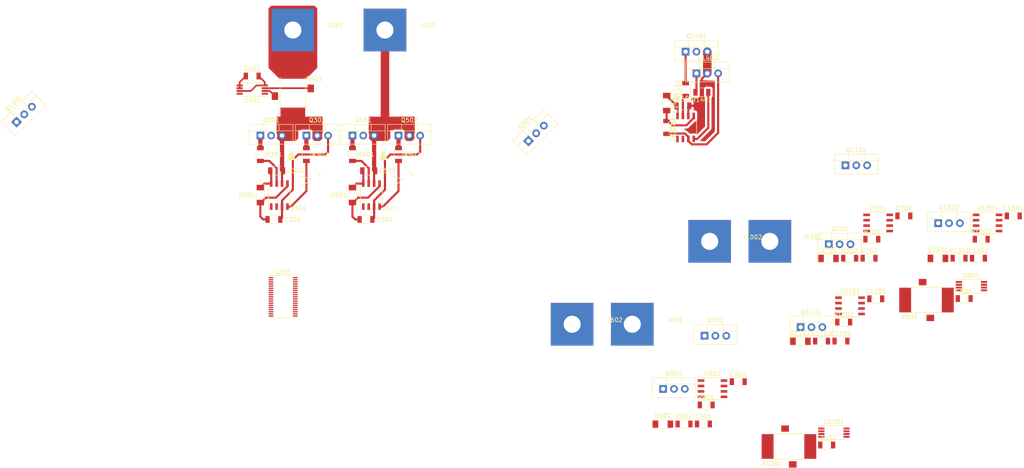
<source format=kicad_pcb>
(kicad_pcb (version 20171130) (host pcbnew "(5.1.0)-1")

  (general
    (thickness 1.6)
    (drawings 18)
    (tracks 131)
    (zones 0)
    (modules 72)
    (nets 92)
  )

  (page A4)
  (layers
    (0 F.Cu signal)
    (31 B.Cu signal)
    (32 B.Adhes user)
    (33 F.Adhes user)
    (34 B.Paste user)
    (35 F.Paste user)
    (36 B.SilkS user)
    (37 F.SilkS user)
    (38 B.Mask user)
    (39 F.Mask user)
    (40 Dwgs.User user)
    (41 Cmts.User user)
    (42 Eco1.User user)
    (43 Eco2.User user)
    (44 Edge.Cuts user)
    (45 Margin user)
    (46 B.CrtYd user)
    (47 F.CrtYd user)
    (48 B.Fab user)
    (49 F.Fab user)
  )

  (setup
    (last_trace_width 0.25)
    (user_trace_width 0.4)
    (user_trace_width 0.5)
    (user_trace_width 1)
    (user_trace_width 2)
    (trace_clearance 0.2)
    (zone_clearance 0.508)
    (zone_45_only no)
    (trace_min 0.2)
    (via_size 0.8)
    (via_drill 0.4)
    (via_min_size 0.6)
    (via_min_drill 0.3)
    (user_via 0.6 0.3)
    (user_via 1 0.5)
    (uvia_size 0.3)
    (uvia_drill 0.1)
    (uvias_allowed no)
    (uvia_min_size 0.2)
    (uvia_min_drill 0.1)
    (edge_width 0.15)
    (segment_width 0.2)
    (pcb_text_width 0.3)
    (pcb_text_size 1.5 1.5)
    (mod_edge_width 0.15)
    (mod_text_size 1 1)
    (mod_text_width 0.15)
    (pad_size 1.524 1.524)
    (pad_drill 0.762)
    (pad_to_mask_clearance 0.2)
    (solder_mask_min_width 0.25)
    (aux_axis_origin 0 0)
    (visible_elements 7FFFFF7F)
    (pcbplotparams
      (layerselection 0x010fc_ffffffff)
      (usegerberextensions false)
      (usegerberattributes false)
      (usegerberadvancedattributes false)
      (creategerberjobfile false)
      (excludeedgelayer true)
      (linewidth 0.100000)
      (plotframeref false)
      (viasonmask false)
      (mode 1)
      (useauxorigin false)
      (hpglpennumber 1)
      (hpglpenspeed 20)
      (hpglpendiameter 15.000000)
      (psnegative false)
      (psa4output false)
      (plotreference true)
      (plotvalue true)
      (plotinvisibletext false)
      (padsonsilk false)
      (subtractmaskfromsilk false)
      (outputformat 1)
      (mirror false)
      (drillshape 1)
      (scaleselection 1)
      (outputdirectory ""))
  )

  (net 0 "")
  (net 1 +15V)
  (net 2 "Net-(C302-Pad1)")
  (net 3 /Leg1/Sensor/IN)
  (net 4 +3V3)
  (net 5 /Leg2/Sensor/IN)
  (net 6 /Leg3/Sensor/IN)
  (net 7 "Net-(C902-Pad1)")
  (net 8 /Leg1/Sensor/OUT)
  (net 9 /Leg2/Sensor/OUT)
  (net 10 /Leg3/Sensor/OUT)
  (net 11 +VDC)
  (net 12 "Net-(Q301-Pad1)")
  (net 13 "Net-(Q302-Pad1)")
  (net 14 -VDC)
  (net 15 "Net-(Q901-Pad1)")
  (net 16 "Net-(Q902-Pad1)")
  (net 17 "Net-(R301-Pad1)")
  (net 18 "Net-(R302-Pad1)")
  (net 19 "Net-(R401-Pad2)")
  (net 20 "Net-(R401-Pad3)")
  (net 21 "Net-(R901-Pad1)")
  (net 22 "Net-(R902-Pad1)")
  (net 23 "Net-(U101-Pad1)")
  (net 24 "Net-(U101-Pad3)")
  (net 25 /Leg2/QH)
  (net 26 /Leg2/QL)
  (net 27 /Leg3/QH)
  (net 28 /Leg3/QL)
  (net 29 "Net-(U101-Pad11)")
  (net 30 "Net-(U101-Pad13)")
  (net 31 "Net-(U101-Pad14)")
  (net 32 "Net-(U101-Pad15)")
  (net 33 "Net-(U101-Pad16)")
  (net 34 "Net-(U101-Pad17)")
  (net 35 "Net-(U101-Pad18)")
  (net 36 /Leg3/Current)
  (net 37 /Leg2/Current)
  (net 38 /Leg1/Current)
  (net 39 "Net-(U101-Pad24)")
  (net 40 "Net-(U101-Pad25)")
  (net 41 "Net-(U101-Pad26)")
  (net 42 "Net-(U101-Pad27)")
  (net 43 "Net-(U101-Pad28)")
  (net 44 "Net-(U101-Pad29)")
  (net 45 "Net-(U101-Pad30)")
  (net 46 "Net-(U101-Pad31)")
  (net 47 "Net-(U101-Pad32)")
  (net 48 "Net-(U101-Pad33)")
  (net 49 "Net-(U101-Pad34)")
  (net 50 "Net-(U101-Pad35)")
  (net 51 /Leg1/QL)
  (net 52 /Leg1/QH)
  (net 53 "Net-(U101-Pad38)")
  (net 54 "Net-(U401-Pad1)")
  (net 55 "Net-(C502-Pad1)")
  (net 56 /Leg1/Power-/OUT)
  (net 57 "Net-(C702-Pad1)")
  (net 58 /Leg2/Power-/OUT)
  (net 59 "Net-(C1102-Pad1)")
  (net 60 /Leg3/Power-/OUT)
  (net 61 "Net-(C1302-Pad1)")
  (net 62 "Net-(Q501-Pad1)")
  (net 63 "Net-(Q502-Pad1)")
  (net 64 "Net-(Q701-Pad1)")
  (net 65 "Net-(Q702-Pad1)")
  (net 66 "Net-(Q1101-Pad1)")
  (net 67 "Net-(Q1102-Pad1)")
  (net 68 "Net-(Q1301-Pad1)")
  (net 69 "Net-(Q1302-Pad1)")
  (net 70 "Net-(R501-Pad1)")
  (net 71 "Net-(R502-Pad1)")
  (net 72 "Net-(R701-Pad1)")
  (net 73 "Net-(R702-Pad1)")
  (net 74 "Net-(R801-Pad3)")
  (net 75 "Net-(R801-Pad2)")
  (net 76 "Net-(R1101-Pad1)")
  (net 77 "Net-(R1102-Pad1)")
  (net 78 "Net-(R1201-Pad2)")
  (net 79 "Net-(R1201-Pad3)")
  (net 80 "Net-(R1301-Pad1)")
  (net 81 "Net-(R1302-Pad1)")
  (net 82 "Net-(U801-Pad1)")
  (net 83 "Net-(U1201-Pad1)")
  (net 84 /Power_extra/OUT)
  (net 85 "Net-(C1402-Pad1)")
  (net 86 "Net-(Q1401-Pad1)")
  (net 87 "Net-(Q1402-Pad1)")
  (net 88 "Net-(R1401-Pad1)")
  (net 89 "Net-(R1402-Pad1)")
  (net 90 /Power_extra/QH)
  (net 91 /Power_extra/Ql)

  (net_class Default "This is the default net class."
    (clearance 0.2)
    (trace_width 0.25)
    (via_dia 0.8)
    (via_drill 0.4)
    (uvia_dia 0.3)
    (uvia_drill 0.1)
    (add_net +15V)
    (add_net +3V3)
    (add_net +VDC)
    (add_net -VDC)
    (add_net /Leg1/Current)
    (add_net /Leg1/Power-/OUT)
    (add_net /Leg1/QH)
    (add_net /Leg1/QL)
    (add_net /Leg1/Sensor/IN)
    (add_net /Leg1/Sensor/OUT)
    (add_net /Leg2/Current)
    (add_net /Leg2/Power-/OUT)
    (add_net /Leg2/QH)
    (add_net /Leg2/QL)
    (add_net /Leg2/Sensor/IN)
    (add_net /Leg2/Sensor/OUT)
    (add_net /Leg3/Current)
    (add_net /Leg3/Power-/OUT)
    (add_net /Leg3/QH)
    (add_net /Leg3/QL)
    (add_net /Leg3/Sensor/IN)
    (add_net /Leg3/Sensor/OUT)
    (add_net /Power_extra/OUT)
    (add_net /Power_extra/QH)
    (add_net /Power_extra/Ql)
    (add_net "Net-(C1102-Pad1)")
    (add_net "Net-(C1302-Pad1)")
    (add_net "Net-(C1402-Pad1)")
    (add_net "Net-(C302-Pad1)")
    (add_net "Net-(C502-Pad1)")
    (add_net "Net-(C702-Pad1)")
    (add_net "Net-(C902-Pad1)")
    (add_net "Net-(Q1101-Pad1)")
    (add_net "Net-(Q1102-Pad1)")
    (add_net "Net-(Q1301-Pad1)")
    (add_net "Net-(Q1302-Pad1)")
    (add_net "Net-(Q1401-Pad1)")
    (add_net "Net-(Q1402-Pad1)")
    (add_net "Net-(Q301-Pad1)")
    (add_net "Net-(Q302-Pad1)")
    (add_net "Net-(Q501-Pad1)")
    (add_net "Net-(Q502-Pad1)")
    (add_net "Net-(Q701-Pad1)")
    (add_net "Net-(Q702-Pad1)")
    (add_net "Net-(Q901-Pad1)")
    (add_net "Net-(Q902-Pad1)")
    (add_net "Net-(R1101-Pad1)")
    (add_net "Net-(R1102-Pad1)")
    (add_net "Net-(R1201-Pad2)")
    (add_net "Net-(R1201-Pad3)")
    (add_net "Net-(R1301-Pad1)")
    (add_net "Net-(R1302-Pad1)")
    (add_net "Net-(R1401-Pad1)")
    (add_net "Net-(R1402-Pad1)")
    (add_net "Net-(R301-Pad1)")
    (add_net "Net-(R302-Pad1)")
    (add_net "Net-(R401-Pad2)")
    (add_net "Net-(R401-Pad3)")
    (add_net "Net-(R501-Pad1)")
    (add_net "Net-(R502-Pad1)")
    (add_net "Net-(R701-Pad1)")
    (add_net "Net-(R702-Pad1)")
    (add_net "Net-(R801-Pad2)")
    (add_net "Net-(R801-Pad3)")
    (add_net "Net-(R901-Pad1)")
    (add_net "Net-(R902-Pad1)")
    (add_net "Net-(U101-Pad1)")
    (add_net "Net-(U101-Pad11)")
    (add_net "Net-(U101-Pad13)")
    (add_net "Net-(U101-Pad14)")
    (add_net "Net-(U101-Pad15)")
    (add_net "Net-(U101-Pad16)")
    (add_net "Net-(U101-Pad17)")
    (add_net "Net-(U101-Pad18)")
    (add_net "Net-(U101-Pad24)")
    (add_net "Net-(U101-Pad25)")
    (add_net "Net-(U101-Pad26)")
    (add_net "Net-(U101-Pad27)")
    (add_net "Net-(U101-Pad28)")
    (add_net "Net-(U101-Pad29)")
    (add_net "Net-(U101-Pad3)")
    (add_net "Net-(U101-Pad30)")
    (add_net "Net-(U101-Pad31)")
    (add_net "Net-(U101-Pad32)")
    (add_net "Net-(U101-Pad33)")
    (add_net "Net-(U101-Pad34)")
    (add_net "Net-(U101-Pad35)")
    (add_net "Net-(U101-Pad38)")
    (add_net "Net-(U1201-Pad1)")
    (add_net "Net-(U401-Pad1)")
    (add_net "Net-(U801-Pad1)")
  )

  (module Package_SO:SO8 (layer F.Cu) (tedit 5B768FC1) (tstamp 5C575B99)
    (at 185.42 51.435 90)
    (descr "8-Lead Plastic Small Outline (SN) - Narrow, 3.90 mm Body [SOIC] (see Microchip Packaging Specification 00000049BS.pdf)")
    (tags "SOIC 1.27")
    (path /5C575278/5B768171)
    (attr smd)
    (fp_text reference U1401 (at 0 -3.5 90) (layer F.SilkS)
      (effects (font (size 1 1) (thickness 0.15)))
    )
    (fp_text value IR2181 (at 0 3.5 90) (layer F.Fab) hide
      (effects (font (size 1 1) (thickness 0.15)))
    )
    (fp_line (start -2.075 -2.525) (end -3.475 -2.525) (layer F.SilkS) (width 0.15))
    (fp_line (start -2.075 2.575) (end 2.075 2.575) (layer F.SilkS) (width 0.15))
    (fp_line (start -2.075 -2.575) (end 2.075 -2.575) (layer F.SilkS) (width 0.15))
    (fp_line (start -2.075 2.575) (end -2.075 2.43) (layer F.SilkS) (width 0.15))
    (fp_line (start 2.075 2.575) (end 2.075 2.43) (layer F.SilkS) (width 0.15))
    (fp_line (start 2.075 -2.575) (end 2.075 -2.43) (layer F.SilkS) (width 0.15))
    (fp_line (start -2.075 -2.575) (end -2.075 -2.525) (layer F.SilkS) (width 0.15))
    (fp_line (start -3.73 2.7) (end 3.73 2.7) (layer F.CrtYd) (width 0.05))
    (fp_line (start -3.73 -2.7) (end 3.73 -2.7) (layer F.CrtYd) (width 0.05))
    (fp_line (start 3.73 -2.7) (end 3.73 2.7) (layer F.CrtYd) (width 0.05))
    (fp_line (start -3.73 -2.7) (end -3.73 2.7) (layer F.CrtYd) (width 0.05))
    (fp_line (start -1.95 -1.45) (end -0.95 -2.45) (layer F.Fab) (width 0.1))
    (fp_line (start -1.95 2.45) (end -1.95 -1.45) (layer F.Fab) (width 0.1))
    (fp_line (start 1.95 2.45) (end -1.95 2.45) (layer F.Fab) (width 0.1))
    (fp_line (start 1.95 -2.45) (end 1.95 2.45) (layer F.Fab) (width 0.1))
    (fp_line (start -0.95 -2.45) (end 1.95 -2.45) (layer F.Fab) (width 0.1))
    (fp_text user %R (at 0 0 90) (layer F.Fab)
      (effects (font (size 1 1) (thickness 0.15)))
    )
    (pad 8 smd rect (at 2.7 -1.905 90) (size 1.55 0.6) (layers F.Cu F.Paste F.Mask)
      (net 85 "Net-(C1402-Pad1)"))
    (pad 7 smd rect (at 2.7 -0.635 90) (size 1.55 0.6) (layers F.Cu F.Paste F.Mask)
      (net 88 "Net-(R1401-Pad1)"))
    (pad 6 smd rect (at 2.7 0.635 90) (size 1.55 0.6) (layers F.Cu F.Paste F.Mask)
      (net 84 /Power_extra/OUT))
    (pad 5 smd rect (at 2.7 1.905 90) (size 1.55 0.6) (layers F.Cu F.Paste F.Mask)
      (net 1 +15V))
    (pad 4 smd rect (at -2.7 1.905 90) (size 1.55 0.6) (layers F.Cu F.Paste F.Mask)
      (net 89 "Net-(R1402-Pad1)"))
    (pad 3 smd rect (at -2.7 0.635 90) (size 1.55 0.6) (layers F.Cu F.Paste F.Mask)
      (net 14 -VDC))
    (pad 2 smd rect (at -2.7 -0.635 90) (size 1.55 0.6) (layers F.Cu F.Paste F.Mask)
      (net 91 /Power_extra/Ql))
    (pad 1 smd rect (at -2.7 -1.905 90) (size 1.55 0.6) (layers F.Cu F.Paste F.Mask)
      (net 90 /Power_extra/QH))
    (model ${KISYS3DMOD}/Package_SO.3dshapes/SOIC-8_3.9x4.9mm_P1.27mm.wrl
      (at (xyz 0 0 0))
      (scale (xyz 1 1 1))
      (rotate (xyz 0 0 0))
    )
  )

  (module Passives:R1206M (layer F.Cu) (tedit 5A956603) (tstamp 5C575914)
    (at 189.23 43.18 180)
    (descr "Capacitor SMD 1206, reflow soldering, AVX (see smccp.pdf)")
    (tags "capacitor 1206")
    (path /5C575278/5B7682C5)
    (attr smd)
    (fp_text reference R1402 (at 0 -1.75 180) (layer F.SilkS)
      (effects (font (size 1 1) (thickness 0.15)))
    )
    (fp_text value 22R (at 0 2 180) (layer F.Fab) hide
      (effects (font (size 1 1) (thickness 0.15)))
    )
    (fp_line (start 2.25 1.05) (end -2.25 1.05) (layer F.CrtYd) (width 0.05))
    (fp_line (start 2.25 1.05) (end 2.25 -1.05) (layer F.CrtYd) (width 0.05))
    (fp_line (start -2.25 -1.05) (end -2.25 1.05) (layer F.CrtYd) (width 0.05))
    (fp_line (start -2.25 -1.05) (end 2.25 -1.05) (layer F.CrtYd) (width 0.05))
    (fp_line (start -1 1.02) (end 1 1.02) (layer F.SilkS) (width 0.12))
    (fp_line (start 1 -1.02) (end -1 -1.02) (layer F.SilkS) (width 0.12))
    (fp_line (start -1.6 -0.8) (end 1.6 -0.8) (layer F.Fab) (width 0.1))
    (fp_line (start 1.6 -0.8) (end 1.6 0.8) (layer F.Fab) (width 0.1))
    (fp_line (start 1.6 0.8) (end -1.6 0.8) (layer F.Fab) (width 0.1))
    (fp_line (start -1.6 0.8) (end -1.6 -0.8) (layer F.Fab) (width 0.1))
    (fp_text user %R (at 0 0 180) (layer F.Fab)
      (effects (font (size 0.5 0.5) (thickness 0.07)))
    )
    (pad 2 smd rect (at 1.5 0 180) (size 1 1.6) (layers F.Cu F.Paste F.Mask)
      (net 87 "Net-(Q1402-Pad1)"))
    (pad 1 smd rect (at -1.5 0 180) (size 1 1.6) (layers F.Cu F.Paste F.Mask)
      (net 89 "Net-(R1402-Pad1)"))
    (model ${KISYS3DMOD}/Resistor_SMD.3dshapes/R_1206_3216Metric.wrl
      (at (xyz 0 0 0))
      (scale (xyz 1 1 1))
      (rotate (xyz 0 0 0))
    )
  )

  (module Passives:R1206M (layer F.Cu) (tedit 5A956603) (tstamp 5C575903)
    (at 185.42 42.545 90)
    (descr "Capacitor SMD 1206, reflow soldering, AVX (see smccp.pdf)")
    (tags "capacitor 1206")
    (path /5C575278/5B768234)
    (attr smd)
    (fp_text reference R1401 (at 0 -1.75 90) (layer F.SilkS)
      (effects (font (size 1 1) (thickness 0.15)))
    )
    (fp_text value 22R (at 0 2 90) (layer F.Fab) hide
      (effects (font (size 1 1) (thickness 0.15)))
    )
    (fp_line (start 2.25 1.05) (end -2.25 1.05) (layer F.CrtYd) (width 0.05))
    (fp_line (start 2.25 1.05) (end 2.25 -1.05) (layer F.CrtYd) (width 0.05))
    (fp_line (start -2.25 -1.05) (end -2.25 1.05) (layer F.CrtYd) (width 0.05))
    (fp_line (start -2.25 -1.05) (end 2.25 -1.05) (layer F.CrtYd) (width 0.05))
    (fp_line (start -1 1.02) (end 1 1.02) (layer F.SilkS) (width 0.12))
    (fp_line (start 1 -1.02) (end -1 -1.02) (layer F.SilkS) (width 0.12))
    (fp_line (start -1.6 -0.8) (end 1.6 -0.8) (layer F.Fab) (width 0.1))
    (fp_line (start 1.6 -0.8) (end 1.6 0.8) (layer F.Fab) (width 0.1))
    (fp_line (start 1.6 0.8) (end -1.6 0.8) (layer F.Fab) (width 0.1))
    (fp_line (start -1.6 0.8) (end -1.6 -0.8) (layer F.Fab) (width 0.1))
    (fp_text user %R (at 0 0 90) (layer F.Fab)
      (effects (font (size 0.5 0.5) (thickness 0.07)))
    )
    (pad 2 smd rect (at 1.5 0 90) (size 1 1.6) (layers F.Cu F.Paste F.Mask)
      (net 86 "Net-(Q1401-Pad1)"))
    (pad 1 smd rect (at -1.5 0 90) (size 1 1.6) (layers F.Cu F.Paste F.Mask)
      (net 88 "Net-(R1401-Pad1)"))
    (model ${KISYS3DMOD}/Resistor_SMD.3dshapes/R_1206_3216Metric.wrl
      (at (xyz 0 0 0))
      (scale (xyz 1 1 1))
      (rotate (xyz 0 0 0))
    )
  )

  (module Discretes:TO-220 (layer F.Cu) (tedit 59E9DD4A) (tstamp 5C5756AC)
    (at 187.96 38.735)
    (descr "TO-220-3, Vertical, RM 2.54mm")
    (tags "TO-220-3 Vertical RM 2.54mm")
    (path /5C575278/5B768110)
    (fp_text reference Q1402 (at 2.54 -3.62) (layer F.SilkS)
      (effects (font (size 1 1) (thickness 0.15)))
    )
    (fp_text value CSD19531KCS (at 2.54 3.92) (layer F.Fab) hide
      (effects (font (size 1 1) (thickness 0.15)))
    )
    (fp_line (start 7.79 -2.75) (end -2.71 -2.75) (layer F.CrtYd) (width 0.05))
    (fp_line (start 7.79 2.16) (end 7.79 -2.75) (layer F.CrtYd) (width 0.05))
    (fp_line (start -2.71 2.16) (end 7.79 2.16) (layer F.CrtYd) (width 0.05))
    (fp_line (start -2.71 -2.75) (end -2.71 2.16) (layer F.CrtYd) (width 0.05))
    (fp_line (start 4.391 -2.62) (end 4.391 -1.11) (layer F.SilkS) (width 0.12))
    (fp_line (start 0.69 -2.62) (end 0.69 -1.11) (layer F.SilkS) (width 0.12))
    (fp_line (start -2.58 -1.11) (end 7.66 -1.11) (layer F.SilkS) (width 0.12))
    (fp_line (start 7.66 -2.62) (end 7.66 2.021) (layer F.SilkS) (width 0.12))
    (fp_line (start -2.58 -2.62) (end -2.58 2.021) (layer F.SilkS) (width 0.12))
    (fp_line (start -2.58 2.021) (end 7.66 2.021) (layer F.SilkS) (width 0.12))
    (fp_line (start -2.58 -2.62) (end 7.66 -2.62) (layer F.SilkS) (width 0.12))
    (fp_line (start 4.39 -2.5) (end 4.39 -1.23) (layer F.Fab) (width 0.1))
    (fp_line (start 0.69 -2.5) (end 0.69 -1.23) (layer F.Fab) (width 0.1))
    (fp_line (start -2.46 -1.23) (end 7.54 -1.23) (layer F.Fab) (width 0.1))
    (fp_line (start 7.54 -2.5) (end -2.46 -2.5) (layer F.Fab) (width 0.1))
    (fp_line (start 7.54 1.9) (end 7.54 -2.5) (layer F.Fab) (width 0.1))
    (fp_line (start -2.46 1.9) (end 7.54 1.9) (layer F.Fab) (width 0.1))
    (fp_line (start -2.46 -2.5) (end -2.46 1.9) (layer F.Fab) (width 0.1))
    (fp_text user %R (at 2.54 -3.62) (layer F.Fab)
      (effects (font (size 1 1) (thickness 0.15)))
    )
    (pad 3 thru_hole oval (at 5.08 0) (size 1.8 1.8) (drill 1) (layers *.Cu *.Mask)
      (net 14 -VDC))
    (pad 2 thru_hole oval (at 2.54 0) (size 1.8 1.8) (drill 1) (layers *.Cu *.Mask)
      (net 84 /Power_extra/OUT))
    (pad 1 thru_hole rect (at 0 0) (size 1.8 1.8) (drill 1) (layers *.Cu *.Mask)
      (net 87 "Net-(Q1402-Pad1)"))
    (model ${KISYS3DMOD}/Package_TO_SOT_THT.3dshapes/TO-220-3_Vertical.wrl
      (at (xyz 0 0 0))
      (scale (xyz 1 1 1))
      (rotate (xyz 0 0 0))
    )
  )

  (module Discretes:TO-220 (layer F.Cu) (tedit 59E9DD4A) (tstamp 5C575692)
    (at 185.42 33.655)
    (descr "TO-220-3, Vertical, RM 2.54mm")
    (tags "TO-220-3 Vertical RM 2.54mm")
    (path /5C575278/5B768070)
    (fp_text reference Q1401 (at 2.54 -3.62) (layer F.SilkS)
      (effects (font (size 1 1) (thickness 0.15)))
    )
    (fp_text value CSD19531KCS (at 2.54 3.92) (layer F.Fab) hide
      (effects (font (size 1 1) (thickness 0.15)))
    )
    (fp_line (start 7.79 -2.75) (end -2.71 -2.75) (layer F.CrtYd) (width 0.05))
    (fp_line (start 7.79 2.16) (end 7.79 -2.75) (layer F.CrtYd) (width 0.05))
    (fp_line (start -2.71 2.16) (end 7.79 2.16) (layer F.CrtYd) (width 0.05))
    (fp_line (start -2.71 -2.75) (end -2.71 2.16) (layer F.CrtYd) (width 0.05))
    (fp_line (start 4.391 -2.62) (end 4.391 -1.11) (layer F.SilkS) (width 0.12))
    (fp_line (start 0.69 -2.62) (end 0.69 -1.11) (layer F.SilkS) (width 0.12))
    (fp_line (start -2.58 -1.11) (end 7.66 -1.11) (layer F.SilkS) (width 0.12))
    (fp_line (start 7.66 -2.62) (end 7.66 2.021) (layer F.SilkS) (width 0.12))
    (fp_line (start -2.58 -2.62) (end -2.58 2.021) (layer F.SilkS) (width 0.12))
    (fp_line (start -2.58 2.021) (end 7.66 2.021) (layer F.SilkS) (width 0.12))
    (fp_line (start -2.58 -2.62) (end 7.66 -2.62) (layer F.SilkS) (width 0.12))
    (fp_line (start 4.39 -2.5) (end 4.39 -1.23) (layer F.Fab) (width 0.1))
    (fp_line (start 0.69 -2.5) (end 0.69 -1.23) (layer F.Fab) (width 0.1))
    (fp_line (start -2.46 -1.23) (end 7.54 -1.23) (layer F.Fab) (width 0.1))
    (fp_line (start 7.54 -2.5) (end -2.46 -2.5) (layer F.Fab) (width 0.1))
    (fp_line (start 7.54 1.9) (end 7.54 -2.5) (layer F.Fab) (width 0.1))
    (fp_line (start -2.46 1.9) (end 7.54 1.9) (layer F.Fab) (width 0.1))
    (fp_line (start -2.46 -2.5) (end -2.46 1.9) (layer F.Fab) (width 0.1))
    (fp_text user %R (at 2.54 -3.62) (layer F.Fab)
      (effects (font (size 1 1) (thickness 0.15)))
    )
    (pad 3 thru_hole oval (at 5.08 0) (size 1.8 1.8) (drill 1) (layers *.Cu *.Mask)
      (net 84 /Power_extra/OUT))
    (pad 2 thru_hole oval (at 2.54 0) (size 1.8 1.8) (drill 1) (layers *.Cu *.Mask)
      (net 11 +VDC))
    (pad 1 thru_hole rect (at 0 0) (size 1.8 1.8) (drill 1) (layers *.Cu *.Mask)
      (net 86 "Net-(Q1401-Pad1)"))
    (model ${KISYS3DMOD}/Package_TO_SOT_THT.3dshapes/TO-220-3_Vertical.wrl
      (at (xyz 0 0 0))
      (scale (xyz 1 1 1))
      (rotate (xyz 0 0 0))
    )
  )

  (module Discretes:D_MiniMELF (layer F.Cu) (tedit 59F95434) (tstamp 5C5753CC)
    (at 180.975 45.72 270)
    (descr "Diode Mini-MELF")
    (tags "Diode Mini-MELF")
    (path /5C575278/5B76A6F5)
    (attr smd)
    (fp_text reference D1401 (at 0 -2 270) (layer F.SilkS)
      (effects (font (size 1 1) (thickness 0.15)))
    )
    (fp_text value LL4148 (at 0 1.75 270) (layer F.Fab) hide
      (effects (font (size 1 1) (thickness 0.15)))
    )
    (fp_line (start -2.65 1.1) (end -2.65 -1.1) (layer F.CrtYd) (width 0.05))
    (fp_line (start 2.65 1.1) (end -2.65 1.1) (layer F.CrtYd) (width 0.05))
    (fp_line (start 2.65 -1.1) (end 2.65 1.1) (layer F.CrtYd) (width 0.05))
    (fp_line (start -2.65 -1.1) (end 2.65 -1.1) (layer F.CrtYd) (width 0.05))
    (fp_line (start -0.75 0) (end -0.35 0) (layer F.Fab) (width 0.1))
    (fp_line (start -0.35 0) (end -0.35 -0.55) (layer F.Fab) (width 0.1))
    (fp_line (start -0.35 0) (end -0.35 0.55) (layer F.Fab) (width 0.1))
    (fp_line (start -0.35 0) (end 0.25 -0.4) (layer F.Fab) (width 0.1))
    (fp_line (start 0.25 -0.4) (end 0.25 0.4) (layer F.Fab) (width 0.1))
    (fp_line (start 0.25 0.4) (end -0.35 0) (layer F.Fab) (width 0.1))
    (fp_line (start 0.25 0) (end 0.75 0) (layer F.Fab) (width 0.1))
    (fp_line (start -1.65 -0.8) (end 1.65 -0.8) (layer F.Fab) (width 0.1))
    (fp_line (start -1.65 0.8) (end -1.65 -0.8) (layer F.Fab) (width 0.1))
    (fp_line (start 1.65 0.8) (end -1.65 0.8) (layer F.Fab) (width 0.1))
    (fp_line (start 1.65 -0.8) (end 1.65 0.8) (layer F.Fab) (width 0.1))
    (fp_line (start -2.55 1) (end 1.75 1) (layer F.SilkS) (width 0.12))
    (fp_line (start -2.55 -1) (end -2.55 1) (layer F.SilkS) (width 0.12))
    (fp_line (start 1.75 -1) (end -2.55 -1) (layer F.SilkS) (width 0.12))
    (fp_text user %R (at 0 -2 270) (layer F.Fab)
      (effects (font (size 1 1) (thickness 0.15)))
    )
    (pad 2 smd rect (at 1.75 0 270) (size 1.3 1.7) (layers F.Cu F.Paste F.Mask)
      (net 1 +15V))
    (pad 1 smd rect (at -1.75 0 270) (size 1.3 1.7) (layers F.Cu F.Paste F.Mask)
      (net 85 "Net-(C1402-Pad1)"))
    (model ${KISYS3DMOD}/Diode_SMD.3dshapes/D_MiniMELF.wrl
      (at (xyz 0 0 0))
      (scale (xyz 1 1 1))
      (rotate (xyz 0 0 0))
    )
  )

  (module Passives:C1206M (layer F.Cu) (tedit 5A956631) (tstamp 5C576045)
    (at 184.785 46.355)
    (descr "Capacitor SMD 1206, reflow soldering, AVX (see smccp.pdf)")
    (tags "capacitor 1206")
    (path /5C575278/5B7686C7)
    (attr smd)
    (fp_text reference C1402 (at 0 -1.75) (layer F.SilkS)
      (effects (font (size 1 1) (thickness 0.15)))
    )
    (fp_text value 100n (at 0 2) (layer F.Fab) hide
      (effects (font (size 1 1) (thickness 0.15)))
    )
    (fp_line (start 2.25 1.05) (end -2.25 1.05) (layer F.CrtYd) (width 0.05))
    (fp_line (start 2.25 1.05) (end 2.25 -1.05) (layer F.CrtYd) (width 0.05))
    (fp_line (start -2.25 -1.05) (end -2.25 1.05) (layer F.CrtYd) (width 0.05))
    (fp_line (start -2.25 -1.05) (end 2.25 -1.05) (layer F.CrtYd) (width 0.05))
    (fp_line (start -1 1.02) (end 1 1.02) (layer F.SilkS) (width 0.12))
    (fp_line (start 1 -1.02) (end -1 -1.02) (layer F.SilkS) (width 0.12))
    (fp_line (start -1.6 -0.8) (end 1.6 -0.8) (layer F.Fab) (width 0.1))
    (fp_line (start 1.6 -0.8) (end 1.6 0.8) (layer F.Fab) (width 0.1))
    (fp_line (start 1.6 0.8) (end -1.6 0.8) (layer F.Fab) (width 0.1))
    (fp_line (start -1.6 0.8) (end -1.6 -0.8) (layer F.Fab) (width 0.1))
    (fp_text user %R (at 0 0) (layer F.Fab)
      (effects (font (size 0.5 0.5) (thickness 0.07)))
    )
    (pad 2 smd rect (at 1.5 0) (size 1 1.6) (layers F.Cu F.Paste F.Mask)
      (net 84 /Power_extra/OUT))
    (pad 1 smd rect (at -1.5 0) (size 1 1.6) (layers F.Cu F.Paste F.Mask)
      (net 85 "Net-(C1402-Pad1)"))
    (model ${KISYS3DMOD}/Capacitor_SMD.3dshapes/C_1206_3216Metric.wrl
      (at (xyz 0 0 0))
      (scale (xyz 1 1 1))
      (rotate (xyz 0 0 0))
    )
  )

  (module Passives:C1206M (layer F.Cu) (tedit 5A956631) (tstamp 5C575282)
    (at 180.975 51.435 270)
    (descr "Capacitor SMD 1206, reflow soldering, AVX (see smccp.pdf)")
    (tags "capacitor 1206")
    (path /5C575278/5B7685DA)
    (attr smd)
    (fp_text reference C1401 (at 0 -1.75 270) (layer F.SilkS)
      (effects (font (size 1 1) (thickness 0.15)))
    )
    (fp_text value 100n (at 0 2 270) (layer F.Fab) hide
      (effects (font (size 1 1) (thickness 0.15)))
    )
    (fp_line (start 2.25 1.05) (end -2.25 1.05) (layer F.CrtYd) (width 0.05))
    (fp_line (start 2.25 1.05) (end 2.25 -1.05) (layer F.CrtYd) (width 0.05))
    (fp_line (start -2.25 -1.05) (end -2.25 1.05) (layer F.CrtYd) (width 0.05))
    (fp_line (start -2.25 -1.05) (end 2.25 -1.05) (layer F.CrtYd) (width 0.05))
    (fp_line (start -1 1.02) (end 1 1.02) (layer F.SilkS) (width 0.12))
    (fp_line (start 1 -1.02) (end -1 -1.02) (layer F.SilkS) (width 0.12))
    (fp_line (start -1.6 -0.8) (end 1.6 -0.8) (layer F.Fab) (width 0.1))
    (fp_line (start 1.6 -0.8) (end 1.6 0.8) (layer F.Fab) (width 0.1))
    (fp_line (start 1.6 0.8) (end -1.6 0.8) (layer F.Fab) (width 0.1))
    (fp_line (start -1.6 0.8) (end -1.6 -0.8) (layer F.Fab) (width 0.1))
    (fp_text user %R (at 0 0 270) (layer F.Fab)
      (effects (font (size 0.5 0.5) (thickness 0.07)))
    )
    (pad 2 smd rect (at 1.5 0 270) (size 1 1.6) (layers F.Cu F.Paste F.Mask)
      (net 14 -VDC))
    (pad 1 smd rect (at -1.5 0 270) (size 1 1.6) (layers F.Cu F.Paste F.Mask)
      (net 1 +15V))
    (model ${KISYS3DMOD}/Capacitor_SMD.3dshapes/C_1206_3216Metric.wrl
      (at (xyz 0 0 0))
      (scale (xyz 1 1 1))
      (rotate (xyz 0 0 0))
    )
  )

  (module Passives:C1206M (layer F.Cu) (tedit 5A956631) (tstamp 5B77579B)
    (at 88.9 73.025)
    (descr "Capacitor SMD 1206, reflow soldering, AVX (see smccp.pdf)")
    (tags "capacitor 1206")
    (path /5B767FE4/5B767FF2/5B7685DA)
    (attr smd)
    (fp_text reference C301 (at 4.445 0) (layer F.SilkS)
      (effects (font (size 1 1) (thickness 0.15)))
    )
    (fp_text value 100n (at 0 2) (layer F.Fab) hide
      (effects (font (size 1 1) (thickness 0.15)))
    )
    (fp_line (start 2.25 1.05) (end -2.25 1.05) (layer F.CrtYd) (width 0.05))
    (fp_line (start 2.25 1.05) (end 2.25 -1.05) (layer F.CrtYd) (width 0.05))
    (fp_line (start -2.25 -1.05) (end -2.25 1.05) (layer F.CrtYd) (width 0.05))
    (fp_line (start -2.25 -1.05) (end 2.25 -1.05) (layer F.CrtYd) (width 0.05))
    (fp_line (start -1 1.02) (end 1 1.02) (layer F.SilkS) (width 0.12))
    (fp_line (start 1 -1.02) (end -1 -1.02) (layer F.SilkS) (width 0.12))
    (fp_line (start -1.6 -0.8) (end 1.6 -0.8) (layer F.Fab) (width 0.1))
    (fp_line (start 1.6 -0.8) (end 1.6 0.8) (layer F.Fab) (width 0.1))
    (fp_line (start 1.6 0.8) (end -1.6 0.8) (layer F.Fab) (width 0.1))
    (fp_line (start -1.6 0.8) (end -1.6 -0.8) (layer F.Fab) (width 0.1))
    (fp_text user %R (at 0 0) (layer F.Fab)
      (effects (font (size 0.5 0.5) (thickness 0.07)))
    )
    (pad 2 smd rect (at 1.5 0) (size 1 1.6) (layers F.Cu F.Paste F.Mask)
      (net 14 -VDC))
    (pad 1 smd rect (at -1.5 0) (size 1 1.6) (layers F.Cu F.Paste F.Mask)
      (net 1 +15V))
    (model ${KISYS3DMOD}/Capacitor_SMD.3dshapes/C_1206_3216Metric.wrl
      (at (xyz 0 0 0))
      (scale (xyz 1 1 1))
      (rotate (xyz 0 0 0))
    )
  )

  (module Passives:C1206M (layer F.Cu) (tedit 5A956631) (tstamp 5B773F7E)
    (at 89.535 61.595)
    (descr "Capacitor SMD 1206, reflow soldering, AVX (see smccp.pdf)")
    (tags "capacitor 1206")
    (path /5B767FE4/5B767FF2/5B7686C7)
    (attr smd)
    (fp_text reference C302 (at 4.445 0) (layer F.SilkS)
      (effects (font (size 1 1) (thickness 0.15)))
    )
    (fp_text value 100n (at 0 2) (layer F.Fab) hide
      (effects (font (size 1 1) (thickness 0.15)))
    )
    (fp_text user %R (at 0 0) (layer F.Fab)
      (effects (font (size 0.5 0.5) (thickness 0.07)))
    )
    (fp_line (start -1.6 0.8) (end -1.6 -0.8) (layer F.Fab) (width 0.1))
    (fp_line (start 1.6 0.8) (end -1.6 0.8) (layer F.Fab) (width 0.1))
    (fp_line (start 1.6 -0.8) (end 1.6 0.8) (layer F.Fab) (width 0.1))
    (fp_line (start -1.6 -0.8) (end 1.6 -0.8) (layer F.Fab) (width 0.1))
    (fp_line (start 1 -1.02) (end -1 -1.02) (layer F.SilkS) (width 0.12))
    (fp_line (start -1 1.02) (end 1 1.02) (layer F.SilkS) (width 0.12))
    (fp_line (start -2.25 -1.05) (end 2.25 -1.05) (layer F.CrtYd) (width 0.05))
    (fp_line (start -2.25 -1.05) (end -2.25 1.05) (layer F.CrtYd) (width 0.05))
    (fp_line (start 2.25 1.05) (end 2.25 -1.05) (layer F.CrtYd) (width 0.05))
    (fp_line (start 2.25 1.05) (end -2.25 1.05) (layer F.CrtYd) (width 0.05))
    (pad 1 smd rect (at -1.5 0) (size 1 1.6) (layers F.Cu F.Paste F.Mask)
      (net 2 "Net-(C302-Pad1)"))
    (pad 2 smd rect (at 1.5 0) (size 1 1.6) (layers F.Cu F.Paste F.Mask)
      (net 3 /Leg1/Sensor/IN))
    (model ${KISYS3DMOD}/Capacitor_SMD.3dshapes/C_1206_3216Metric.wrl
      (at (xyz 0 0 0))
      (scale (xyz 1 1 1))
      (rotate (xyz 0 0 0))
    )
  )

  (module Passives:C1206M (layer F.Cu) (tedit 5A956631) (tstamp 5B773F8F)
    (at 83.82 39.37)
    (descr "Capacitor SMD 1206, reflow soldering, AVX (see smccp.pdf)")
    (tags "capacitor 1206")
    (path /5B767FE4/5B767FF5/5B76C4AF)
    (attr smd)
    (fp_text reference C401 (at 0 -1.75) (layer F.SilkS)
      (effects (font (size 1 1) (thickness 0.15)))
    )
    (fp_text value C1206 (at 0 2) (layer F.Fab) hide
      (effects (font (size 1 1) (thickness 0.15)))
    )
    (fp_text user %R (at 0 0) (layer F.Fab)
      (effects (font (size 0.5 0.5) (thickness 0.07)))
    )
    (fp_line (start -1.6 0.8) (end -1.6 -0.8) (layer F.Fab) (width 0.1))
    (fp_line (start 1.6 0.8) (end -1.6 0.8) (layer F.Fab) (width 0.1))
    (fp_line (start 1.6 -0.8) (end 1.6 0.8) (layer F.Fab) (width 0.1))
    (fp_line (start -1.6 -0.8) (end 1.6 -0.8) (layer F.Fab) (width 0.1))
    (fp_line (start 1 -1.02) (end -1 -1.02) (layer F.SilkS) (width 0.12))
    (fp_line (start -1 1.02) (end 1 1.02) (layer F.SilkS) (width 0.12))
    (fp_line (start -2.25 -1.05) (end 2.25 -1.05) (layer F.CrtYd) (width 0.05))
    (fp_line (start -2.25 -1.05) (end -2.25 1.05) (layer F.CrtYd) (width 0.05))
    (fp_line (start 2.25 1.05) (end 2.25 -1.05) (layer F.CrtYd) (width 0.05))
    (fp_line (start 2.25 1.05) (end -2.25 1.05) (layer F.CrtYd) (width 0.05))
    (pad 1 smd rect (at -1.5 0) (size 1 1.6) (layers F.Cu F.Paste F.Mask)
      (net 4 +3V3))
    (pad 2 smd rect (at 1.5 0) (size 1 1.6) (layers F.Cu F.Paste F.Mask)
      (net 14 -VDC))
    (model ${KISYS3DMOD}/Capacitor_SMD.3dshapes/C_1206_3216Metric.wrl
      (at (xyz 0 0 0))
      (scale (xyz 1 1 1))
      (rotate (xyz 0 0 0))
    )
  )

  (module Passives:C1206M (layer F.Cu) (tedit 5A956631) (tstamp 5B773FA0)
    (at 110.49 73.025)
    (descr "Capacitor SMD 1206, reflow soldering, AVX (see smccp.pdf)")
    (tags "capacitor 1206")
    (path /5B767FE4/5B772791/5B7685DA)
    (attr smd)
    (fp_text reference C501 (at 4.445 0) (layer F.SilkS)
      (effects (font (size 1 1) (thickness 0.15)))
    )
    (fp_text value 100n (at 0 2) (layer F.Fab) hide
      (effects (font (size 1 1) (thickness 0.15)))
    )
    (fp_line (start 2.25 1.05) (end -2.25 1.05) (layer F.CrtYd) (width 0.05))
    (fp_line (start 2.25 1.05) (end 2.25 -1.05) (layer F.CrtYd) (width 0.05))
    (fp_line (start -2.25 -1.05) (end -2.25 1.05) (layer F.CrtYd) (width 0.05))
    (fp_line (start -2.25 -1.05) (end 2.25 -1.05) (layer F.CrtYd) (width 0.05))
    (fp_line (start -1 1.02) (end 1 1.02) (layer F.SilkS) (width 0.12))
    (fp_line (start 1 -1.02) (end -1 -1.02) (layer F.SilkS) (width 0.12))
    (fp_line (start -1.6 -0.8) (end 1.6 -0.8) (layer F.Fab) (width 0.1))
    (fp_line (start 1.6 -0.8) (end 1.6 0.8) (layer F.Fab) (width 0.1))
    (fp_line (start 1.6 0.8) (end -1.6 0.8) (layer F.Fab) (width 0.1))
    (fp_line (start -1.6 0.8) (end -1.6 -0.8) (layer F.Fab) (width 0.1))
    (fp_text user %R (at 0 0) (layer F.Fab)
      (effects (font (size 0.5 0.5) (thickness 0.07)))
    )
    (pad 2 smd rect (at 1.5 0) (size 1 1.6) (layers F.Cu F.Paste F.Mask)
      (net 14 -VDC))
    (pad 1 smd rect (at -1.5 0) (size 1 1.6) (layers F.Cu F.Paste F.Mask)
      (net 1 +15V))
    (model ${KISYS3DMOD}/Capacitor_SMD.3dshapes/C_1206_3216Metric.wrl
      (at (xyz 0 0 0))
      (scale (xyz 1 1 1))
      (rotate (xyz 0 0 0))
    )
  )

  (module Passives:C1206M (layer F.Cu) (tedit 5A956631) (tstamp 5B773FB1)
    (at 111.125 61.595)
    (descr "Capacitor SMD 1206, reflow soldering, AVX (see smccp.pdf)")
    (tags "capacitor 1206")
    (path /5B767FE4/5B772791/5B7686C7)
    (attr smd)
    (fp_text reference C502 (at 4.445 0) (layer F.SilkS)
      (effects (font (size 1 1) (thickness 0.15)))
    )
    (fp_text value 100n (at 0 2) (layer F.Fab) hide
      (effects (font (size 1 1) (thickness 0.15)))
    )
    (fp_text user %R (at 0 0) (layer F.Fab)
      (effects (font (size 0.5 0.5) (thickness 0.07)))
    )
    (fp_line (start -1.6 0.8) (end -1.6 -0.8) (layer F.Fab) (width 0.1))
    (fp_line (start 1.6 0.8) (end -1.6 0.8) (layer F.Fab) (width 0.1))
    (fp_line (start 1.6 -0.8) (end 1.6 0.8) (layer F.Fab) (width 0.1))
    (fp_line (start -1.6 -0.8) (end 1.6 -0.8) (layer F.Fab) (width 0.1))
    (fp_line (start 1 -1.02) (end -1 -1.02) (layer F.SilkS) (width 0.12))
    (fp_line (start -1 1.02) (end 1 1.02) (layer F.SilkS) (width 0.12))
    (fp_line (start -2.25 -1.05) (end 2.25 -1.05) (layer F.CrtYd) (width 0.05))
    (fp_line (start -2.25 -1.05) (end -2.25 1.05) (layer F.CrtYd) (width 0.05))
    (fp_line (start 2.25 1.05) (end 2.25 -1.05) (layer F.CrtYd) (width 0.05))
    (fp_line (start 2.25 1.05) (end -2.25 1.05) (layer F.CrtYd) (width 0.05))
    (pad 1 smd rect (at -1.5 0) (size 1 1.6) (layers F.Cu F.Paste F.Mask)
      (net 55 "Net-(C502-Pad1)"))
    (pad 2 smd rect (at 1.5 0) (size 1 1.6) (layers F.Cu F.Paste F.Mask)
      (net 56 /Leg1/Power-/OUT))
    (model ${KISYS3DMOD}/Capacitor_SMD.3dshapes/C_1206_3216Metric.wrl
      (at (xyz 0 0 0))
      (scale (xyz 1 1 1))
      (rotate (xyz 0 0 0))
    )
  )

  (module Passives:C1206M (layer F.Cu) (tedit 5A956631) (tstamp 5B773FC2)
    (at 236.580001 72.200001)
    (descr "Capacitor SMD 1206, reflow soldering, AVX (see smccp.pdf)")
    (tags "capacitor 1206")
    (path /5B76D023/5B767FF2/5B7685DA)
    (attr smd)
    (fp_text reference C701 (at 0 -1.75) (layer F.SilkS)
      (effects (font (size 1 1) (thickness 0.15)))
    )
    (fp_text value 100n (at 0 2) (layer F.Fab) hide
      (effects (font (size 1 1) (thickness 0.15)))
    )
    (fp_text user %R (at 0 0) (layer F.Fab)
      (effects (font (size 0.5 0.5) (thickness 0.07)))
    )
    (fp_line (start -1.6 0.8) (end -1.6 -0.8) (layer F.Fab) (width 0.1))
    (fp_line (start 1.6 0.8) (end -1.6 0.8) (layer F.Fab) (width 0.1))
    (fp_line (start 1.6 -0.8) (end 1.6 0.8) (layer F.Fab) (width 0.1))
    (fp_line (start -1.6 -0.8) (end 1.6 -0.8) (layer F.Fab) (width 0.1))
    (fp_line (start 1 -1.02) (end -1 -1.02) (layer F.SilkS) (width 0.12))
    (fp_line (start -1 1.02) (end 1 1.02) (layer F.SilkS) (width 0.12))
    (fp_line (start -2.25 -1.05) (end 2.25 -1.05) (layer F.CrtYd) (width 0.05))
    (fp_line (start -2.25 -1.05) (end -2.25 1.05) (layer F.CrtYd) (width 0.05))
    (fp_line (start 2.25 1.05) (end 2.25 -1.05) (layer F.CrtYd) (width 0.05))
    (fp_line (start 2.25 1.05) (end -2.25 1.05) (layer F.CrtYd) (width 0.05))
    (pad 1 smd rect (at -1.5 0) (size 1 1.6) (layers F.Cu F.Paste F.Mask)
      (net 1 +15V))
    (pad 2 smd rect (at 1.5 0) (size 1 1.6) (layers F.Cu F.Paste F.Mask)
      (net 14 -VDC))
    (model ${KISYS3DMOD}/Capacitor_SMD.3dshapes/C_1206_3216Metric.wrl
      (at (xyz 0 0 0))
      (scale (xyz 1 1 1))
      (rotate (xyz 0 0 0))
    )
  )

  (module Passives:C1206M (layer F.Cu) (tedit 5A956631) (tstamp 5B773FD3)
    (at 228.420001 82.120001)
    (descr "Capacitor SMD 1206, reflow soldering, AVX (see smccp.pdf)")
    (tags "capacitor 1206")
    (path /5B76D023/5B767FF2/5B7686C7)
    (attr smd)
    (fp_text reference C702 (at 0 -1.75) (layer F.SilkS)
      (effects (font (size 1 1) (thickness 0.15)))
    )
    (fp_text value 100n (at 0 2) (layer F.Fab) hide
      (effects (font (size 1 1) (thickness 0.15)))
    )
    (fp_line (start 2.25 1.05) (end -2.25 1.05) (layer F.CrtYd) (width 0.05))
    (fp_line (start 2.25 1.05) (end 2.25 -1.05) (layer F.CrtYd) (width 0.05))
    (fp_line (start -2.25 -1.05) (end -2.25 1.05) (layer F.CrtYd) (width 0.05))
    (fp_line (start -2.25 -1.05) (end 2.25 -1.05) (layer F.CrtYd) (width 0.05))
    (fp_line (start -1 1.02) (end 1 1.02) (layer F.SilkS) (width 0.12))
    (fp_line (start 1 -1.02) (end -1 -1.02) (layer F.SilkS) (width 0.12))
    (fp_line (start -1.6 -0.8) (end 1.6 -0.8) (layer F.Fab) (width 0.1))
    (fp_line (start 1.6 -0.8) (end 1.6 0.8) (layer F.Fab) (width 0.1))
    (fp_line (start 1.6 0.8) (end -1.6 0.8) (layer F.Fab) (width 0.1))
    (fp_line (start -1.6 0.8) (end -1.6 -0.8) (layer F.Fab) (width 0.1))
    (fp_text user %R (at 0 0) (layer F.Fab)
      (effects (font (size 0.5 0.5) (thickness 0.07)))
    )
    (pad 2 smd rect (at 1.5 0) (size 1 1.6) (layers F.Cu F.Paste F.Mask)
      (net 5 /Leg2/Sensor/IN))
    (pad 1 smd rect (at -1.5 0) (size 1 1.6) (layers F.Cu F.Paste F.Mask)
      (net 57 "Net-(C702-Pad1)"))
    (model ${KISYS3DMOD}/Capacitor_SMD.3dshapes/C_1206_3216Metric.wrl
      (at (xyz 0 0 0))
      (scale (xyz 1 1 1))
      (rotate (xyz 0 0 0))
    )
  )

  (module Passives:C1206M (layer F.Cu) (tedit 5A956631) (tstamp 5B773FE4)
    (at 250.730001 91.590001)
    (descr "Capacitor SMD 1206, reflow soldering, AVX (see smccp.pdf)")
    (tags "capacitor 1206")
    (path /5B76D023/5B767FF5/5B76C4AF)
    (attr smd)
    (fp_text reference C801 (at 0 -1.75) (layer F.SilkS)
      (effects (font (size 1 1) (thickness 0.15)))
    )
    (fp_text value C1206 (at 0 2) (layer F.Fab) hide
      (effects (font (size 1 1) (thickness 0.15)))
    )
    (fp_text user %R (at 0 0) (layer F.Fab)
      (effects (font (size 0.5 0.5) (thickness 0.07)))
    )
    (fp_line (start -1.6 0.8) (end -1.6 -0.8) (layer F.Fab) (width 0.1))
    (fp_line (start 1.6 0.8) (end -1.6 0.8) (layer F.Fab) (width 0.1))
    (fp_line (start 1.6 -0.8) (end 1.6 0.8) (layer F.Fab) (width 0.1))
    (fp_line (start -1.6 -0.8) (end 1.6 -0.8) (layer F.Fab) (width 0.1))
    (fp_line (start 1 -1.02) (end -1 -1.02) (layer F.SilkS) (width 0.12))
    (fp_line (start -1 1.02) (end 1 1.02) (layer F.SilkS) (width 0.12))
    (fp_line (start -2.25 -1.05) (end 2.25 -1.05) (layer F.CrtYd) (width 0.05))
    (fp_line (start -2.25 -1.05) (end -2.25 1.05) (layer F.CrtYd) (width 0.05))
    (fp_line (start 2.25 1.05) (end 2.25 -1.05) (layer F.CrtYd) (width 0.05))
    (fp_line (start 2.25 1.05) (end -2.25 1.05) (layer F.CrtYd) (width 0.05))
    (pad 1 smd rect (at -1.5 0) (size 1 1.6) (layers F.Cu F.Paste F.Mask)
      (net 4 +3V3))
    (pad 2 smd rect (at 1.5 0) (size 1 1.6) (layers F.Cu F.Paste F.Mask)
      (net 14 -VDC))
    (model ${KISYS3DMOD}/Capacitor_SMD.3dshapes/C_1206_3216Metric.wrl
      (at (xyz 0 0 0))
      (scale (xyz 1 1 1))
      (rotate (xyz 0 0 0))
    )
  )

  (module Passives:C1206M (layer F.Cu) (tedit 5A956631) (tstamp 5B773FF5)
    (at 189.590001 121.020001)
    (descr "Capacitor SMD 1206, reflow soldering, AVX (see smccp.pdf)")
    (tags "capacitor 1206")
    (path /5B76D023/5B772791/5B7685DA)
    (attr smd)
    (fp_text reference C901 (at 0 -1.75) (layer F.SilkS)
      (effects (font (size 1 1) (thickness 0.15)))
    )
    (fp_text value 100n (at 0 2) (layer F.Fab) hide
      (effects (font (size 1 1) (thickness 0.15)))
    )
    (fp_line (start 2.25 1.05) (end -2.25 1.05) (layer F.CrtYd) (width 0.05))
    (fp_line (start 2.25 1.05) (end 2.25 -1.05) (layer F.CrtYd) (width 0.05))
    (fp_line (start -2.25 -1.05) (end -2.25 1.05) (layer F.CrtYd) (width 0.05))
    (fp_line (start -2.25 -1.05) (end 2.25 -1.05) (layer F.CrtYd) (width 0.05))
    (fp_line (start -1 1.02) (end 1 1.02) (layer F.SilkS) (width 0.12))
    (fp_line (start 1 -1.02) (end -1 -1.02) (layer F.SilkS) (width 0.12))
    (fp_line (start -1.6 -0.8) (end 1.6 -0.8) (layer F.Fab) (width 0.1))
    (fp_line (start 1.6 -0.8) (end 1.6 0.8) (layer F.Fab) (width 0.1))
    (fp_line (start 1.6 0.8) (end -1.6 0.8) (layer F.Fab) (width 0.1))
    (fp_line (start -1.6 0.8) (end -1.6 -0.8) (layer F.Fab) (width 0.1))
    (fp_text user %R (at 0 0) (layer F.Fab)
      (effects (font (size 0.5 0.5) (thickness 0.07)))
    )
    (pad 2 smd rect (at 1.5 0) (size 1 1.6) (layers F.Cu F.Paste F.Mask)
      (net 14 -VDC))
    (pad 1 smd rect (at -1.5 0) (size 1 1.6) (layers F.Cu F.Paste F.Mask)
      (net 1 +15V))
    (model ${KISYS3DMOD}/Capacitor_SMD.3dshapes/C_1206_3216Metric.wrl
      (at (xyz 0 0 0))
      (scale (xyz 1 1 1))
      (rotate (xyz 0 0 0))
    )
  )

  (module Passives:C1206M (layer F.Cu) (tedit 5A956631) (tstamp 5B774006)
    (at 197.750001 111.100001)
    (descr "Capacitor SMD 1206, reflow soldering, AVX (see smccp.pdf)")
    (tags "capacitor 1206")
    (path /5B76D023/5B772791/5B7686C7)
    (attr smd)
    (fp_text reference C902 (at 0 -1.75) (layer F.SilkS)
      (effects (font (size 1 1) (thickness 0.15)))
    )
    (fp_text value 100n (at 0 2) (layer F.Fab) hide
      (effects (font (size 1 1) (thickness 0.15)))
    )
    (fp_text user %R (at 0 0) (layer F.Fab)
      (effects (font (size 0.5 0.5) (thickness 0.07)))
    )
    (fp_line (start -1.6 0.8) (end -1.6 -0.8) (layer F.Fab) (width 0.1))
    (fp_line (start 1.6 0.8) (end -1.6 0.8) (layer F.Fab) (width 0.1))
    (fp_line (start 1.6 -0.8) (end 1.6 0.8) (layer F.Fab) (width 0.1))
    (fp_line (start -1.6 -0.8) (end 1.6 -0.8) (layer F.Fab) (width 0.1))
    (fp_line (start 1 -1.02) (end -1 -1.02) (layer F.SilkS) (width 0.12))
    (fp_line (start -1 1.02) (end 1 1.02) (layer F.SilkS) (width 0.12))
    (fp_line (start -2.25 -1.05) (end 2.25 -1.05) (layer F.CrtYd) (width 0.05))
    (fp_line (start -2.25 -1.05) (end -2.25 1.05) (layer F.CrtYd) (width 0.05))
    (fp_line (start 2.25 1.05) (end 2.25 -1.05) (layer F.CrtYd) (width 0.05))
    (fp_line (start 2.25 1.05) (end -2.25 1.05) (layer F.CrtYd) (width 0.05))
    (pad 1 smd rect (at -1.5 0) (size 1 1.6) (layers F.Cu F.Paste F.Mask)
      (net 7 "Net-(C902-Pad1)"))
    (pad 2 smd rect (at 1.5 0) (size 1 1.6) (layers F.Cu F.Paste F.Mask)
      (net 58 /Leg2/Power-/OUT))
    (model ${KISYS3DMOD}/Capacitor_SMD.3dshapes/C_1206_3216Metric.wrl
      (at (xyz 0 0 0))
      (scale (xyz 1 1 1))
      (rotate (xyz 0 0 0))
    )
  )

  (module Passives:C1206M (layer F.Cu) (tedit 5A956631) (tstamp 5B774017)
    (at 229.990001 91.650001)
    (descr "Capacitor SMD 1206, reflow soldering, AVX (see smccp.pdf)")
    (tags "capacitor 1206")
    (path /5B76D031/5B767FF2/5B7685DA)
    (attr smd)
    (fp_text reference C1101 (at 0 -1.75) (layer F.SilkS)
      (effects (font (size 1 1) (thickness 0.15)))
    )
    (fp_text value 100n (at 0 2) (layer F.Fab) hide
      (effects (font (size 1 1) (thickness 0.15)))
    )
    (fp_text user %R (at 0 0) (layer F.Fab)
      (effects (font (size 0.5 0.5) (thickness 0.07)))
    )
    (fp_line (start -1.6 0.8) (end -1.6 -0.8) (layer F.Fab) (width 0.1))
    (fp_line (start 1.6 0.8) (end -1.6 0.8) (layer F.Fab) (width 0.1))
    (fp_line (start 1.6 -0.8) (end 1.6 0.8) (layer F.Fab) (width 0.1))
    (fp_line (start -1.6 -0.8) (end 1.6 -0.8) (layer F.Fab) (width 0.1))
    (fp_line (start 1 -1.02) (end -1 -1.02) (layer F.SilkS) (width 0.12))
    (fp_line (start -1 1.02) (end 1 1.02) (layer F.SilkS) (width 0.12))
    (fp_line (start -2.25 -1.05) (end 2.25 -1.05) (layer F.CrtYd) (width 0.05))
    (fp_line (start -2.25 -1.05) (end -2.25 1.05) (layer F.CrtYd) (width 0.05))
    (fp_line (start 2.25 1.05) (end 2.25 -1.05) (layer F.CrtYd) (width 0.05))
    (fp_line (start 2.25 1.05) (end -2.25 1.05) (layer F.CrtYd) (width 0.05))
    (pad 1 smd rect (at -1.5 0) (size 1 1.6) (layers F.Cu F.Paste F.Mask)
      (net 1 +15V))
    (pad 2 smd rect (at 1.5 0) (size 1 1.6) (layers F.Cu F.Paste F.Mask)
      (net 14 -VDC))
    (model ${KISYS3DMOD}/Capacitor_SMD.3dshapes/C_1206_3216Metric.wrl
      (at (xyz 0 0 0))
      (scale (xyz 1 1 1))
      (rotate (xyz 0 0 0))
    )
  )

  (module Passives:C1206M (layer F.Cu) (tedit 5A956631) (tstamp 5B774028)
    (at 221.830001 101.570001)
    (descr "Capacitor SMD 1206, reflow soldering, AVX (see smccp.pdf)")
    (tags "capacitor 1206")
    (path /5B76D031/5B767FF2/5B7686C7)
    (attr smd)
    (fp_text reference C1102 (at 0 -1.75) (layer F.SilkS)
      (effects (font (size 1 1) (thickness 0.15)))
    )
    (fp_text value 100n (at 0 2) (layer F.Fab) hide
      (effects (font (size 1 1) (thickness 0.15)))
    )
    (fp_line (start 2.25 1.05) (end -2.25 1.05) (layer F.CrtYd) (width 0.05))
    (fp_line (start 2.25 1.05) (end 2.25 -1.05) (layer F.CrtYd) (width 0.05))
    (fp_line (start -2.25 -1.05) (end -2.25 1.05) (layer F.CrtYd) (width 0.05))
    (fp_line (start -2.25 -1.05) (end 2.25 -1.05) (layer F.CrtYd) (width 0.05))
    (fp_line (start -1 1.02) (end 1 1.02) (layer F.SilkS) (width 0.12))
    (fp_line (start 1 -1.02) (end -1 -1.02) (layer F.SilkS) (width 0.12))
    (fp_line (start -1.6 -0.8) (end 1.6 -0.8) (layer F.Fab) (width 0.1))
    (fp_line (start 1.6 -0.8) (end 1.6 0.8) (layer F.Fab) (width 0.1))
    (fp_line (start 1.6 0.8) (end -1.6 0.8) (layer F.Fab) (width 0.1))
    (fp_line (start -1.6 0.8) (end -1.6 -0.8) (layer F.Fab) (width 0.1))
    (fp_text user %R (at 0 0) (layer F.Fab)
      (effects (font (size 0.5 0.5) (thickness 0.07)))
    )
    (pad 2 smd rect (at 1.5 0) (size 1 1.6) (layers F.Cu F.Paste F.Mask)
      (net 6 /Leg3/Sensor/IN))
    (pad 1 smd rect (at -1.5 0) (size 1 1.6) (layers F.Cu F.Paste F.Mask)
      (net 59 "Net-(C1102-Pad1)"))
    (model ${KISYS3DMOD}/Capacitor_SMD.3dshapes/C_1206_3216Metric.wrl
      (at (xyz 0 0 0))
      (scale (xyz 1 1 1))
      (rotate (xyz 0 0 0))
    )
  )

  (module Passives:C1206M (layer F.Cu) (tedit 5A956631) (tstamp 5B774039)
    (at 218.490001 125.960001)
    (descr "Capacitor SMD 1206, reflow soldering, AVX (see smccp.pdf)")
    (tags "capacitor 1206")
    (path /5B76D031/5B767FF5/5B76C4AF)
    (attr smd)
    (fp_text reference C1201 (at 0 -1.75) (layer F.SilkS)
      (effects (font (size 1 1) (thickness 0.15)))
    )
    (fp_text value C1206 (at 0 2) (layer F.Fab) hide
      (effects (font (size 1 1) (thickness 0.15)))
    )
    (fp_line (start 2.25 1.05) (end -2.25 1.05) (layer F.CrtYd) (width 0.05))
    (fp_line (start 2.25 1.05) (end 2.25 -1.05) (layer F.CrtYd) (width 0.05))
    (fp_line (start -2.25 -1.05) (end -2.25 1.05) (layer F.CrtYd) (width 0.05))
    (fp_line (start -2.25 -1.05) (end 2.25 -1.05) (layer F.CrtYd) (width 0.05))
    (fp_line (start -1 1.02) (end 1 1.02) (layer F.SilkS) (width 0.12))
    (fp_line (start 1 -1.02) (end -1 -1.02) (layer F.SilkS) (width 0.12))
    (fp_line (start -1.6 -0.8) (end 1.6 -0.8) (layer F.Fab) (width 0.1))
    (fp_line (start 1.6 -0.8) (end 1.6 0.8) (layer F.Fab) (width 0.1))
    (fp_line (start 1.6 0.8) (end -1.6 0.8) (layer F.Fab) (width 0.1))
    (fp_line (start -1.6 0.8) (end -1.6 -0.8) (layer F.Fab) (width 0.1))
    (fp_text user %R (at 0 0) (layer F.Fab)
      (effects (font (size 0.5 0.5) (thickness 0.07)))
    )
    (pad 2 smd rect (at 1.5 0) (size 1 1.6) (layers F.Cu F.Paste F.Mask)
      (net 14 -VDC))
    (pad 1 smd rect (at -1.5 0) (size 1 1.6) (layers F.Cu F.Paste F.Mask)
      (net 4 +3V3))
    (model ${KISYS3DMOD}/Capacitor_SMD.3dshapes/C_1206_3216Metric.wrl
      (at (xyz 0 0 0))
      (scale (xyz 1 1 1))
      (rotate (xyz 0 0 0))
    )
  )

  (module Passives:C1206M (layer F.Cu) (tedit 5A956631) (tstamp 5B77404A)
    (at 262.230001 72.200001)
    (descr "Capacitor SMD 1206, reflow soldering, AVX (see smccp.pdf)")
    (tags "capacitor 1206")
    (path /5B76D031/5B772791/5B7685DA)
    (attr smd)
    (fp_text reference C1301 (at 0 -1.75) (layer F.SilkS)
      (effects (font (size 1 1) (thickness 0.15)))
    )
    (fp_text value 100n (at 0 2) (layer F.Fab) hide
      (effects (font (size 1 1) (thickness 0.15)))
    )
    (fp_text user %R (at 0 0) (layer F.Fab)
      (effects (font (size 0.5 0.5) (thickness 0.07)))
    )
    (fp_line (start -1.6 0.8) (end -1.6 -0.8) (layer F.Fab) (width 0.1))
    (fp_line (start 1.6 0.8) (end -1.6 0.8) (layer F.Fab) (width 0.1))
    (fp_line (start 1.6 -0.8) (end 1.6 0.8) (layer F.Fab) (width 0.1))
    (fp_line (start -1.6 -0.8) (end 1.6 -0.8) (layer F.Fab) (width 0.1))
    (fp_line (start 1 -1.02) (end -1 -1.02) (layer F.SilkS) (width 0.12))
    (fp_line (start -1 1.02) (end 1 1.02) (layer F.SilkS) (width 0.12))
    (fp_line (start -2.25 -1.05) (end 2.25 -1.05) (layer F.CrtYd) (width 0.05))
    (fp_line (start -2.25 -1.05) (end -2.25 1.05) (layer F.CrtYd) (width 0.05))
    (fp_line (start 2.25 1.05) (end 2.25 -1.05) (layer F.CrtYd) (width 0.05))
    (fp_line (start 2.25 1.05) (end -2.25 1.05) (layer F.CrtYd) (width 0.05))
    (pad 1 smd rect (at -1.5 0) (size 1 1.6) (layers F.Cu F.Paste F.Mask)
      (net 1 +15V))
    (pad 2 smd rect (at 1.5 0) (size 1 1.6) (layers F.Cu F.Paste F.Mask)
      (net 14 -VDC))
    (model ${KISYS3DMOD}/Capacitor_SMD.3dshapes/C_1206_3216Metric.wrl
      (at (xyz 0 0 0))
      (scale (xyz 1 1 1))
      (rotate (xyz 0 0 0))
    )
  )

  (module Passives:C1206M (layer F.Cu) (tedit 5A956631) (tstamp 5B77405B)
    (at 254.070001 82.120001)
    (descr "Capacitor SMD 1206, reflow soldering, AVX (see smccp.pdf)")
    (tags "capacitor 1206")
    (path /5B76D031/5B772791/5B7686C7)
    (attr smd)
    (fp_text reference C1302 (at 0 -1.75) (layer F.SilkS)
      (effects (font (size 1 1) (thickness 0.15)))
    )
    (fp_text value 100n (at 0 2) (layer F.Fab) hide
      (effects (font (size 1 1) (thickness 0.15)))
    )
    (fp_line (start 2.25 1.05) (end -2.25 1.05) (layer F.CrtYd) (width 0.05))
    (fp_line (start 2.25 1.05) (end 2.25 -1.05) (layer F.CrtYd) (width 0.05))
    (fp_line (start -2.25 -1.05) (end -2.25 1.05) (layer F.CrtYd) (width 0.05))
    (fp_line (start -2.25 -1.05) (end 2.25 -1.05) (layer F.CrtYd) (width 0.05))
    (fp_line (start -1 1.02) (end 1 1.02) (layer F.SilkS) (width 0.12))
    (fp_line (start 1 -1.02) (end -1 -1.02) (layer F.SilkS) (width 0.12))
    (fp_line (start -1.6 -0.8) (end 1.6 -0.8) (layer F.Fab) (width 0.1))
    (fp_line (start 1.6 -0.8) (end 1.6 0.8) (layer F.Fab) (width 0.1))
    (fp_line (start 1.6 0.8) (end -1.6 0.8) (layer F.Fab) (width 0.1))
    (fp_line (start -1.6 0.8) (end -1.6 -0.8) (layer F.Fab) (width 0.1))
    (fp_text user %R (at 0 0) (layer F.Fab)
      (effects (font (size 0.5 0.5) (thickness 0.07)))
    )
    (pad 2 smd rect (at 1.5 0) (size 1 1.6) (layers F.Cu F.Paste F.Mask)
      (net 60 /Leg3/Power-/OUT))
    (pad 1 smd rect (at -1.5 0) (size 1 1.6) (layers F.Cu F.Paste F.Mask)
      (net 61 "Net-(C1302-Pad1)"))
    (model ${KISYS3DMOD}/Capacitor_SMD.3dshapes/C_1206_3216Metric.wrl
      (at (xyz 0 0 0))
      (scale (xyz 1 1 1))
      (rotate (xyz 0 0 0))
    )
  )

  (module Discretes:D_MiniMELF (layer F.Cu) (tedit 59F95434) (tstamp 5B774074)
    (at 85.725 67.31 270)
    (descr "Diode Mini-MELF")
    (tags "Diode Mini-MELF")
    (path /5B767FE4/5B767FF2/5B76A6F5)
    (attr smd)
    (fp_text reference D301 (at 0 3.175) (layer F.SilkS)
      (effects (font (size 1 1) (thickness 0.15)))
    )
    (fp_text value LL4148 (at 0 1.75 270) (layer F.Fab) hide
      (effects (font (size 1 1) (thickness 0.15)))
    )
    (fp_line (start -2.65 1.1) (end -2.65 -1.1) (layer F.CrtYd) (width 0.05))
    (fp_line (start 2.65 1.1) (end -2.65 1.1) (layer F.CrtYd) (width 0.05))
    (fp_line (start 2.65 -1.1) (end 2.65 1.1) (layer F.CrtYd) (width 0.05))
    (fp_line (start -2.65 -1.1) (end 2.65 -1.1) (layer F.CrtYd) (width 0.05))
    (fp_line (start -0.75 0) (end -0.35 0) (layer F.Fab) (width 0.1))
    (fp_line (start -0.35 0) (end -0.35 -0.55) (layer F.Fab) (width 0.1))
    (fp_line (start -0.35 0) (end -0.35 0.55) (layer F.Fab) (width 0.1))
    (fp_line (start -0.35 0) (end 0.25 -0.4) (layer F.Fab) (width 0.1))
    (fp_line (start 0.25 -0.4) (end 0.25 0.4) (layer F.Fab) (width 0.1))
    (fp_line (start 0.25 0.4) (end -0.35 0) (layer F.Fab) (width 0.1))
    (fp_line (start 0.25 0) (end 0.75 0) (layer F.Fab) (width 0.1))
    (fp_line (start -1.65 -0.8) (end 1.65 -0.8) (layer F.Fab) (width 0.1))
    (fp_line (start -1.65 0.8) (end -1.65 -0.8) (layer F.Fab) (width 0.1))
    (fp_line (start 1.65 0.8) (end -1.65 0.8) (layer F.Fab) (width 0.1))
    (fp_line (start 1.65 -0.8) (end 1.65 0.8) (layer F.Fab) (width 0.1))
    (fp_line (start -2.55 1) (end 1.75 1) (layer F.SilkS) (width 0.12))
    (fp_line (start -2.55 -1) (end -2.55 1) (layer F.SilkS) (width 0.12))
    (fp_line (start 1.75 -1) (end -2.55 -1) (layer F.SilkS) (width 0.12))
    (fp_text user %R (at 0 3.175) (layer F.Fab)
      (effects (font (size 1 1) (thickness 0.15)))
    )
    (pad 2 smd rect (at 1.75 0 270) (size 1.3 1.7) (layers F.Cu F.Paste F.Mask)
      (net 1 +15V))
    (pad 1 smd rect (at -1.75 0 270) (size 1.3 1.7) (layers F.Cu F.Paste F.Mask)
      (net 2 "Net-(C302-Pad1)"))
    (model ${KISYS3DMOD}/Diode_SMD.3dshapes/D_MiniMELF.wrl
      (at (xyz 0 0 0))
      (scale (xyz 1 1 1))
      (rotate (xyz 0 0 0))
    )
  )

  (module Discretes:D_MiniMELF (layer F.Cu) (tedit 59F95434) (tstamp 5B77408D)
    (at 107.315 67.31 270)
    (descr "Diode Mini-MELF")
    (tags "Diode Mini-MELF")
    (path /5B767FE4/5B772791/5B76A6F5)
    (attr smd)
    (fp_text reference D501 (at 0 3.175) (layer F.SilkS)
      (effects (font (size 1 1) (thickness 0.15)))
    )
    (fp_text value LL4148 (at 0 1.75 270) (layer F.Fab) hide
      (effects (font (size 1 1) (thickness 0.15)))
    )
    (fp_text user %R (at 0 3.175) (layer F.Fab)
      (effects (font (size 1 1) (thickness 0.15)))
    )
    (fp_line (start 1.75 -1) (end -2.55 -1) (layer F.SilkS) (width 0.12))
    (fp_line (start -2.55 -1) (end -2.55 1) (layer F.SilkS) (width 0.12))
    (fp_line (start -2.55 1) (end 1.75 1) (layer F.SilkS) (width 0.12))
    (fp_line (start 1.65 -0.8) (end 1.65 0.8) (layer F.Fab) (width 0.1))
    (fp_line (start 1.65 0.8) (end -1.65 0.8) (layer F.Fab) (width 0.1))
    (fp_line (start -1.65 0.8) (end -1.65 -0.8) (layer F.Fab) (width 0.1))
    (fp_line (start -1.65 -0.8) (end 1.65 -0.8) (layer F.Fab) (width 0.1))
    (fp_line (start 0.25 0) (end 0.75 0) (layer F.Fab) (width 0.1))
    (fp_line (start 0.25 0.4) (end -0.35 0) (layer F.Fab) (width 0.1))
    (fp_line (start 0.25 -0.4) (end 0.25 0.4) (layer F.Fab) (width 0.1))
    (fp_line (start -0.35 0) (end 0.25 -0.4) (layer F.Fab) (width 0.1))
    (fp_line (start -0.35 0) (end -0.35 0.55) (layer F.Fab) (width 0.1))
    (fp_line (start -0.35 0) (end -0.35 -0.55) (layer F.Fab) (width 0.1))
    (fp_line (start -0.75 0) (end -0.35 0) (layer F.Fab) (width 0.1))
    (fp_line (start -2.65 -1.1) (end 2.65 -1.1) (layer F.CrtYd) (width 0.05))
    (fp_line (start 2.65 -1.1) (end 2.65 1.1) (layer F.CrtYd) (width 0.05))
    (fp_line (start 2.65 1.1) (end -2.65 1.1) (layer F.CrtYd) (width 0.05))
    (fp_line (start -2.65 1.1) (end -2.65 -1.1) (layer F.CrtYd) (width 0.05))
    (pad 1 smd rect (at -1.75 0 270) (size 1.3 1.7) (layers F.Cu F.Paste F.Mask)
      (net 55 "Net-(C502-Pad1)"))
    (pad 2 smd rect (at 1.75 0 270) (size 1.3 1.7) (layers F.Cu F.Paste F.Mask)
      (net 1 +15V))
    (model ${KISYS3DMOD}/Diode_SMD.3dshapes/D_MiniMELF.wrl
      (at (xyz 0 0 0))
      (scale (xyz 1 1 1))
      (rotate (xyz 0 0 0))
    )
  )

  (module Discretes:D_MiniMELF (layer F.Cu) (tedit 59F95434) (tstamp 5B7740A6)
    (at 218.920001 82.165001)
    (descr "Diode Mini-MELF")
    (tags "Diode Mini-MELF")
    (path /5B76D023/5B767FF2/5B76A6F5)
    (attr smd)
    (fp_text reference D701 (at 0 -2) (layer F.SilkS)
      (effects (font (size 1 1) (thickness 0.15)))
    )
    (fp_text value LL4148 (at 0 1.75) (layer F.Fab) hide
      (effects (font (size 1 1) (thickness 0.15)))
    )
    (fp_line (start -2.65 1.1) (end -2.65 -1.1) (layer F.CrtYd) (width 0.05))
    (fp_line (start 2.65 1.1) (end -2.65 1.1) (layer F.CrtYd) (width 0.05))
    (fp_line (start 2.65 -1.1) (end 2.65 1.1) (layer F.CrtYd) (width 0.05))
    (fp_line (start -2.65 -1.1) (end 2.65 -1.1) (layer F.CrtYd) (width 0.05))
    (fp_line (start -0.75 0) (end -0.35 0) (layer F.Fab) (width 0.1))
    (fp_line (start -0.35 0) (end -0.35 -0.55) (layer F.Fab) (width 0.1))
    (fp_line (start -0.35 0) (end -0.35 0.55) (layer F.Fab) (width 0.1))
    (fp_line (start -0.35 0) (end 0.25 -0.4) (layer F.Fab) (width 0.1))
    (fp_line (start 0.25 -0.4) (end 0.25 0.4) (layer F.Fab) (width 0.1))
    (fp_line (start 0.25 0.4) (end -0.35 0) (layer F.Fab) (width 0.1))
    (fp_line (start 0.25 0) (end 0.75 0) (layer F.Fab) (width 0.1))
    (fp_line (start -1.65 -0.8) (end 1.65 -0.8) (layer F.Fab) (width 0.1))
    (fp_line (start -1.65 0.8) (end -1.65 -0.8) (layer F.Fab) (width 0.1))
    (fp_line (start 1.65 0.8) (end -1.65 0.8) (layer F.Fab) (width 0.1))
    (fp_line (start 1.65 -0.8) (end 1.65 0.8) (layer F.Fab) (width 0.1))
    (fp_line (start -2.55 1) (end 1.75 1) (layer F.SilkS) (width 0.12))
    (fp_line (start -2.55 -1) (end -2.55 1) (layer F.SilkS) (width 0.12))
    (fp_line (start 1.75 -1) (end -2.55 -1) (layer F.SilkS) (width 0.12))
    (fp_text user %R (at 0 -2) (layer F.Fab)
      (effects (font (size 1 1) (thickness 0.15)))
    )
    (pad 2 smd rect (at 1.75 0) (size 1.3 1.7) (layers F.Cu F.Paste F.Mask)
      (net 1 +15V))
    (pad 1 smd rect (at -1.75 0) (size 1.3 1.7) (layers F.Cu F.Paste F.Mask)
      (net 57 "Net-(C702-Pad1)"))
    (model ${KISYS3DMOD}/Diode_SMD.3dshapes/D_MiniMELF.wrl
      (at (xyz 0 0 0))
      (scale (xyz 1 1 1))
      (rotate (xyz 0 0 0))
    )
  )

  (module Discretes:D_MiniMELF (layer F.Cu) (tedit 59F95434) (tstamp 5B7740BF)
    (at 180.090001 121.065001)
    (descr "Diode Mini-MELF")
    (tags "Diode Mini-MELF")
    (path /5B76D023/5B772791/5B76A6F5)
    (attr smd)
    (fp_text reference D901 (at 0 -2) (layer F.SilkS)
      (effects (font (size 1 1) (thickness 0.15)))
    )
    (fp_text value LL4148 (at 0 1.75) (layer F.Fab) hide
      (effects (font (size 1 1) (thickness 0.15)))
    )
    (fp_text user %R (at 0 -2) (layer F.Fab)
      (effects (font (size 1 1) (thickness 0.15)))
    )
    (fp_line (start 1.75 -1) (end -2.55 -1) (layer F.SilkS) (width 0.12))
    (fp_line (start -2.55 -1) (end -2.55 1) (layer F.SilkS) (width 0.12))
    (fp_line (start -2.55 1) (end 1.75 1) (layer F.SilkS) (width 0.12))
    (fp_line (start 1.65 -0.8) (end 1.65 0.8) (layer F.Fab) (width 0.1))
    (fp_line (start 1.65 0.8) (end -1.65 0.8) (layer F.Fab) (width 0.1))
    (fp_line (start -1.65 0.8) (end -1.65 -0.8) (layer F.Fab) (width 0.1))
    (fp_line (start -1.65 -0.8) (end 1.65 -0.8) (layer F.Fab) (width 0.1))
    (fp_line (start 0.25 0) (end 0.75 0) (layer F.Fab) (width 0.1))
    (fp_line (start 0.25 0.4) (end -0.35 0) (layer F.Fab) (width 0.1))
    (fp_line (start 0.25 -0.4) (end 0.25 0.4) (layer F.Fab) (width 0.1))
    (fp_line (start -0.35 0) (end 0.25 -0.4) (layer F.Fab) (width 0.1))
    (fp_line (start -0.35 0) (end -0.35 0.55) (layer F.Fab) (width 0.1))
    (fp_line (start -0.35 0) (end -0.35 -0.55) (layer F.Fab) (width 0.1))
    (fp_line (start -0.75 0) (end -0.35 0) (layer F.Fab) (width 0.1))
    (fp_line (start -2.65 -1.1) (end 2.65 -1.1) (layer F.CrtYd) (width 0.05))
    (fp_line (start 2.65 -1.1) (end 2.65 1.1) (layer F.CrtYd) (width 0.05))
    (fp_line (start 2.65 1.1) (end -2.65 1.1) (layer F.CrtYd) (width 0.05))
    (fp_line (start -2.65 1.1) (end -2.65 -1.1) (layer F.CrtYd) (width 0.05))
    (pad 1 smd rect (at -1.75 0) (size 1.3 1.7) (layers F.Cu F.Paste F.Mask)
      (net 7 "Net-(C902-Pad1)"))
    (pad 2 smd rect (at 1.75 0) (size 1.3 1.7) (layers F.Cu F.Paste F.Mask)
      (net 1 +15V))
    (model ${KISYS3DMOD}/Diode_SMD.3dshapes/D_MiniMELF.wrl
      (at (xyz 0 0 0))
      (scale (xyz 1 1 1))
      (rotate (xyz 0 0 0))
    )
  )

  (module Discretes:D_MiniMELF (layer F.Cu) (tedit 59F95434) (tstamp 5B7740D8)
    (at 212.330001 101.615001)
    (descr "Diode Mini-MELF")
    (tags "Diode Mini-MELF")
    (path /5B76D031/5B767FF2/5B76A6F5)
    (attr smd)
    (fp_text reference D1101 (at 0 -2) (layer F.SilkS)
      (effects (font (size 1 1) (thickness 0.15)))
    )
    (fp_text value LL4148 (at 0 1.75) (layer F.Fab) hide
      (effects (font (size 1 1) (thickness 0.15)))
    )
    (fp_line (start -2.65 1.1) (end -2.65 -1.1) (layer F.CrtYd) (width 0.05))
    (fp_line (start 2.65 1.1) (end -2.65 1.1) (layer F.CrtYd) (width 0.05))
    (fp_line (start 2.65 -1.1) (end 2.65 1.1) (layer F.CrtYd) (width 0.05))
    (fp_line (start -2.65 -1.1) (end 2.65 -1.1) (layer F.CrtYd) (width 0.05))
    (fp_line (start -0.75 0) (end -0.35 0) (layer F.Fab) (width 0.1))
    (fp_line (start -0.35 0) (end -0.35 -0.55) (layer F.Fab) (width 0.1))
    (fp_line (start -0.35 0) (end -0.35 0.55) (layer F.Fab) (width 0.1))
    (fp_line (start -0.35 0) (end 0.25 -0.4) (layer F.Fab) (width 0.1))
    (fp_line (start 0.25 -0.4) (end 0.25 0.4) (layer F.Fab) (width 0.1))
    (fp_line (start 0.25 0.4) (end -0.35 0) (layer F.Fab) (width 0.1))
    (fp_line (start 0.25 0) (end 0.75 0) (layer F.Fab) (width 0.1))
    (fp_line (start -1.65 -0.8) (end 1.65 -0.8) (layer F.Fab) (width 0.1))
    (fp_line (start -1.65 0.8) (end -1.65 -0.8) (layer F.Fab) (width 0.1))
    (fp_line (start 1.65 0.8) (end -1.65 0.8) (layer F.Fab) (width 0.1))
    (fp_line (start 1.65 -0.8) (end 1.65 0.8) (layer F.Fab) (width 0.1))
    (fp_line (start -2.55 1) (end 1.75 1) (layer F.SilkS) (width 0.12))
    (fp_line (start -2.55 -1) (end -2.55 1) (layer F.SilkS) (width 0.12))
    (fp_line (start 1.75 -1) (end -2.55 -1) (layer F.SilkS) (width 0.12))
    (fp_text user %R (at 0 -2) (layer F.Fab)
      (effects (font (size 1 1) (thickness 0.15)))
    )
    (pad 2 smd rect (at 1.75 0) (size 1.3 1.7) (layers F.Cu F.Paste F.Mask)
      (net 1 +15V))
    (pad 1 smd rect (at -1.75 0) (size 1.3 1.7) (layers F.Cu F.Paste F.Mask)
      (net 59 "Net-(C1102-Pad1)"))
    (model ${KISYS3DMOD}/Diode_SMD.3dshapes/D_MiniMELF.wrl
      (at (xyz 0 0 0))
      (scale (xyz 1 1 1))
      (rotate (xyz 0 0 0))
    )
  )

  (module Discretes:D_MiniMELF (layer F.Cu) (tedit 59F95434) (tstamp 5B7740F1)
    (at 244.570001 82.165001)
    (descr "Diode Mini-MELF")
    (tags "Diode Mini-MELF")
    (path /5B76D031/5B772791/5B76A6F5)
    (attr smd)
    (fp_text reference D1301 (at 0 -2) (layer F.SilkS)
      (effects (font (size 1 1) (thickness 0.15)))
    )
    (fp_text value LL4148 (at 0 1.75) (layer F.Fab) hide
      (effects (font (size 1 1) (thickness 0.15)))
    )
    (fp_text user %R (at 0 -2) (layer F.Fab)
      (effects (font (size 1 1) (thickness 0.15)))
    )
    (fp_line (start 1.75 -1) (end -2.55 -1) (layer F.SilkS) (width 0.12))
    (fp_line (start -2.55 -1) (end -2.55 1) (layer F.SilkS) (width 0.12))
    (fp_line (start -2.55 1) (end 1.75 1) (layer F.SilkS) (width 0.12))
    (fp_line (start 1.65 -0.8) (end 1.65 0.8) (layer F.Fab) (width 0.1))
    (fp_line (start 1.65 0.8) (end -1.65 0.8) (layer F.Fab) (width 0.1))
    (fp_line (start -1.65 0.8) (end -1.65 -0.8) (layer F.Fab) (width 0.1))
    (fp_line (start -1.65 -0.8) (end 1.65 -0.8) (layer F.Fab) (width 0.1))
    (fp_line (start 0.25 0) (end 0.75 0) (layer F.Fab) (width 0.1))
    (fp_line (start 0.25 0.4) (end -0.35 0) (layer F.Fab) (width 0.1))
    (fp_line (start 0.25 -0.4) (end 0.25 0.4) (layer F.Fab) (width 0.1))
    (fp_line (start -0.35 0) (end 0.25 -0.4) (layer F.Fab) (width 0.1))
    (fp_line (start -0.35 0) (end -0.35 0.55) (layer F.Fab) (width 0.1))
    (fp_line (start -0.35 0) (end -0.35 -0.55) (layer F.Fab) (width 0.1))
    (fp_line (start -0.75 0) (end -0.35 0) (layer F.Fab) (width 0.1))
    (fp_line (start -2.65 -1.1) (end 2.65 -1.1) (layer F.CrtYd) (width 0.05))
    (fp_line (start 2.65 -1.1) (end 2.65 1.1) (layer F.CrtYd) (width 0.05))
    (fp_line (start 2.65 1.1) (end -2.65 1.1) (layer F.CrtYd) (width 0.05))
    (fp_line (start -2.65 1.1) (end -2.65 -1.1) (layer F.CrtYd) (width 0.05))
    (pad 1 smd rect (at -1.75 0) (size 1.3 1.7) (layers F.Cu F.Paste F.Mask)
      (net 61 "Net-(C1302-Pad1)"))
    (pad 2 smd rect (at 1.75 0) (size 1.3 1.7) (layers F.Cu F.Paste F.Mask)
      (net 1 +15V))
    (model ${KISYS3DMOD}/Diode_SMD.3dshapes/D_MiniMELF.wrl
      (at (xyz 0 0 0))
      (scale (xyz 1 1 1))
      (rotate (xyz 0 0 0))
    )
  )

  (module Connector:Pusa_4mm (layer F.Cu) (tedit 5A141F73) (tstamp 5B7740F9)
    (at 93.345 28.575)
    (path /5B767FE4/5B772913)
    (fp_text reference J201 (at 10 -1) (layer F.SilkS)
      (effects (font (size 1 1) (thickness 0.15)))
    )
    (fp_text value Pusa_4mm (at 12 1) (layer F.Fab) hide
      (effects (font (size 1 1) (thickness 0.15)))
    )
    (fp_circle (center 0 0) (end 7 0) (layer F.CrtYd) (width 0.1))
    (fp_circle (center 0 0) (end 7 0) (layer F.Fab) (width 0.1))
    (fp_circle (center 0 0) (end 2 0) (layer F.Fab) (width 0.1))
    (pad 1 thru_hole rect (at 0 0) (size 10 10) (drill 4) (layers *.Cu *.Mask)
      (net 8 /Leg1/Sensor/OUT))
    (model ${KISYS3DMOD}/Connector.3dshapes/Pusa_4mm.wrl
      (at (xyz 0 0 0))
      (scale (xyz 1 1 1))
      (rotate (xyz 0 0 0))
    )
  )

  (module Connector:Pusa_4mm (layer F.Cu) (tedit 5A141F73) (tstamp 5B774101)
    (at 114.935 28.575)
    (path /5B767FE4/5B77299E)
    (fp_text reference J202 (at 10 -1) (layer F.SilkS)
      (effects (font (size 1 1) (thickness 0.15)))
    )
    (fp_text value Pusa_4mm (at 12 1) (layer F.Fab) hide
      (effects (font (size 1 1) (thickness 0.15)))
    )
    (fp_circle (center 0 0) (end 2 0) (layer F.Fab) (width 0.1))
    (fp_circle (center 0 0) (end 7 0) (layer F.Fab) (width 0.1))
    (fp_circle (center 0 0) (end 7 0) (layer F.CrtYd) (width 0.1))
    (pad 1 thru_hole rect (at 0 0) (size 10 10) (drill 4) (layers *.Cu *.Mask)
      (net 56 /Leg1/Power-/OUT))
    (model ${KISYS3DMOD}/Connector.3dshapes/Pusa_4mm.wrl
      (at (xyz 0 0 0))
      (scale (xyz 1 1 1))
      (rotate (xyz 0 0 0))
    )
  )

  (module Connector:Pusa_4mm (layer F.Cu) (tedit 5A141F73) (tstamp 5B774109)
    (at 172.915001 97.620001)
    (path /5B76D023/5B772913)
    (fp_text reference J601 (at 10 -1) (layer F.SilkS)
      (effects (font (size 1 1) (thickness 0.15)))
    )
    (fp_text value Pusa_4mm (at 12 1) (layer F.Fab) hide
      (effects (font (size 1 1) (thickness 0.15)))
    )
    (fp_circle (center 0 0) (end 7 0) (layer F.CrtYd) (width 0.1))
    (fp_circle (center 0 0) (end 7 0) (layer F.Fab) (width 0.1))
    (fp_circle (center 0 0) (end 2 0) (layer F.Fab) (width 0.1))
    (pad 1 thru_hole rect (at 0 0) (size 10 10) (drill 4) (layers *.Cu *.Mask)
      (net 9 /Leg2/Sensor/OUT))
    (model ${KISYS3DMOD}/Connector.3dshapes/Pusa_4mm.wrl
      (at (xyz 0 0 0))
      (scale (xyz 1 1 1))
      (rotate (xyz 0 0 0))
    )
  )

  (module Connector:Pusa_4mm (layer F.Cu) (tedit 5A141F73) (tstamp 5B774111)
    (at 158.815001 97.620001)
    (path /5B76D023/5B77299E)
    (fp_text reference J602 (at 10 -1) (layer F.SilkS)
      (effects (font (size 1 1) (thickness 0.15)))
    )
    (fp_text value Pusa_4mm (at 12 1) (layer F.Fab) hide
      (effects (font (size 1 1) (thickness 0.15)))
    )
    (fp_circle (center 0 0) (end 2 0) (layer F.Fab) (width 0.1))
    (fp_circle (center 0 0) (end 7 0) (layer F.Fab) (width 0.1))
    (fp_circle (center 0 0) (end 7 0) (layer F.CrtYd) (width 0.1))
    (pad 1 thru_hole rect (at 0 0) (size 10 10) (drill 4) (layers *.Cu *.Mask)
      (net 58 /Leg2/Power-/OUT))
    (model ${KISYS3DMOD}/Connector.3dshapes/Pusa_4mm.wrl
      (at (xyz 0 0 0))
      (scale (xyz 1 1 1))
      (rotate (xyz 0 0 0))
    )
  )

  (module Connector:Pusa_4mm (layer F.Cu) (tedit 5A141F73) (tstamp 5B774119)
    (at 205.155001 78.170001)
    (path /5B76D031/5B772913)
    (fp_text reference J1001 (at 10 -1) (layer F.SilkS)
      (effects (font (size 1 1) (thickness 0.15)))
    )
    (fp_text value Pusa_4mm (at 12 1) (layer F.Fab) hide
      (effects (font (size 1 1) (thickness 0.15)))
    )
    (fp_circle (center 0 0) (end 7 0) (layer F.CrtYd) (width 0.1))
    (fp_circle (center 0 0) (end 7 0) (layer F.Fab) (width 0.1))
    (fp_circle (center 0 0) (end 2 0) (layer F.Fab) (width 0.1))
    (pad 1 thru_hole rect (at 0 0) (size 10 10) (drill 4) (layers *.Cu *.Mask)
      (net 10 /Leg3/Sensor/OUT))
    (model ${KISYS3DMOD}/Connector.3dshapes/Pusa_4mm.wrl
      (at (xyz 0 0 0))
      (scale (xyz 1 1 1))
      (rotate (xyz 0 0 0))
    )
  )

  (module Connector:Pusa_4mm (layer F.Cu) (tedit 5A141F73) (tstamp 5B774121)
    (at 191.055001 78.170001)
    (path /5B76D031/5B77299E)
    (fp_text reference J1002 (at 10 -1) (layer F.SilkS)
      (effects (font (size 1 1) (thickness 0.15)))
    )
    (fp_text value Pusa_4mm (at 12 1) (layer F.Fab) hide
      (effects (font (size 1 1) (thickness 0.15)))
    )
    (fp_circle (center 0 0) (end 2 0) (layer F.Fab) (width 0.1))
    (fp_circle (center 0 0) (end 7 0) (layer F.Fab) (width 0.1))
    (fp_circle (center 0 0) (end 7 0) (layer F.CrtYd) (width 0.1))
    (pad 1 thru_hole rect (at 0 0) (size 10 10) (drill 4) (layers *.Cu *.Mask)
      (net 60 /Leg3/Power-/OUT))
    (model ${KISYS3DMOD}/Connector.3dshapes/Pusa_4mm.wrl
      (at (xyz 0 0 0))
      (scale (xyz 1 1 1))
      (rotate (xyz 0 0 0))
    )
  )

  (module Discretes:TO-220 (layer F.Cu) (tedit 59E9DD4A) (tstamp 5B77413B)
    (at 85.725 53.34)
    (descr "TO-220-3, Vertical, RM 2.54mm")
    (tags "TO-220-3 Vertical RM 2.54mm")
    (path /5B767FE4/5B767FF2/5B768070)
    (fp_text reference Q301 (at 2.54 -3.62) (layer F.SilkS)
      (effects (font (size 1 1) (thickness 0.15)))
    )
    (fp_text value CSD19531KCS (at 2.54 3.92) (layer F.Fab) hide
      (effects (font (size 1 1) (thickness 0.15)))
    )
    (fp_line (start 7.79 -2.75) (end -2.71 -2.75) (layer F.CrtYd) (width 0.05))
    (fp_line (start 7.79 2.16) (end 7.79 -2.75) (layer F.CrtYd) (width 0.05))
    (fp_line (start -2.71 2.16) (end 7.79 2.16) (layer F.CrtYd) (width 0.05))
    (fp_line (start -2.71 -2.75) (end -2.71 2.16) (layer F.CrtYd) (width 0.05))
    (fp_line (start 4.391 -2.62) (end 4.391 -1.11) (layer F.SilkS) (width 0.12))
    (fp_line (start 0.69 -2.62) (end 0.69 -1.11) (layer F.SilkS) (width 0.12))
    (fp_line (start -2.58 -1.11) (end 7.66 -1.11) (layer F.SilkS) (width 0.12))
    (fp_line (start 7.66 -2.62) (end 7.66 2.021) (layer F.SilkS) (width 0.12))
    (fp_line (start -2.58 -2.62) (end -2.58 2.021) (layer F.SilkS) (width 0.12))
    (fp_line (start -2.58 2.021) (end 7.66 2.021) (layer F.SilkS) (width 0.12))
    (fp_line (start -2.58 -2.62) (end 7.66 -2.62) (layer F.SilkS) (width 0.12))
    (fp_line (start 4.39 -2.5) (end 4.39 -1.23) (layer F.Fab) (width 0.1))
    (fp_line (start 0.69 -2.5) (end 0.69 -1.23) (layer F.Fab) (width 0.1))
    (fp_line (start -2.46 -1.23) (end 7.54 -1.23) (layer F.Fab) (width 0.1))
    (fp_line (start 7.54 -2.5) (end -2.46 -2.5) (layer F.Fab) (width 0.1))
    (fp_line (start 7.54 1.9) (end 7.54 -2.5) (layer F.Fab) (width 0.1))
    (fp_line (start -2.46 1.9) (end 7.54 1.9) (layer F.Fab) (width 0.1))
    (fp_line (start -2.46 -2.5) (end -2.46 1.9) (layer F.Fab) (width 0.1))
    (fp_text user %R (at 2.54 -3.62) (layer F.Fab)
      (effects (font (size 1 1) (thickness 0.15)))
    )
    (pad 3 thru_hole oval (at 5.08 0) (size 1.8 1.8) (drill 1) (layers *.Cu *.Mask)
      (net 3 /Leg1/Sensor/IN))
    (pad 2 thru_hole oval (at 2.54 0) (size 1.8 1.8) (drill 1) (layers *.Cu *.Mask)
      (net 11 +VDC))
    (pad 1 thru_hole rect (at 0 0) (size 1.8 1.8) (drill 1) (layers *.Cu *.Mask)
      (net 12 "Net-(Q301-Pad1)"))
    (model ${KISYS3DMOD}/Package_TO_SOT_THT.3dshapes/TO-220-3_Vertical.wrl
      (at (xyz 0 0 0))
      (scale (xyz 1 1 1))
      (rotate (xyz 0 0 0))
    )
  )

  (module Discretes:TO-220 (layer F.Cu) (tedit 59E9DD4A) (tstamp 5B774155)
    (at 96.52 53.34)
    (descr "TO-220-3, Vertical, RM 2.54mm")
    (tags "TO-220-3 Vertical RM 2.54mm")
    (path /5B767FE4/5B767FF2/5B768110)
    (fp_text reference Q302 (at 2.54 -3.62) (layer F.SilkS)
      (effects (font (size 1 1) (thickness 0.15)))
    )
    (fp_text value CSD19531KCS (at 2.54 3.92) (layer F.Fab) hide
      (effects (font (size 1 1) (thickness 0.15)))
    )
    (fp_text user %R (at 2.54 -3.62) (layer F.Fab)
      (effects (font (size 1 1) (thickness 0.15)))
    )
    (fp_line (start -2.46 -2.5) (end -2.46 1.9) (layer F.Fab) (width 0.1))
    (fp_line (start -2.46 1.9) (end 7.54 1.9) (layer F.Fab) (width 0.1))
    (fp_line (start 7.54 1.9) (end 7.54 -2.5) (layer F.Fab) (width 0.1))
    (fp_line (start 7.54 -2.5) (end -2.46 -2.5) (layer F.Fab) (width 0.1))
    (fp_line (start -2.46 -1.23) (end 7.54 -1.23) (layer F.Fab) (width 0.1))
    (fp_line (start 0.69 -2.5) (end 0.69 -1.23) (layer F.Fab) (width 0.1))
    (fp_line (start 4.39 -2.5) (end 4.39 -1.23) (layer F.Fab) (width 0.1))
    (fp_line (start -2.58 -2.62) (end 7.66 -2.62) (layer F.SilkS) (width 0.12))
    (fp_line (start -2.58 2.021) (end 7.66 2.021) (layer F.SilkS) (width 0.12))
    (fp_line (start -2.58 -2.62) (end -2.58 2.021) (layer F.SilkS) (width 0.12))
    (fp_line (start 7.66 -2.62) (end 7.66 2.021) (layer F.SilkS) (width 0.12))
    (fp_line (start -2.58 -1.11) (end 7.66 -1.11) (layer F.SilkS) (width 0.12))
    (fp_line (start 0.69 -2.62) (end 0.69 -1.11) (layer F.SilkS) (width 0.12))
    (fp_line (start 4.391 -2.62) (end 4.391 -1.11) (layer F.SilkS) (width 0.12))
    (fp_line (start -2.71 -2.75) (end -2.71 2.16) (layer F.CrtYd) (width 0.05))
    (fp_line (start -2.71 2.16) (end 7.79 2.16) (layer F.CrtYd) (width 0.05))
    (fp_line (start 7.79 2.16) (end 7.79 -2.75) (layer F.CrtYd) (width 0.05))
    (fp_line (start 7.79 -2.75) (end -2.71 -2.75) (layer F.CrtYd) (width 0.05))
    (pad 1 thru_hole rect (at 0 0) (size 1.8 1.8) (drill 1) (layers *.Cu *.Mask)
      (net 13 "Net-(Q302-Pad1)"))
    (pad 2 thru_hole oval (at 2.54 0) (size 1.8 1.8) (drill 1) (layers *.Cu *.Mask)
      (net 3 /Leg1/Sensor/IN))
    (pad 3 thru_hole oval (at 5.08 0) (size 1.8 1.8) (drill 1) (layers *.Cu *.Mask)
      (net 14 -VDC))
    (model ${KISYS3DMOD}/Package_TO_SOT_THT.3dshapes/TO-220-3_Vertical.wrl
      (at (xyz 0 0 0))
      (scale (xyz 1 1 1))
      (rotate (xyz 0 0 0))
    )
  )

  (module Discretes:TO-220 (layer F.Cu) (tedit 59E9DD4A) (tstamp 5C575D4E)
    (at 107.315 53.34)
    (descr "TO-220-3, Vertical, RM 2.54mm")
    (tags "TO-220-3 Vertical RM 2.54mm")
    (path /5B767FE4/5B772791/5B768070)
    (fp_text reference Q501 (at 2.54 -3.62) (layer F.SilkS)
      (effects (font (size 1 1) (thickness 0.15)))
    )
    (fp_text value CSD19531KCS (at 2.54 3.92) (layer F.Fab) hide
      (effects (font (size 1 1) (thickness 0.15)))
    )
    (fp_line (start 7.79 -2.75) (end -2.71 -2.75) (layer F.CrtYd) (width 0.05))
    (fp_line (start 7.79 2.16) (end 7.79 -2.75) (layer F.CrtYd) (width 0.05))
    (fp_line (start -2.71 2.16) (end 7.79 2.16) (layer F.CrtYd) (width 0.05))
    (fp_line (start -2.71 -2.75) (end -2.71 2.16) (layer F.CrtYd) (width 0.05))
    (fp_line (start 4.391 -2.62) (end 4.391 -1.11) (layer F.SilkS) (width 0.12))
    (fp_line (start 0.69 -2.62) (end 0.69 -1.11) (layer F.SilkS) (width 0.12))
    (fp_line (start -2.58 -1.11) (end 7.66 -1.11) (layer F.SilkS) (width 0.12))
    (fp_line (start 7.66 -2.62) (end 7.66 2.021) (layer F.SilkS) (width 0.12))
    (fp_line (start -2.58 -2.62) (end -2.58 2.021) (layer F.SilkS) (width 0.12))
    (fp_line (start -2.58 2.021) (end 7.66 2.021) (layer F.SilkS) (width 0.12))
    (fp_line (start -2.58 -2.62) (end 7.66 -2.62) (layer F.SilkS) (width 0.12))
    (fp_line (start 4.39 -2.5) (end 4.39 -1.23) (layer F.Fab) (width 0.1))
    (fp_line (start 0.69 -2.5) (end 0.69 -1.23) (layer F.Fab) (width 0.1))
    (fp_line (start -2.46 -1.23) (end 7.54 -1.23) (layer F.Fab) (width 0.1))
    (fp_line (start 7.54 -2.5) (end -2.46 -2.5) (layer F.Fab) (width 0.1))
    (fp_line (start 7.54 1.9) (end 7.54 -2.5) (layer F.Fab) (width 0.1))
    (fp_line (start -2.46 1.9) (end 7.54 1.9) (layer F.Fab) (width 0.1))
    (fp_line (start -2.46 -2.5) (end -2.46 1.9) (layer F.Fab) (width 0.1))
    (fp_text user %R (at 2.54 -3.62) (layer F.Fab)
      (effects (font (size 1 1) (thickness 0.15)))
    )
    (pad 3 thru_hole oval (at 5.08 0) (size 1.8 1.8) (drill 1) (layers *.Cu *.Mask)
      (net 56 /Leg1/Power-/OUT))
    (pad 2 thru_hole oval (at 2.54 0) (size 1.8 1.8) (drill 1) (layers *.Cu *.Mask)
      (net 11 +VDC))
    (pad 1 thru_hole rect (at 0 0) (size 1.8 1.8) (drill 1) (layers *.Cu *.Mask)
      (net 62 "Net-(Q501-Pad1)"))
    (model ${KISYS3DMOD}/Package_TO_SOT_THT.3dshapes/TO-220-3_Vertical.wrl
      (at (xyz 0 0 0))
      (scale (xyz 1 1 1))
      (rotate (xyz 0 0 0))
    )
  )

  (module Discretes:TO-220 (layer F.Cu) (tedit 59E9DD4A) (tstamp 5B774189)
    (at 118.11 53.34)
    (descr "TO-220-3, Vertical, RM 2.54mm")
    (tags "TO-220-3 Vertical RM 2.54mm")
    (path /5B767FE4/5B772791/5B768110)
    (fp_text reference Q502 (at 2.54 -3.62) (layer F.SilkS)
      (effects (font (size 1 1) (thickness 0.15)))
    )
    (fp_text value CSD19531KCS (at 2.54 3.92) (layer F.Fab) hide
      (effects (font (size 1 1) (thickness 0.15)))
    )
    (fp_text user %R (at 2.54 -3.62) (layer F.Fab)
      (effects (font (size 1 1) (thickness 0.15)))
    )
    (fp_line (start -2.46 -2.5) (end -2.46 1.9) (layer F.Fab) (width 0.1))
    (fp_line (start -2.46 1.9) (end 7.54 1.9) (layer F.Fab) (width 0.1))
    (fp_line (start 7.54 1.9) (end 7.54 -2.5) (layer F.Fab) (width 0.1))
    (fp_line (start 7.54 -2.5) (end -2.46 -2.5) (layer F.Fab) (width 0.1))
    (fp_line (start -2.46 -1.23) (end 7.54 -1.23) (layer F.Fab) (width 0.1))
    (fp_line (start 0.69 -2.5) (end 0.69 -1.23) (layer F.Fab) (width 0.1))
    (fp_line (start 4.39 -2.5) (end 4.39 -1.23) (layer F.Fab) (width 0.1))
    (fp_line (start -2.58 -2.62) (end 7.66 -2.62) (layer F.SilkS) (width 0.12))
    (fp_line (start -2.58 2.021) (end 7.66 2.021) (layer F.SilkS) (width 0.12))
    (fp_line (start -2.58 -2.62) (end -2.58 2.021) (layer F.SilkS) (width 0.12))
    (fp_line (start 7.66 -2.62) (end 7.66 2.021) (layer F.SilkS) (width 0.12))
    (fp_line (start -2.58 -1.11) (end 7.66 -1.11) (layer F.SilkS) (width 0.12))
    (fp_line (start 0.69 -2.62) (end 0.69 -1.11) (layer F.SilkS) (width 0.12))
    (fp_line (start 4.391 -2.62) (end 4.391 -1.11) (layer F.SilkS) (width 0.12))
    (fp_line (start -2.71 -2.75) (end -2.71 2.16) (layer F.CrtYd) (width 0.05))
    (fp_line (start -2.71 2.16) (end 7.79 2.16) (layer F.CrtYd) (width 0.05))
    (fp_line (start 7.79 2.16) (end 7.79 -2.75) (layer F.CrtYd) (width 0.05))
    (fp_line (start 7.79 -2.75) (end -2.71 -2.75) (layer F.CrtYd) (width 0.05))
    (pad 1 thru_hole rect (at 0 0) (size 1.8 1.8) (drill 1) (layers *.Cu *.Mask)
      (net 63 "Net-(Q502-Pad1)"))
    (pad 2 thru_hole oval (at 2.54 0) (size 1.8 1.8) (drill 1) (layers *.Cu *.Mask)
      (net 56 /Leg1/Power-/OUT))
    (pad 3 thru_hole oval (at 5.08 0) (size 1.8 1.8) (drill 1) (layers *.Cu *.Mask)
      (net 14 -VDC))
    (model ${KISYS3DMOD}/Package_TO_SOT_THT.3dshapes/TO-220-3_Vertical.wrl
      (at (xyz 0 0 0))
      (scale (xyz 1 1 1))
      (rotate (xyz 0 0 0))
    )
  )

  (module Discretes:TO-220 (layer F.Cu) (tedit 59E9DD4A) (tstamp 5B7741A3)
    (at 189.865 100.33)
    (descr "TO-220-3, Vertical, RM 2.54mm")
    (tags "TO-220-3 Vertical RM 2.54mm")
    (path /5B76D023/5B767FF2/5B768070)
    (fp_text reference Q701 (at 2.54 -3.62) (layer F.SilkS)
      (effects (font (size 1 1) (thickness 0.15)))
    )
    (fp_text value CSD19531KCS (at 2.54 3.92) (layer F.Fab) hide
      (effects (font (size 1 1) (thickness 0.15)))
    )
    (fp_text user %R (at 2.54 -3.62) (layer F.Fab)
      (effects (font (size 1 1) (thickness 0.15)))
    )
    (fp_line (start -2.46 -2.5) (end -2.46 1.9) (layer F.Fab) (width 0.1))
    (fp_line (start -2.46 1.9) (end 7.54 1.9) (layer F.Fab) (width 0.1))
    (fp_line (start 7.54 1.9) (end 7.54 -2.5) (layer F.Fab) (width 0.1))
    (fp_line (start 7.54 -2.5) (end -2.46 -2.5) (layer F.Fab) (width 0.1))
    (fp_line (start -2.46 -1.23) (end 7.54 -1.23) (layer F.Fab) (width 0.1))
    (fp_line (start 0.69 -2.5) (end 0.69 -1.23) (layer F.Fab) (width 0.1))
    (fp_line (start 4.39 -2.5) (end 4.39 -1.23) (layer F.Fab) (width 0.1))
    (fp_line (start -2.58 -2.62) (end 7.66 -2.62) (layer F.SilkS) (width 0.12))
    (fp_line (start -2.58 2.021) (end 7.66 2.021) (layer F.SilkS) (width 0.12))
    (fp_line (start -2.58 -2.62) (end -2.58 2.021) (layer F.SilkS) (width 0.12))
    (fp_line (start 7.66 -2.62) (end 7.66 2.021) (layer F.SilkS) (width 0.12))
    (fp_line (start -2.58 -1.11) (end 7.66 -1.11) (layer F.SilkS) (width 0.12))
    (fp_line (start 0.69 -2.62) (end 0.69 -1.11) (layer F.SilkS) (width 0.12))
    (fp_line (start 4.391 -2.62) (end 4.391 -1.11) (layer F.SilkS) (width 0.12))
    (fp_line (start -2.71 -2.75) (end -2.71 2.16) (layer F.CrtYd) (width 0.05))
    (fp_line (start -2.71 2.16) (end 7.79 2.16) (layer F.CrtYd) (width 0.05))
    (fp_line (start 7.79 2.16) (end 7.79 -2.75) (layer F.CrtYd) (width 0.05))
    (fp_line (start 7.79 -2.75) (end -2.71 -2.75) (layer F.CrtYd) (width 0.05))
    (pad 1 thru_hole rect (at 0 0) (size 1.8 1.8) (drill 1) (layers *.Cu *.Mask)
      (net 64 "Net-(Q701-Pad1)"))
    (pad 2 thru_hole oval (at 2.54 0) (size 1.8 1.8) (drill 1) (layers *.Cu *.Mask)
      (net 11 +VDC))
    (pad 3 thru_hole oval (at 5.08 0) (size 1.8 1.8) (drill 1) (layers *.Cu *.Mask)
      (net 5 /Leg2/Sensor/IN))
    (model ${KISYS3DMOD}/Package_TO_SOT_THT.3dshapes/TO-220-3_Vertical.wrl
      (at (xyz 0 0 0))
      (scale (xyz 1 1 1))
      (rotate (xyz 0 0 0))
    )
  )

  (module Discretes:TO-220 (layer F.Cu) (tedit 59E9DD4A) (tstamp 5B7741BD)
    (at 218.980001 78.855001)
    (descr "TO-220-3, Vertical, RM 2.54mm")
    (tags "TO-220-3 Vertical RM 2.54mm")
    (path /5B76D023/5B767FF2/5B768110)
    (fp_text reference Q702 (at 2.54 -3.62) (layer F.SilkS)
      (effects (font (size 1 1) (thickness 0.15)))
    )
    (fp_text value CSD19531KCS (at 2.54 3.92) (layer F.Fab) hide
      (effects (font (size 1 1) (thickness 0.15)))
    )
    (fp_line (start 7.79 -2.75) (end -2.71 -2.75) (layer F.CrtYd) (width 0.05))
    (fp_line (start 7.79 2.16) (end 7.79 -2.75) (layer F.CrtYd) (width 0.05))
    (fp_line (start -2.71 2.16) (end 7.79 2.16) (layer F.CrtYd) (width 0.05))
    (fp_line (start -2.71 -2.75) (end -2.71 2.16) (layer F.CrtYd) (width 0.05))
    (fp_line (start 4.391 -2.62) (end 4.391 -1.11) (layer F.SilkS) (width 0.12))
    (fp_line (start 0.69 -2.62) (end 0.69 -1.11) (layer F.SilkS) (width 0.12))
    (fp_line (start -2.58 -1.11) (end 7.66 -1.11) (layer F.SilkS) (width 0.12))
    (fp_line (start 7.66 -2.62) (end 7.66 2.021) (layer F.SilkS) (width 0.12))
    (fp_line (start -2.58 -2.62) (end -2.58 2.021) (layer F.SilkS) (width 0.12))
    (fp_line (start -2.58 2.021) (end 7.66 2.021) (layer F.SilkS) (width 0.12))
    (fp_line (start -2.58 -2.62) (end 7.66 -2.62) (layer F.SilkS) (width 0.12))
    (fp_line (start 4.39 -2.5) (end 4.39 -1.23) (layer F.Fab) (width 0.1))
    (fp_line (start 0.69 -2.5) (end 0.69 -1.23) (layer F.Fab) (width 0.1))
    (fp_line (start -2.46 -1.23) (end 7.54 -1.23) (layer F.Fab) (width 0.1))
    (fp_line (start 7.54 -2.5) (end -2.46 -2.5) (layer F.Fab) (width 0.1))
    (fp_line (start 7.54 1.9) (end 7.54 -2.5) (layer F.Fab) (width 0.1))
    (fp_line (start -2.46 1.9) (end 7.54 1.9) (layer F.Fab) (width 0.1))
    (fp_line (start -2.46 -2.5) (end -2.46 1.9) (layer F.Fab) (width 0.1))
    (fp_text user %R (at 2.54 -3.62) (layer F.Fab)
      (effects (font (size 1 1) (thickness 0.15)))
    )
    (pad 3 thru_hole oval (at 5.08 0) (size 1.8 1.8) (drill 1) (layers *.Cu *.Mask)
      (net 14 -VDC))
    (pad 2 thru_hole oval (at 2.54 0) (size 1.8 1.8) (drill 1) (layers *.Cu *.Mask)
      (net 5 /Leg2/Sensor/IN))
    (pad 1 thru_hole rect (at 0 0) (size 1.8 1.8) (drill 1) (layers *.Cu *.Mask)
      (net 65 "Net-(Q702-Pad1)"))
    (model ${KISYS3DMOD}/Package_TO_SOT_THT.3dshapes/TO-220-3_Vertical.wrl
      (at (xyz 0 0 0))
      (scale (xyz 1 1 1))
      (rotate (xyz 0 0 0))
    )
  )

  (module Discretes:TO-220 (layer F.Cu) (tedit 59E9DD4A) (tstamp 5B7741D7)
    (at 148.59 54.61 45)
    (descr "TO-220-3, Vertical, RM 2.54mm")
    (tags "TO-220-3 Vertical RM 2.54mm")
    (path /5B76D023/5B772791/5B768070)
    (fp_text reference Q901 (at 2.54 -3.62 45) (layer F.SilkS)
      (effects (font (size 1 1) (thickness 0.15)))
    )
    (fp_text value CSD19531KCS (at 2.54 3.92 45) (layer F.Fab) hide
      (effects (font (size 1 1) (thickness 0.15)))
    )
    (fp_text user %R (at 2.54 -3.62 45) (layer F.Fab)
      (effects (font (size 1 1) (thickness 0.15)))
    )
    (fp_line (start -2.46 -2.5) (end -2.46 1.9) (layer F.Fab) (width 0.1))
    (fp_line (start -2.46 1.9) (end 7.54 1.9) (layer F.Fab) (width 0.1))
    (fp_line (start 7.54 1.9) (end 7.54 -2.5) (layer F.Fab) (width 0.1))
    (fp_line (start 7.54 -2.5) (end -2.46 -2.5) (layer F.Fab) (width 0.1))
    (fp_line (start -2.46 -1.23) (end 7.54 -1.23) (layer F.Fab) (width 0.1))
    (fp_line (start 0.69 -2.5) (end 0.69 -1.23) (layer F.Fab) (width 0.1))
    (fp_line (start 4.39 -2.5) (end 4.39 -1.23) (layer F.Fab) (width 0.1))
    (fp_line (start -2.58 -2.62) (end 7.66 -2.62) (layer F.SilkS) (width 0.12))
    (fp_line (start -2.58 2.021) (end 7.66 2.021) (layer F.SilkS) (width 0.12))
    (fp_line (start -2.58 -2.62) (end -2.58 2.021) (layer F.SilkS) (width 0.12))
    (fp_line (start 7.66 -2.62) (end 7.66 2.021) (layer F.SilkS) (width 0.12))
    (fp_line (start -2.58 -1.11) (end 7.66 -1.11) (layer F.SilkS) (width 0.12))
    (fp_line (start 0.69 -2.62) (end 0.69 -1.11) (layer F.SilkS) (width 0.12))
    (fp_line (start 4.391 -2.62) (end 4.391 -1.11) (layer F.SilkS) (width 0.12))
    (fp_line (start -2.71 -2.75) (end -2.71 2.16) (layer F.CrtYd) (width 0.05))
    (fp_line (start -2.71 2.16) (end 7.79 2.16) (layer F.CrtYd) (width 0.05))
    (fp_line (start 7.79 2.16) (end 7.79 -2.75) (layer F.CrtYd) (width 0.05))
    (fp_line (start 7.79 -2.75) (end -2.71 -2.75) (layer F.CrtYd) (width 0.05))
    (pad 1 thru_hole rect (at 0 0 45) (size 1.8 1.8) (drill 1) (layers *.Cu *.Mask)
      (net 15 "Net-(Q901-Pad1)"))
    (pad 2 thru_hole oval (at 2.54 0 45) (size 1.8 1.8) (drill 1) (layers *.Cu *.Mask)
      (net 11 +VDC))
    (pad 3 thru_hole oval (at 5.08 0 45) (size 1.8 1.8) (drill 1) (layers *.Cu *.Mask)
      (net 58 /Leg2/Power-/OUT))
    (model ${KISYS3DMOD}/Package_TO_SOT_THT.3dshapes/TO-220-3_Vertical.wrl
      (at (xyz 0 0 0))
      (scale (xyz 1 1 1))
      (rotate (xyz 0 0 0))
    )
  )

  (module Discretes:TO-220 (layer F.Cu) (tedit 59E9DD4A) (tstamp 5B7741F1)
    (at 180.150001 112.795001)
    (descr "TO-220-3, Vertical, RM 2.54mm")
    (tags "TO-220-3 Vertical RM 2.54mm")
    (path /5B76D023/5B772791/5B768110)
    (fp_text reference Q902 (at 2.54 -3.62) (layer F.SilkS)
      (effects (font (size 1 1) (thickness 0.15)))
    )
    (fp_text value CSD19531KCS (at 2.54 3.92) (layer F.Fab) hide
      (effects (font (size 1 1) (thickness 0.15)))
    )
    (fp_text user %R (at 2.54 -3.62) (layer F.Fab)
      (effects (font (size 1 1) (thickness 0.15)))
    )
    (fp_line (start -2.46 -2.5) (end -2.46 1.9) (layer F.Fab) (width 0.1))
    (fp_line (start -2.46 1.9) (end 7.54 1.9) (layer F.Fab) (width 0.1))
    (fp_line (start 7.54 1.9) (end 7.54 -2.5) (layer F.Fab) (width 0.1))
    (fp_line (start 7.54 -2.5) (end -2.46 -2.5) (layer F.Fab) (width 0.1))
    (fp_line (start -2.46 -1.23) (end 7.54 -1.23) (layer F.Fab) (width 0.1))
    (fp_line (start 0.69 -2.5) (end 0.69 -1.23) (layer F.Fab) (width 0.1))
    (fp_line (start 4.39 -2.5) (end 4.39 -1.23) (layer F.Fab) (width 0.1))
    (fp_line (start -2.58 -2.62) (end 7.66 -2.62) (layer F.SilkS) (width 0.12))
    (fp_line (start -2.58 2.021) (end 7.66 2.021) (layer F.SilkS) (width 0.12))
    (fp_line (start -2.58 -2.62) (end -2.58 2.021) (layer F.SilkS) (width 0.12))
    (fp_line (start 7.66 -2.62) (end 7.66 2.021) (layer F.SilkS) (width 0.12))
    (fp_line (start -2.58 -1.11) (end 7.66 -1.11) (layer F.SilkS) (width 0.12))
    (fp_line (start 0.69 -2.62) (end 0.69 -1.11) (layer F.SilkS) (width 0.12))
    (fp_line (start 4.391 -2.62) (end 4.391 -1.11) (layer F.SilkS) (width 0.12))
    (fp_line (start -2.71 -2.75) (end -2.71 2.16) (layer F.CrtYd) (width 0.05))
    (fp_line (start -2.71 2.16) (end 7.79 2.16) (layer F.CrtYd) (width 0.05))
    (fp_line (start 7.79 2.16) (end 7.79 -2.75) (layer F.CrtYd) (width 0.05))
    (fp_line (start 7.79 -2.75) (end -2.71 -2.75) (layer F.CrtYd) (width 0.05))
    (pad 1 thru_hole rect (at 0 0) (size 1.8 1.8) (drill 1) (layers *.Cu *.Mask)
      (net 16 "Net-(Q902-Pad1)"))
    (pad 2 thru_hole oval (at 2.54 0) (size 1.8 1.8) (drill 1) (layers *.Cu *.Mask)
      (net 58 /Leg2/Power-/OUT))
    (pad 3 thru_hole oval (at 5.08 0) (size 1.8 1.8) (drill 1) (layers *.Cu *.Mask)
      (net 14 -VDC))
    (model ${KISYS3DMOD}/Package_TO_SOT_THT.3dshapes/TO-220-3_Vertical.wrl
      (at (xyz 0 0 0))
      (scale (xyz 1 1 1))
      (rotate (xyz 0 0 0))
    )
  )

  (module Discretes:TO-220 (layer F.Cu) (tedit 59E9DD4A) (tstamp 5B77420B)
    (at 212.390001 98.305001)
    (descr "TO-220-3, Vertical, RM 2.54mm")
    (tags "TO-220-3 Vertical RM 2.54mm")
    (path /5B76D031/5B767FF2/5B768070)
    (fp_text reference Q1101 (at 2.54 -3.62) (layer F.SilkS)
      (effects (font (size 1 1) (thickness 0.15)))
    )
    (fp_text value CSD19531KCS (at 2.54 3.92) (layer F.Fab) hide
      (effects (font (size 1 1) (thickness 0.15)))
    )
    (fp_line (start 7.79 -2.75) (end -2.71 -2.75) (layer F.CrtYd) (width 0.05))
    (fp_line (start 7.79 2.16) (end 7.79 -2.75) (layer F.CrtYd) (width 0.05))
    (fp_line (start -2.71 2.16) (end 7.79 2.16) (layer F.CrtYd) (width 0.05))
    (fp_line (start -2.71 -2.75) (end -2.71 2.16) (layer F.CrtYd) (width 0.05))
    (fp_line (start 4.391 -2.62) (end 4.391 -1.11) (layer F.SilkS) (width 0.12))
    (fp_line (start 0.69 -2.62) (end 0.69 -1.11) (layer F.SilkS) (width 0.12))
    (fp_line (start -2.58 -1.11) (end 7.66 -1.11) (layer F.SilkS) (width 0.12))
    (fp_line (start 7.66 -2.62) (end 7.66 2.021) (layer F.SilkS) (width 0.12))
    (fp_line (start -2.58 -2.62) (end -2.58 2.021) (layer F.SilkS) (width 0.12))
    (fp_line (start -2.58 2.021) (end 7.66 2.021) (layer F.SilkS) (width 0.12))
    (fp_line (start -2.58 -2.62) (end 7.66 -2.62) (layer F.SilkS) (width 0.12))
    (fp_line (start 4.39 -2.5) (end 4.39 -1.23) (layer F.Fab) (width 0.1))
    (fp_line (start 0.69 -2.5) (end 0.69 -1.23) (layer F.Fab) (width 0.1))
    (fp_line (start -2.46 -1.23) (end 7.54 -1.23) (layer F.Fab) (width 0.1))
    (fp_line (start 7.54 -2.5) (end -2.46 -2.5) (layer F.Fab) (width 0.1))
    (fp_line (start 7.54 1.9) (end 7.54 -2.5) (layer F.Fab) (width 0.1))
    (fp_line (start -2.46 1.9) (end 7.54 1.9) (layer F.Fab) (width 0.1))
    (fp_line (start -2.46 -2.5) (end -2.46 1.9) (layer F.Fab) (width 0.1))
    (fp_text user %R (at 2.54 -3.62) (layer F.Fab)
      (effects (font (size 1 1) (thickness 0.15)))
    )
    (pad 3 thru_hole oval (at 5.08 0) (size 1.8 1.8) (drill 1) (layers *.Cu *.Mask)
      (net 6 /Leg3/Sensor/IN))
    (pad 2 thru_hole oval (at 2.54 0) (size 1.8 1.8) (drill 1) (layers *.Cu *.Mask)
      (net 11 +VDC))
    (pad 1 thru_hole rect (at 0 0) (size 1.8 1.8) (drill 1) (layers *.Cu *.Mask)
      (net 66 "Net-(Q1101-Pad1)"))
    (model ${KISYS3DMOD}/Package_TO_SOT_THT.3dshapes/TO-220-3_Vertical.wrl
      (at (xyz 0 0 0))
      (scale (xyz 1 1 1))
      (rotate (xyz 0 0 0))
    )
  )

  (module Discretes:TO-220 (layer F.Cu) (tedit 59E9DD4A) (tstamp 5B774225)
    (at 222.885 60.325)
    (descr "TO-220-3, Vertical, RM 2.54mm")
    (tags "TO-220-3 Vertical RM 2.54mm")
    (path /5B76D031/5B767FF2/5B768110)
    (fp_text reference Q1102 (at 2.54 -3.62) (layer F.SilkS)
      (effects (font (size 1 1) (thickness 0.15)))
    )
    (fp_text value CSD19531KCS (at 2.54 3.92) (layer F.Fab) hide
      (effects (font (size 1 1) (thickness 0.15)))
    )
    (fp_text user %R (at 2.54 -3.62) (layer F.Fab)
      (effects (font (size 1 1) (thickness 0.15)))
    )
    (fp_line (start -2.46 -2.5) (end -2.46 1.9) (layer F.Fab) (width 0.1))
    (fp_line (start -2.46 1.9) (end 7.54 1.9) (layer F.Fab) (width 0.1))
    (fp_line (start 7.54 1.9) (end 7.54 -2.5) (layer F.Fab) (width 0.1))
    (fp_line (start 7.54 -2.5) (end -2.46 -2.5) (layer F.Fab) (width 0.1))
    (fp_line (start -2.46 -1.23) (end 7.54 -1.23) (layer F.Fab) (width 0.1))
    (fp_line (start 0.69 -2.5) (end 0.69 -1.23) (layer F.Fab) (width 0.1))
    (fp_line (start 4.39 -2.5) (end 4.39 -1.23) (layer F.Fab) (width 0.1))
    (fp_line (start -2.58 -2.62) (end 7.66 -2.62) (layer F.SilkS) (width 0.12))
    (fp_line (start -2.58 2.021) (end 7.66 2.021) (layer F.SilkS) (width 0.12))
    (fp_line (start -2.58 -2.62) (end -2.58 2.021) (layer F.SilkS) (width 0.12))
    (fp_line (start 7.66 -2.62) (end 7.66 2.021) (layer F.SilkS) (width 0.12))
    (fp_line (start -2.58 -1.11) (end 7.66 -1.11) (layer F.SilkS) (width 0.12))
    (fp_line (start 0.69 -2.62) (end 0.69 -1.11) (layer F.SilkS) (width 0.12))
    (fp_line (start 4.391 -2.62) (end 4.391 -1.11) (layer F.SilkS) (width 0.12))
    (fp_line (start -2.71 -2.75) (end -2.71 2.16) (layer F.CrtYd) (width 0.05))
    (fp_line (start -2.71 2.16) (end 7.79 2.16) (layer F.CrtYd) (width 0.05))
    (fp_line (start 7.79 2.16) (end 7.79 -2.75) (layer F.CrtYd) (width 0.05))
    (fp_line (start 7.79 -2.75) (end -2.71 -2.75) (layer F.CrtYd) (width 0.05))
    (pad 1 thru_hole rect (at 0 0) (size 1.8 1.8) (drill 1) (layers *.Cu *.Mask)
      (net 67 "Net-(Q1102-Pad1)"))
    (pad 2 thru_hole oval (at 2.54 0) (size 1.8 1.8) (drill 1) (layers *.Cu *.Mask)
      (net 6 /Leg3/Sensor/IN))
    (pad 3 thru_hole oval (at 5.08 0) (size 1.8 1.8) (drill 1) (layers *.Cu *.Mask)
      (net 14 -VDC))
    (model ${KISYS3DMOD}/Package_TO_SOT_THT.3dshapes/TO-220-3_Vertical.wrl
      (at (xyz 0 0 0))
      (scale (xyz 1 1 1))
      (rotate (xyz 0 0 0))
    )
  )

  (module Discretes:TO-220 (layer F.Cu) (tedit 59E9DD4A) (tstamp 5B77423F)
    (at 28.575 50.165 45)
    (descr "TO-220-3, Vertical, RM 2.54mm")
    (tags "TO-220-3 Vertical RM 2.54mm")
    (path /5B76D031/5B772791/5B768070)
    (fp_text reference Q1301 (at 2.54 -3.62 45) (layer F.SilkS)
      (effects (font (size 1 1) (thickness 0.15)))
    )
    (fp_text value CSD19531KCS (at 2.54 3.92 45) (layer F.Fab) hide
      (effects (font (size 1 1) (thickness 0.15)))
    )
    (fp_line (start 7.79 -2.75) (end -2.71 -2.75) (layer F.CrtYd) (width 0.05))
    (fp_line (start 7.79 2.16) (end 7.79 -2.75) (layer F.CrtYd) (width 0.05))
    (fp_line (start -2.71 2.16) (end 7.79 2.16) (layer F.CrtYd) (width 0.05))
    (fp_line (start -2.71 -2.75) (end -2.71 2.16) (layer F.CrtYd) (width 0.05))
    (fp_line (start 4.391 -2.62) (end 4.391 -1.11) (layer F.SilkS) (width 0.12))
    (fp_line (start 0.69 -2.62) (end 0.69 -1.11) (layer F.SilkS) (width 0.12))
    (fp_line (start -2.58 -1.11) (end 7.66 -1.11) (layer F.SilkS) (width 0.12))
    (fp_line (start 7.66 -2.62) (end 7.66 2.021) (layer F.SilkS) (width 0.12))
    (fp_line (start -2.58 -2.62) (end -2.58 2.021) (layer F.SilkS) (width 0.12))
    (fp_line (start -2.58 2.021) (end 7.66 2.021) (layer F.SilkS) (width 0.12))
    (fp_line (start -2.58 -2.62) (end 7.66 -2.62) (layer F.SilkS) (width 0.12))
    (fp_line (start 4.39 -2.5) (end 4.39 -1.23) (layer F.Fab) (width 0.1))
    (fp_line (start 0.69 -2.5) (end 0.69 -1.23) (layer F.Fab) (width 0.1))
    (fp_line (start -2.46 -1.23) (end 7.54 -1.23) (layer F.Fab) (width 0.1))
    (fp_line (start 7.54 -2.5) (end -2.46 -2.5) (layer F.Fab) (width 0.1))
    (fp_line (start 7.54 1.9) (end 7.54 -2.5) (layer F.Fab) (width 0.1))
    (fp_line (start -2.46 1.9) (end 7.54 1.9) (layer F.Fab) (width 0.1))
    (fp_line (start -2.46 -2.5) (end -2.46 1.9) (layer F.Fab) (width 0.1))
    (fp_text user %R (at 2.54 -3.62 45) (layer F.Fab)
      (effects (font (size 1 1) (thickness 0.15)))
    )
    (pad 3 thru_hole oval (at 5.08 0 45) (size 1.8 1.8) (drill 1) (layers *.Cu *.Mask)
      (net 60 /Leg3/Power-/OUT))
    (pad 2 thru_hole oval (at 2.54 0 45) (size 1.8 1.8) (drill 1) (layers *.Cu *.Mask)
      (net 11 +VDC))
    (pad 1 thru_hole rect (at 0 0 45) (size 1.8 1.8) (drill 1) (layers *.Cu *.Mask)
      (net 68 "Net-(Q1301-Pad1)"))
    (model ${KISYS3DMOD}/Package_TO_SOT_THT.3dshapes/TO-220-3_Vertical.wrl
      (at (xyz 0 0 0))
      (scale (xyz 1 1 1))
      (rotate (xyz 0 0 0))
    )
  )

  (module Discretes:TO-220 (layer F.Cu) (tedit 59E9DD4A) (tstamp 5B774259)
    (at 244.630001 73.895001)
    (descr "TO-220-3, Vertical, RM 2.54mm")
    (tags "TO-220-3 Vertical RM 2.54mm")
    (path /5B76D031/5B772791/5B768110)
    (fp_text reference Q1302 (at 2.54 -3.62) (layer F.SilkS)
      (effects (font (size 1 1) (thickness 0.15)))
    )
    (fp_text value CSD19531KCS (at 2.54 3.92) (layer F.Fab) hide
      (effects (font (size 1 1) (thickness 0.15)))
    )
    (fp_line (start 7.79 -2.75) (end -2.71 -2.75) (layer F.CrtYd) (width 0.05))
    (fp_line (start 7.79 2.16) (end 7.79 -2.75) (layer F.CrtYd) (width 0.05))
    (fp_line (start -2.71 2.16) (end 7.79 2.16) (layer F.CrtYd) (width 0.05))
    (fp_line (start -2.71 -2.75) (end -2.71 2.16) (layer F.CrtYd) (width 0.05))
    (fp_line (start 4.391 -2.62) (end 4.391 -1.11) (layer F.SilkS) (width 0.12))
    (fp_line (start 0.69 -2.62) (end 0.69 -1.11) (layer F.SilkS) (width 0.12))
    (fp_line (start -2.58 -1.11) (end 7.66 -1.11) (layer F.SilkS) (width 0.12))
    (fp_line (start 7.66 -2.62) (end 7.66 2.021) (layer F.SilkS) (width 0.12))
    (fp_line (start -2.58 -2.62) (end -2.58 2.021) (layer F.SilkS) (width 0.12))
    (fp_line (start -2.58 2.021) (end 7.66 2.021) (layer F.SilkS) (width 0.12))
    (fp_line (start -2.58 -2.62) (end 7.66 -2.62) (layer F.SilkS) (width 0.12))
    (fp_line (start 4.39 -2.5) (end 4.39 -1.23) (layer F.Fab) (width 0.1))
    (fp_line (start 0.69 -2.5) (end 0.69 -1.23) (layer F.Fab) (width 0.1))
    (fp_line (start -2.46 -1.23) (end 7.54 -1.23) (layer F.Fab) (width 0.1))
    (fp_line (start 7.54 -2.5) (end -2.46 -2.5) (layer F.Fab) (width 0.1))
    (fp_line (start 7.54 1.9) (end 7.54 -2.5) (layer F.Fab) (width 0.1))
    (fp_line (start -2.46 1.9) (end 7.54 1.9) (layer F.Fab) (width 0.1))
    (fp_line (start -2.46 -2.5) (end -2.46 1.9) (layer F.Fab) (width 0.1))
    (fp_text user %R (at 2.54 -3.62) (layer F.Fab)
      (effects (font (size 1 1) (thickness 0.15)))
    )
    (pad 3 thru_hole oval (at 5.08 0) (size 1.8 1.8) (drill 1) (layers *.Cu *.Mask)
      (net 14 -VDC))
    (pad 2 thru_hole oval (at 2.54 0) (size 1.8 1.8) (drill 1) (layers *.Cu *.Mask)
      (net 60 /Leg3/Power-/OUT))
    (pad 1 thru_hole rect (at 0 0) (size 1.8 1.8) (drill 1) (layers *.Cu *.Mask)
      (net 69 "Net-(Q1302-Pad1)"))
    (model ${KISYS3DMOD}/Package_TO_SOT_THT.3dshapes/TO-220-3_Vertical.wrl
      (at (xyz 0 0 0))
      (scale (xyz 1 1 1))
      (rotate (xyz 0 0 0))
    )
  )

  (module Passives:R1206M (layer F.Cu) (tedit 5A956603) (tstamp 5B77426A)
    (at 85.725 57.785 90)
    (descr "Capacitor SMD 1206, reflow soldering, AVX (see smccp.pdf)")
    (tags "capacitor 1206")
    (path /5B767FE4/5B767FF2/5B768234)
    (attr smd)
    (fp_text reference R301 (at 0 3.175 180) (layer F.SilkS)
      (effects (font (size 1 1) (thickness 0.15)))
    )
    (fp_text value 22R (at 0 2 90) (layer F.Fab) hide
      (effects (font (size 1 1) (thickness 0.15)))
    )
    (fp_text user %R (at 0 0 90) (layer F.Fab)
      (effects (font (size 0.5 0.5) (thickness 0.07)))
    )
    (fp_line (start -1.6 0.8) (end -1.6 -0.8) (layer F.Fab) (width 0.1))
    (fp_line (start 1.6 0.8) (end -1.6 0.8) (layer F.Fab) (width 0.1))
    (fp_line (start 1.6 -0.8) (end 1.6 0.8) (layer F.Fab) (width 0.1))
    (fp_line (start -1.6 -0.8) (end 1.6 -0.8) (layer F.Fab) (width 0.1))
    (fp_line (start 1 -1.02) (end -1 -1.02) (layer F.SilkS) (width 0.12))
    (fp_line (start -1 1.02) (end 1 1.02) (layer F.SilkS) (width 0.12))
    (fp_line (start -2.25 -1.05) (end 2.25 -1.05) (layer F.CrtYd) (width 0.05))
    (fp_line (start -2.25 -1.05) (end -2.25 1.05) (layer F.CrtYd) (width 0.05))
    (fp_line (start 2.25 1.05) (end 2.25 -1.05) (layer F.CrtYd) (width 0.05))
    (fp_line (start 2.25 1.05) (end -2.25 1.05) (layer F.CrtYd) (width 0.05))
    (pad 1 smd rect (at -1.5 0 90) (size 1 1.6) (layers F.Cu F.Paste F.Mask)
      (net 17 "Net-(R301-Pad1)"))
    (pad 2 smd rect (at 1.5 0 90) (size 1 1.6) (layers F.Cu F.Paste F.Mask)
      (net 12 "Net-(Q301-Pad1)"))
    (model ${KISYS3DMOD}/Resistor_SMD.3dshapes/R_1206_3216Metric.wrl
      (at (xyz 0 0 0))
      (scale (xyz 1 1 1))
      (rotate (xyz 0 0 0))
    )
  )

  (module Passives:R1206M (layer F.Cu) (tedit 5A956603) (tstamp 5B77427B)
    (at 96.52 57.785 90)
    (descr "Capacitor SMD 1206, reflow soldering, AVX (see smccp.pdf)")
    (tags "capacitor 1206")
    (path /5B767FE4/5B767FF2/5B7682C5)
    (attr smd)
    (fp_text reference R302 (at 0 3.175 180) (layer F.SilkS)
      (effects (font (size 1 1) (thickness 0.15)))
    )
    (fp_text value 22R (at 0 2 90) (layer F.Fab) hide
      (effects (font (size 1 1) (thickness 0.15)))
    )
    (fp_line (start 2.25 1.05) (end -2.25 1.05) (layer F.CrtYd) (width 0.05))
    (fp_line (start 2.25 1.05) (end 2.25 -1.05) (layer F.CrtYd) (width 0.05))
    (fp_line (start -2.25 -1.05) (end -2.25 1.05) (layer F.CrtYd) (width 0.05))
    (fp_line (start -2.25 -1.05) (end 2.25 -1.05) (layer F.CrtYd) (width 0.05))
    (fp_line (start -1 1.02) (end 1 1.02) (layer F.SilkS) (width 0.12))
    (fp_line (start 1 -1.02) (end -1 -1.02) (layer F.SilkS) (width 0.12))
    (fp_line (start -1.6 -0.8) (end 1.6 -0.8) (layer F.Fab) (width 0.1))
    (fp_line (start 1.6 -0.8) (end 1.6 0.8) (layer F.Fab) (width 0.1))
    (fp_line (start 1.6 0.8) (end -1.6 0.8) (layer F.Fab) (width 0.1))
    (fp_line (start -1.6 0.8) (end -1.6 -0.8) (layer F.Fab) (width 0.1))
    (fp_text user %R (at 0 0 90) (layer F.Fab)
      (effects (font (size 0.5 0.5) (thickness 0.07)))
    )
    (pad 2 smd rect (at 1.5 0 90) (size 1 1.6) (layers F.Cu F.Paste F.Mask)
      (net 13 "Net-(Q302-Pad1)"))
    (pad 1 smd rect (at -1.5 0 90) (size 1 1.6) (layers F.Cu F.Paste F.Mask)
      (net 18 "Net-(R302-Pad1)"))
    (model ${KISYS3DMOD}/Resistor_SMD.3dshapes/R_1206_3216Metric.wrl
      (at (xyz 0 0 0))
      (scale (xyz 1 1 1))
      (rotate (xyz 0 0 0))
    )
  )

  (module Passives:RM (layer F.Cu) (tedit 5B768871) (tstamp 5B7753CB)
    (at 93.345 43.18 270)
    (path /5B767FE4/5B767FF5/5B76BD36)
    (attr smd)
    (fp_text reference R401 (at -3.175 -5.08) (layer F.SilkS)
      (effects (font (size 1 1) (thickness 0.15)))
    )
    (fp_text value R_Shunt (at 0 -1.5 270) (layer F.Fab) hide
      (effects (font (size 1 1) (thickness 0.15)))
    )
    (fp_line (start -1.5 -4.5) (end -1.5 -3) (layer F.Fab) (width 0.15))
    (fp_line (start -1.5 -3) (end -0.5 -3) (layer F.Fab) (width 0.15))
    (fp_line (start -0.5 -3) (end -0.5 -4.5) (layer F.Fab) (width 0.15))
    (fp_line (start -0.5 -4.5) (end -1.5 -4.5) (layer F.Fab) (width 0.15))
    (fp_line (start 0.5 3) (end 0.5 4.5) (layer F.Fab) (width 0.15))
    (fp_line (start 0.5 4.5) (end 1.5 4.5) (layer F.Fab) (width 0.15))
    (fp_line (start 1.5 4.5) (end 1.5 3) (layer F.Fab) (width 0.15))
    (fp_line (start 1.5 3) (end 0.5 3) (layer F.Fab) (width 0.15))
    (fp_line (start 0 -3) (end -5 -3) (layer F.Fab) (width 0.15))
    (fp_line (start -5 -3) (end -5 3) (layer F.Fab) (width 0.15))
    (fp_line (start -5 3) (end 5 3) (layer F.Fab) (width 0.15))
    (fp_line (start 5 3) (end 5 -3) (layer F.Fab) (width 0.15))
    (fp_line (start 5 -3) (end 0 -3) (layer F.Fab) (width 0.15))
    (fp_line (start -5 -3) (end -5.5 -3) (layer F.Fab) (width 0.15))
    (fp_line (start -5.5 -3) (end -5.5 3) (layer F.Fab) (width 0.15))
    (fp_line (start -5.5 3) (end -5 3) (layer F.Fab) (width 0.15))
    (fp_line (start 5 -3) (end 5.5 -3) (layer F.Fab) (width 0.15))
    (fp_line (start 5.5 -3) (end 5.5 3) (layer F.Fab) (width 0.15))
    (fp_line (start 5.5 3) (end 5 3) (layer F.Fab) (width 0.15))
    (fp_line (start -6.5 -5) (end -6.5 5) (layer F.CrtYd) (width 0.15))
    (fp_line (start -6.5 5) (end 6.5 5) (layer F.CrtYd) (width 0.15))
    (fp_line (start 6.5 5) (end 6.5 -5) (layer F.CrtYd) (width 0.15))
    (fp_line (start 6.5 -5) (end -6.5 -5) (layer F.CrtYd) (width 0.15))
    (fp_line (start -3.5 -3) (end 3.5 -3) (layer F.SilkS) (width 0.15))
    (fp_line (start 3.5 3) (end -3.5 3) (layer F.SilkS) (width 0.15))
    (fp_text user %R (at 0 0.5) (layer F.Fab)
      (effects (font (size 1 1) (thickness 0.15)))
    )
    (pad 1 smd rect (at -5 0 270) (size 2.8 5.8) (layers F.Cu F.Paste F.Mask)
      (net 8 /Leg1/Sensor/OUT))
    (pad 4 smd rect (at 5 0 270) (size 2.8 5.8) (layers F.Cu F.Paste F.Mask)
      (net 3 /Leg1/Sensor/IN))
    (pad 2 smd rect (at -0.9 -4.2 270) (size 1.8 1.5) (layers F.Cu F.Paste F.Mask)
      (net 19 "Net-(R401-Pad2)"))
    (pad 3 smd rect (at 0.9 4.2 270) (size 1.8 1.5) (layers F.Cu F.Paste F.Mask)
      (net 20 "Net-(R401-Pad3)"))
  )

  (module Passives:R1206M (layer F.Cu) (tedit 5A956603) (tstamp 5B7742AE)
    (at 107.315 57.785 90)
    (descr "Capacitor SMD 1206, reflow soldering, AVX (see smccp.pdf)")
    (tags "capacitor 1206")
    (path /5B767FE4/5B772791/5B768234)
    (attr smd)
    (fp_text reference R501 (at 0 3.175 180) (layer F.SilkS)
      (effects (font (size 1 1) (thickness 0.15)))
    )
    (fp_text value 22R (at 0 2 90) (layer F.Fab) hide
      (effects (font (size 1 1) (thickness 0.15)))
    )
    (fp_text user %R (at 0 0 90) (layer F.Fab)
      (effects (font (size 0.5 0.5) (thickness 0.07)))
    )
    (fp_line (start -1.6 0.8) (end -1.6 -0.8) (layer F.Fab) (width 0.1))
    (fp_line (start 1.6 0.8) (end -1.6 0.8) (layer F.Fab) (width 0.1))
    (fp_line (start 1.6 -0.8) (end 1.6 0.8) (layer F.Fab) (width 0.1))
    (fp_line (start -1.6 -0.8) (end 1.6 -0.8) (layer F.Fab) (width 0.1))
    (fp_line (start 1 -1.02) (end -1 -1.02) (layer F.SilkS) (width 0.12))
    (fp_line (start -1 1.02) (end 1 1.02) (layer F.SilkS) (width 0.12))
    (fp_line (start -2.25 -1.05) (end 2.25 -1.05) (layer F.CrtYd) (width 0.05))
    (fp_line (start -2.25 -1.05) (end -2.25 1.05) (layer F.CrtYd) (width 0.05))
    (fp_line (start 2.25 1.05) (end 2.25 -1.05) (layer F.CrtYd) (width 0.05))
    (fp_line (start 2.25 1.05) (end -2.25 1.05) (layer F.CrtYd) (width 0.05))
    (pad 1 smd rect (at -1.5 0 90) (size 1 1.6) (layers F.Cu F.Paste F.Mask)
      (net 70 "Net-(R501-Pad1)"))
    (pad 2 smd rect (at 1.5 0 90) (size 1 1.6) (layers F.Cu F.Paste F.Mask)
      (net 62 "Net-(Q501-Pad1)"))
    (model ${KISYS3DMOD}/Resistor_SMD.3dshapes/R_1206_3216Metric.wrl
      (at (xyz 0 0 0))
      (scale (xyz 1 1 1))
      (rotate (xyz 0 0 0))
    )
  )

  (module Passives:R1206M (layer F.Cu) (tedit 5A956603) (tstamp 5B7742BF)
    (at 118.11 57.785 90)
    (descr "Capacitor SMD 1206, reflow soldering, AVX (see smccp.pdf)")
    (tags "capacitor 1206")
    (path /5B767FE4/5B772791/5B7682C5)
    (attr smd)
    (fp_text reference R502 (at 0 3.175 180) (layer F.SilkS)
      (effects (font (size 1 1) (thickness 0.15)))
    )
    (fp_text value 22R (at 0 2 90) (layer F.Fab) hide
      (effects (font (size 1 1) (thickness 0.15)))
    )
    (fp_line (start 2.25 1.05) (end -2.25 1.05) (layer F.CrtYd) (width 0.05))
    (fp_line (start 2.25 1.05) (end 2.25 -1.05) (layer F.CrtYd) (width 0.05))
    (fp_line (start -2.25 -1.05) (end -2.25 1.05) (layer F.CrtYd) (width 0.05))
    (fp_line (start -2.25 -1.05) (end 2.25 -1.05) (layer F.CrtYd) (width 0.05))
    (fp_line (start -1 1.02) (end 1 1.02) (layer F.SilkS) (width 0.12))
    (fp_line (start 1 -1.02) (end -1 -1.02) (layer F.SilkS) (width 0.12))
    (fp_line (start -1.6 -0.8) (end 1.6 -0.8) (layer F.Fab) (width 0.1))
    (fp_line (start 1.6 -0.8) (end 1.6 0.8) (layer F.Fab) (width 0.1))
    (fp_line (start 1.6 0.8) (end -1.6 0.8) (layer F.Fab) (width 0.1))
    (fp_line (start -1.6 0.8) (end -1.6 -0.8) (layer F.Fab) (width 0.1))
    (fp_text user %R (at 0 0 90) (layer F.Fab)
      (effects (font (size 0.5 0.5) (thickness 0.07)))
    )
    (pad 2 smd rect (at 1.5 0 90) (size 1 1.6) (layers F.Cu F.Paste F.Mask)
      (net 63 "Net-(Q502-Pad1)"))
    (pad 1 smd rect (at -1.5 0 90) (size 1 1.6) (layers F.Cu F.Paste F.Mask)
      (net 71 "Net-(R502-Pad1)"))
    (model ${KISYS3DMOD}/Resistor_SMD.3dshapes/R_1206_3216Metric.wrl
      (at (xyz 0 0 0))
      (scale (xyz 1 1 1))
      (rotate (xyz 0 0 0))
    )
  )

  (module Passives:R1206M (layer F.Cu) (tedit 5A956603) (tstamp 5B7742D0)
    (at 229.070001 77.650001)
    (descr "Capacitor SMD 1206, reflow soldering, AVX (see smccp.pdf)")
    (tags "capacitor 1206")
    (path /5B76D023/5B767FF2/5B768234)
    (attr smd)
    (fp_text reference R701 (at 0 -1.75) (layer F.SilkS)
      (effects (font (size 1 1) (thickness 0.15)))
    )
    (fp_text value 22R (at 0 2) (layer F.Fab) hide
      (effects (font (size 1 1) (thickness 0.15)))
    )
    (fp_text user %R (at 0 0) (layer F.Fab)
      (effects (font (size 0.5 0.5) (thickness 0.07)))
    )
    (fp_line (start -1.6 0.8) (end -1.6 -0.8) (layer F.Fab) (width 0.1))
    (fp_line (start 1.6 0.8) (end -1.6 0.8) (layer F.Fab) (width 0.1))
    (fp_line (start 1.6 -0.8) (end 1.6 0.8) (layer F.Fab) (width 0.1))
    (fp_line (start -1.6 -0.8) (end 1.6 -0.8) (layer F.Fab) (width 0.1))
    (fp_line (start 1 -1.02) (end -1 -1.02) (layer F.SilkS) (width 0.12))
    (fp_line (start -1 1.02) (end 1 1.02) (layer F.SilkS) (width 0.12))
    (fp_line (start -2.25 -1.05) (end 2.25 -1.05) (layer F.CrtYd) (width 0.05))
    (fp_line (start -2.25 -1.05) (end -2.25 1.05) (layer F.CrtYd) (width 0.05))
    (fp_line (start 2.25 1.05) (end 2.25 -1.05) (layer F.CrtYd) (width 0.05))
    (fp_line (start 2.25 1.05) (end -2.25 1.05) (layer F.CrtYd) (width 0.05))
    (pad 1 smd rect (at -1.5 0) (size 1 1.6) (layers F.Cu F.Paste F.Mask)
      (net 72 "Net-(R701-Pad1)"))
    (pad 2 smd rect (at 1.5 0) (size 1 1.6) (layers F.Cu F.Paste F.Mask)
      (net 64 "Net-(Q701-Pad1)"))
    (model ${KISYS3DMOD}/Resistor_SMD.3dshapes/R_1206_3216Metric.wrl
      (at (xyz 0 0 0))
      (scale (xyz 1 1 1))
      (rotate (xyz 0 0 0))
    )
  )

  (module Passives:R1206M (layer F.Cu) (tedit 5A956603) (tstamp 5B7742E1)
    (at 223.870001 82.120001)
    (descr "Capacitor SMD 1206, reflow soldering, AVX (see smccp.pdf)")
    (tags "capacitor 1206")
    (path /5B76D023/5B767FF2/5B7682C5)
    (attr smd)
    (fp_text reference R702 (at 0 -1.75) (layer F.SilkS)
      (effects (font (size 1 1) (thickness 0.15)))
    )
    (fp_text value 22R (at 0 2) (layer F.Fab) hide
      (effects (font (size 1 1) (thickness 0.15)))
    )
    (fp_line (start 2.25 1.05) (end -2.25 1.05) (layer F.CrtYd) (width 0.05))
    (fp_line (start 2.25 1.05) (end 2.25 -1.05) (layer F.CrtYd) (width 0.05))
    (fp_line (start -2.25 -1.05) (end -2.25 1.05) (layer F.CrtYd) (width 0.05))
    (fp_line (start -2.25 -1.05) (end 2.25 -1.05) (layer F.CrtYd) (width 0.05))
    (fp_line (start -1 1.02) (end 1 1.02) (layer F.SilkS) (width 0.12))
    (fp_line (start 1 -1.02) (end -1 -1.02) (layer F.SilkS) (width 0.12))
    (fp_line (start -1.6 -0.8) (end 1.6 -0.8) (layer F.Fab) (width 0.1))
    (fp_line (start 1.6 -0.8) (end 1.6 0.8) (layer F.Fab) (width 0.1))
    (fp_line (start 1.6 0.8) (end -1.6 0.8) (layer F.Fab) (width 0.1))
    (fp_line (start -1.6 0.8) (end -1.6 -0.8) (layer F.Fab) (width 0.1))
    (fp_text user %R (at 0 0) (layer F.Fab)
      (effects (font (size 0.5 0.5) (thickness 0.07)))
    )
    (pad 2 smd rect (at 1.5 0) (size 1 1.6) (layers F.Cu F.Paste F.Mask)
      (net 65 "Net-(Q702-Pad1)"))
    (pad 1 smd rect (at -1.5 0) (size 1 1.6) (layers F.Cu F.Paste F.Mask)
      (net 73 "Net-(R702-Pad1)"))
    (model ${KISYS3DMOD}/Resistor_SMD.3dshapes/R_1206_3216Metric.wrl
      (at (xyz 0 0 0))
      (scale (xyz 1 1 1))
      (rotate (xyz 0 0 0))
    )
  )

  (module Passives:RM (layer F.Cu) (tedit 5B768871) (tstamp 5B774303)
    (at 241.880001 91.935001)
    (path /5B76D023/5B767FF5/5B76BD36)
    (attr smd)
    (fp_text reference R801 (at -4 4) (layer F.SilkS)
      (effects (font (size 1 1) (thickness 0.15)))
    )
    (fp_text value R_Shunt (at 0 -1.5) (layer F.Fab) hide
      (effects (font (size 1 1) (thickness 0.15)))
    )
    (fp_text user %R (at 0 0.5) (layer F.Fab)
      (effects (font (size 1 1) (thickness 0.15)))
    )
    (fp_line (start 3.5 3) (end -3.5 3) (layer F.SilkS) (width 0.15))
    (fp_line (start -3.5 -3) (end 3.5 -3) (layer F.SilkS) (width 0.15))
    (fp_line (start 6.5 -5) (end -6.5 -5) (layer F.CrtYd) (width 0.15))
    (fp_line (start 6.5 5) (end 6.5 -5) (layer F.CrtYd) (width 0.15))
    (fp_line (start -6.5 5) (end 6.5 5) (layer F.CrtYd) (width 0.15))
    (fp_line (start -6.5 -5) (end -6.5 5) (layer F.CrtYd) (width 0.15))
    (fp_line (start 5.5 3) (end 5 3) (layer F.Fab) (width 0.15))
    (fp_line (start 5.5 -3) (end 5.5 3) (layer F.Fab) (width 0.15))
    (fp_line (start 5 -3) (end 5.5 -3) (layer F.Fab) (width 0.15))
    (fp_line (start -5.5 3) (end -5 3) (layer F.Fab) (width 0.15))
    (fp_line (start -5.5 -3) (end -5.5 3) (layer F.Fab) (width 0.15))
    (fp_line (start -5 -3) (end -5.5 -3) (layer F.Fab) (width 0.15))
    (fp_line (start 5 -3) (end 0 -3) (layer F.Fab) (width 0.15))
    (fp_line (start 5 3) (end 5 -3) (layer F.Fab) (width 0.15))
    (fp_line (start -5 3) (end 5 3) (layer F.Fab) (width 0.15))
    (fp_line (start -5 -3) (end -5 3) (layer F.Fab) (width 0.15))
    (fp_line (start 0 -3) (end -5 -3) (layer F.Fab) (width 0.15))
    (fp_line (start 1.5 3) (end 0.5 3) (layer F.Fab) (width 0.15))
    (fp_line (start 1.5 4.5) (end 1.5 3) (layer F.Fab) (width 0.15))
    (fp_line (start 0.5 4.5) (end 1.5 4.5) (layer F.Fab) (width 0.15))
    (fp_line (start 0.5 3) (end 0.5 4.5) (layer F.Fab) (width 0.15))
    (fp_line (start -0.5 -4.5) (end -1.5 -4.5) (layer F.Fab) (width 0.15))
    (fp_line (start -0.5 -3) (end -0.5 -4.5) (layer F.Fab) (width 0.15))
    (fp_line (start -1.5 -3) (end -0.5 -3) (layer F.Fab) (width 0.15))
    (fp_line (start -1.5 -4.5) (end -1.5 -3) (layer F.Fab) (width 0.15))
    (pad 3 smd rect (at 0.9 4.2) (size 1.8 1.5) (layers F.Cu F.Paste F.Mask)
      (net 74 "Net-(R801-Pad3)"))
    (pad 2 smd rect (at -0.9 -4.2) (size 1.8 1.5) (layers F.Cu F.Paste F.Mask)
      (net 75 "Net-(R801-Pad2)"))
    (pad 4 smd rect (at 5 0) (size 2.8 5.8) (layers F.Cu F.Paste F.Mask)
      (net 5 /Leg2/Sensor/IN))
    (pad 1 smd rect (at -5 0) (size 2.8 5.8) (layers F.Cu F.Paste F.Mask)
      (net 9 /Leg2/Sensor/OUT))
  )

  (module Passives:R1206M (layer F.Cu) (tedit 5A956603) (tstamp 5B774314)
    (at 190.240001 116.550001)
    (descr "Capacitor SMD 1206, reflow soldering, AVX (see smccp.pdf)")
    (tags "capacitor 1206")
    (path /5B76D023/5B772791/5B768234)
    (attr smd)
    (fp_text reference R901 (at 0 -1.75) (layer F.SilkS)
      (effects (font (size 1 1) (thickness 0.15)))
    )
    (fp_text value 22R (at 0 2) (layer F.Fab) hide
      (effects (font (size 1 1) (thickness 0.15)))
    )
    (fp_line (start 2.25 1.05) (end -2.25 1.05) (layer F.CrtYd) (width 0.05))
    (fp_line (start 2.25 1.05) (end 2.25 -1.05) (layer F.CrtYd) (width 0.05))
    (fp_line (start -2.25 -1.05) (end -2.25 1.05) (layer F.CrtYd) (width 0.05))
    (fp_line (start -2.25 -1.05) (end 2.25 -1.05) (layer F.CrtYd) (width 0.05))
    (fp_line (start -1 1.02) (end 1 1.02) (layer F.SilkS) (width 0.12))
    (fp_line (start 1 -1.02) (end -1 -1.02) (layer F.SilkS) (width 0.12))
    (fp_line (start -1.6 -0.8) (end 1.6 -0.8) (layer F.Fab) (width 0.1))
    (fp_line (start 1.6 -0.8) (end 1.6 0.8) (layer F.Fab) (width 0.1))
    (fp_line (start 1.6 0.8) (end -1.6 0.8) (layer F.Fab) (width 0.1))
    (fp_line (start -1.6 0.8) (end -1.6 -0.8) (layer F.Fab) (width 0.1))
    (fp_text user %R (at 0 0) (layer F.Fab)
      (effects (font (size 0.5 0.5) (thickness 0.07)))
    )
    (pad 2 smd rect (at 1.5 0) (size 1 1.6) (layers F.Cu F.Paste F.Mask)
      (net 15 "Net-(Q901-Pad1)"))
    (pad 1 smd rect (at -1.5 0) (size 1 1.6) (layers F.Cu F.Paste F.Mask)
      (net 21 "Net-(R901-Pad1)"))
    (model ${KISYS3DMOD}/Resistor_SMD.3dshapes/R_1206_3216Metric.wrl
      (at (xyz 0 0 0))
      (scale (xyz 1 1 1))
      (rotate (xyz 0 0 0))
    )
  )

  (module Passives:R1206M (layer F.Cu) (tedit 5A956603) (tstamp 5B774325)
    (at 185.040001 121.020001)
    (descr "Capacitor SMD 1206, reflow soldering, AVX (see smccp.pdf)")
    (tags "capacitor 1206")
    (path /5B76D023/5B772791/5B7682C5)
    (attr smd)
    (fp_text reference R902 (at 0 -1.75) (layer F.SilkS)
      (effects (font (size 1 1) (thickness 0.15)))
    )
    (fp_text value 22R (at 0 2) (layer F.Fab) hide
      (effects (font (size 1 1) (thickness 0.15)))
    )
    (fp_text user %R (at 0 0) (layer F.Fab)
      (effects (font (size 0.5 0.5) (thickness 0.07)))
    )
    (fp_line (start -1.6 0.8) (end -1.6 -0.8) (layer F.Fab) (width 0.1))
    (fp_line (start 1.6 0.8) (end -1.6 0.8) (layer F.Fab) (width 0.1))
    (fp_line (start 1.6 -0.8) (end 1.6 0.8) (layer F.Fab) (width 0.1))
    (fp_line (start -1.6 -0.8) (end 1.6 -0.8) (layer F.Fab) (width 0.1))
    (fp_line (start 1 -1.02) (end -1 -1.02) (layer F.SilkS) (width 0.12))
    (fp_line (start -1 1.02) (end 1 1.02) (layer F.SilkS) (width 0.12))
    (fp_line (start -2.25 -1.05) (end 2.25 -1.05) (layer F.CrtYd) (width 0.05))
    (fp_line (start -2.25 -1.05) (end -2.25 1.05) (layer F.CrtYd) (width 0.05))
    (fp_line (start 2.25 1.05) (end 2.25 -1.05) (layer F.CrtYd) (width 0.05))
    (fp_line (start 2.25 1.05) (end -2.25 1.05) (layer F.CrtYd) (width 0.05))
    (pad 1 smd rect (at -1.5 0) (size 1 1.6) (layers F.Cu F.Paste F.Mask)
      (net 22 "Net-(R902-Pad1)"))
    (pad 2 smd rect (at 1.5 0) (size 1 1.6) (layers F.Cu F.Paste F.Mask)
      (net 16 "Net-(Q902-Pad1)"))
    (model ${KISYS3DMOD}/Resistor_SMD.3dshapes/R_1206_3216Metric.wrl
      (at (xyz 0 0 0))
      (scale (xyz 1 1 1))
      (rotate (xyz 0 0 0))
    )
  )

  (module Passives:R1206M (layer F.Cu) (tedit 5A956603) (tstamp 5B774336)
    (at 222.480001 97.100001)
    (descr "Capacitor SMD 1206, reflow soldering, AVX (see smccp.pdf)")
    (tags "capacitor 1206")
    (path /5B76D031/5B767FF2/5B768234)
    (attr smd)
    (fp_text reference R1101 (at 0 -1.75) (layer F.SilkS)
      (effects (font (size 1 1) (thickness 0.15)))
    )
    (fp_text value 22R (at 0 2) (layer F.Fab) hide
      (effects (font (size 1 1) (thickness 0.15)))
    )
    (fp_text user %R (at 0 0) (layer F.Fab)
      (effects (font (size 0.5 0.5) (thickness 0.07)))
    )
    (fp_line (start -1.6 0.8) (end -1.6 -0.8) (layer F.Fab) (width 0.1))
    (fp_line (start 1.6 0.8) (end -1.6 0.8) (layer F.Fab) (width 0.1))
    (fp_line (start 1.6 -0.8) (end 1.6 0.8) (layer F.Fab) (width 0.1))
    (fp_line (start -1.6 -0.8) (end 1.6 -0.8) (layer F.Fab) (width 0.1))
    (fp_line (start 1 -1.02) (end -1 -1.02) (layer F.SilkS) (width 0.12))
    (fp_line (start -1 1.02) (end 1 1.02) (layer F.SilkS) (width 0.12))
    (fp_line (start -2.25 -1.05) (end 2.25 -1.05) (layer F.CrtYd) (width 0.05))
    (fp_line (start -2.25 -1.05) (end -2.25 1.05) (layer F.CrtYd) (width 0.05))
    (fp_line (start 2.25 1.05) (end 2.25 -1.05) (layer F.CrtYd) (width 0.05))
    (fp_line (start 2.25 1.05) (end -2.25 1.05) (layer F.CrtYd) (width 0.05))
    (pad 1 smd rect (at -1.5 0) (size 1 1.6) (layers F.Cu F.Paste F.Mask)
      (net 76 "Net-(R1101-Pad1)"))
    (pad 2 smd rect (at 1.5 0) (size 1 1.6) (layers F.Cu F.Paste F.Mask)
      (net 66 "Net-(Q1101-Pad1)"))
    (model ${KISYS3DMOD}/Resistor_SMD.3dshapes/R_1206_3216Metric.wrl
      (at (xyz 0 0 0))
      (scale (xyz 1 1 1))
      (rotate (xyz 0 0 0))
    )
  )

  (module Passives:R1206M (layer F.Cu) (tedit 5A956603) (tstamp 5B774347)
    (at 217.280001 101.570001)
    (descr "Capacitor SMD 1206, reflow soldering, AVX (see smccp.pdf)")
    (tags "capacitor 1206")
    (path /5B76D031/5B767FF2/5B7682C5)
    (attr smd)
    (fp_text reference R1102 (at 0 -1.75) (layer F.SilkS)
      (effects (font (size 1 1) (thickness 0.15)))
    )
    (fp_text value 22R (at 0 2) (layer F.Fab) hide
      (effects (font (size 1 1) (thickness 0.15)))
    )
    (fp_line (start 2.25 1.05) (end -2.25 1.05) (layer F.CrtYd) (width 0.05))
    (fp_line (start 2.25 1.05) (end 2.25 -1.05) (layer F.CrtYd) (width 0.05))
    (fp_line (start -2.25 -1.05) (end -2.25 1.05) (layer F.CrtYd) (width 0.05))
    (fp_line (start -2.25 -1.05) (end 2.25 -1.05) (layer F.CrtYd) (width 0.05))
    (fp_line (start -1 1.02) (end 1 1.02) (layer F.SilkS) (width 0.12))
    (fp_line (start 1 -1.02) (end -1 -1.02) (layer F.SilkS) (width 0.12))
    (fp_line (start -1.6 -0.8) (end 1.6 -0.8) (layer F.Fab) (width 0.1))
    (fp_line (start 1.6 -0.8) (end 1.6 0.8) (layer F.Fab) (width 0.1))
    (fp_line (start 1.6 0.8) (end -1.6 0.8) (layer F.Fab) (width 0.1))
    (fp_line (start -1.6 0.8) (end -1.6 -0.8) (layer F.Fab) (width 0.1))
    (fp_text user %R (at 0 0) (layer F.Fab)
      (effects (font (size 0.5 0.5) (thickness 0.07)))
    )
    (pad 2 smd rect (at 1.5 0) (size 1 1.6) (layers F.Cu F.Paste F.Mask)
      (net 67 "Net-(Q1102-Pad1)"))
    (pad 1 smd rect (at -1.5 0) (size 1 1.6) (layers F.Cu F.Paste F.Mask)
      (net 77 "Net-(R1102-Pad1)"))
    (model ${KISYS3DMOD}/Resistor_SMD.3dshapes/R_1206_3216Metric.wrl
      (at (xyz 0 0 0))
      (scale (xyz 1 1 1))
      (rotate (xyz 0 0 0))
    )
  )

  (module Passives:RM (layer F.Cu) (tedit 5B768871) (tstamp 5B774369)
    (at 209.640001 126.305001)
    (path /5B76D031/5B767FF5/5B76BD36)
    (attr smd)
    (fp_text reference R1201 (at -4 4) (layer F.SilkS)
      (effects (font (size 1 1) (thickness 0.15)))
    )
    (fp_text value R_Shunt (at 0 -1.5) (layer F.Fab) hide
      (effects (font (size 1 1) (thickness 0.15)))
    )
    (fp_line (start -1.5 -4.5) (end -1.5 -3) (layer F.Fab) (width 0.15))
    (fp_line (start -1.5 -3) (end -0.5 -3) (layer F.Fab) (width 0.15))
    (fp_line (start -0.5 -3) (end -0.5 -4.5) (layer F.Fab) (width 0.15))
    (fp_line (start -0.5 -4.5) (end -1.5 -4.5) (layer F.Fab) (width 0.15))
    (fp_line (start 0.5 3) (end 0.5 4.5) (layer F.Fab) (width 0.15))
    (fp_line (start 0.5 4.5) (end 1.5 4.5) (layer F.Fab) (width 0.15))
    (fp_line (start 1.5 4.5) (end 1.5 3) (layer F.Fab) (width 0.15))
    (fp_line (start 1.5 3) (end 0.5 3) (layer F.Fab) (width 0.15))
    (fp_line (start 0 -3) (end -5 -3) (layer F.Fab) (width 0.15))
    (fp_line (start -5 -3) (end -5 3) (layer F.Fab) (width 0.15))
    (fp_line (start -5 3) (end 5 3) (layer F.Fab) (width 0.15))
    (fp_line (start 5 3) (end 5 -3) (layer F.Fab) (width 0.15))
    (fp_line (start 5 -3) (end 0 -3) (layer F.Fab) (width 0.15))
    (fp_line (start -5 -3) (end -5.5 -3) (layer F.Fab) (width 0.15))
    (fp_line (start -5.5 -3) (end -5.5 3) (layer F.Fab) (width 0.15))
    (fp_line (start -5.5 3) (end -5 3) (layer F.Fab) (width 0.15))
    (fp_line (start 5 -3) (end 5.5 -3) (layer F.Fab) (width 0.15))
    (fp_line (start 5.5 -3) (end 5.5 3) (layer F.Fab) (width 0.15))
    (fp_line (start 5.5 3) (end 5 3) (layer F.Fab) (width 0.15))
    (fp_line (start -6.5 -5) (end -6.5 5) (layer F.CrtYd) (width 0.15))
    (fp_line (start -6.5 5) (end 6.5 5) (layer F.CrtYd) (width 0.15))
    (fp_line (start 6.5 5) (end 6.5 -5) (layer F.CrtYd) (width 0.15))
    (fp_line (start 6.5 -5) (end -6.5 -5) (layer F.CrtYd) (width 0.15))
    (fp_line (start -3.5 -3) (end 3.5 -3) (layer F.SilkS) (width 0.15))
    (fp_line (start 3.5 3) (end -3.5 3) (layer F.SilkS) (width 0.15))
    (fp_text user %R (at 0 0.5) (layer F.Fab)
      (effects (font (size 1 1) (thickness 0.15)))
    )
    (pad 1 smd rect (at -5 0) (size 2.8 5.8) (layers F.Cu F.Paste F.Mask)
      (net 10 /Leg3/Sensor/OUT))
    (pad 4 smd rect (at 5 0) (size 2.8 5.8) (layers F.Cu F.Paste F.Mask)
      (net 6 /Leg3/Sensor/IN))
    (pad 2 smd rect (at -0.9 -4.2) (size 1.8 1.5) (layers F.Cu F.Paste F.Mask)
      (net 78 "Net-(R1201-Pad2)"))
    (pad 3 smd rect (at 0.9 4.2) (size 1.8 1.5) (layers F.Cu F.Paste F.Mask)
      (net 79 "Net-(R1201-Pad3)"))
  )

  (module Passives:R1206M (layer F.Cu) (tedit 5A956603) (tstamp 5B77437A)
    (at 249.520001 82.120001)
    (descr "Capacitor SMD 1206, reflow soldering, AVX (see smccp.pdf)")
    (tags "capacitor 1206")
    (path /5B76D031/5B772791/5B768234)
    (attr smd)
    (fp_text reference R1301 (at 0 -1.75) (layer F.SilkS)
      (effects (font (size 1 1) (thickness 0.15)))
    )
    (fp_text value 22R (at 0 2) (layer F.Fab) hide
      (effects (font (size 1 1) (thickness 0.15)))
    )
    (fp_line (start 2.25 1.05) (end -2.25 1.05) (layer F.CrtYd) (width 0.05))
    (fp_line (start 2.25 1.05) (end 2.25 -1.05) (layer F.CrtYd) (width 0.05))
    (fp_line (start -2.25 -1.05) (end -2.25 1.05) (layer F.CrtYd) (width 0.05))
    (fp_line (start -2.25 -1.05) (end 2.25 -1.05) (layer F.CrtYd) (width 0.05))
    (fp_line (start -1 1.02) (end 1 1.02) (layer F.SilkS) (width 0.12))
    (fp_line (start 1 -1.02) (end -1 -1.02) (layer F.SilkS) (width 0.12))
    (fp_line (start -1.6 -0.8) (end 1.6 -0.8) (layer F.Fab) (width 0.1))
    (fp_line (start 1.6 -0.8) (end 1.6 0.8) (layer F.Fab) (width 0.1))
    (fp_line (start 1.6 0.8) (end -1.6 0.8) (layer F.Fab) (width 0.1))
    (fp_line (start -1.6 0.8) (end -1.6 -0.8) (layer F.Fab) (width 0.1))
    (fp_text user %R (at 0 0) (layer F.Fab)
      (effects (font (size 0.5 0.5) (thickness 0.07)))
    )
    (pad 2 smd rect (at 1.5 0) (size 1 1.6) (layers F.Cu F.Paste F.Mask)
      (net 68 "Net-(Q1301-Pad1)"))
    (pad 1 smd rect (at -1.5 0) (size 1 1.6) (layers F.Cu F.Paste F.Mask)
      (net 80 "Net-(R1301-Pad1)"))
    (model ${KISYS3DMOD}/Resistor_SMD.3dshapes/R_1206_3216Metric.wrl
      (at (xyz 0 0 0))
      (scale (xyz 1 1 1))
      (rotate (xyz 0 0 0))
    )
  )

  (module Passives:R1206M (layer F.Cu) (tedit 5A956603) (tstamp 5B77438B)
    (at 254.720001 77.650001)
    (descr "Capacitor SMD 1206, reflow soldering, AVX (see smccp.pdf)")
    (tags "capacitor 1206")
    (path /5B76D031/5B772791/5B7682C5)
    (attr smd)
    (fp_text reference R1302 (at 0 -1.75) (layer F.SilkS)
      (effects (font (size 1 1) (thickness 0.15)))
    )
    (fp_text value 22R (at 0 2) (layer F.Fab) hide
      (effects (font (size 1 1) (thickness 0.15)))
    )
    (fp_text user %R (at 0 0) (layer F.Fab)
      (effects (font (size 0.5 0.5) (thickness 0.07)))
    )
    (fp_line (start -1.6 0.8) (end -1.6 -0.8) (layer F.Fab) (width 0.1))
    (fp_line (start 1.6 0.8) (end -1.6 0.8) (layer F.Fab) (width 0.1))
    (fp_line (start 1.6 -0.8) (end 1.6 0.8) (layer F.Fab) (width 0.1))
    (fp_line (start -1.6 -0.8) (end 1.6 -0.8) (layer F.Fab) (width 0.1))
    (fp_line (start 1 -1.02) (end -1 -1.02) (layer F.SilkS) (width 0.12))
    (fp_line (start -1 1.02) (end 1 1.02) (layer F.SilkS) (width 0.12))
    (fp_line (start -2.25 -1.05) (end 2.25 -1.05) (layer F.CrtYd) (width 0.05))
    (fp_line (start -2.25 -1.05) (end -2.25 1.05) (layer F.CrtYd) (width 0.05))
    (fp_line (start 2.25 1.05) (end 2.25 -1.05) (layer F.CrtYd) (width 0.05))
    (fp_line (start 2.25 1.05) (end -2.25 1.05) (layer F.CrtYd) (width 0.05))
    (pad 1 smd rect (at -1.5 0) (size 1 1.6) (layers F.Cu F.Paste F.Mask)
      (net 81 "Net-(R1302-Pad1)"))
    (pad 2 smd rect (at 1.5 0) (size 1 1.6) (layers F.Cu F.Paste F.Mask)
      (net 69 "Net-(Q1302-Pad1)"))
    (model ${KISYS3DMOD}/Resistor_SMD.3dshapes/R_1206_3216Metric.wrl
      (at (xyz 0 0 0))
      (scale (xyz 1 1 1))
      (rotate (xyz 0 0 0))
    )
  )

  (module Package_SO:TSSOP-38_4.4x9.7mm_P0.5mm (layer F.Cu) (tedit 5A02F25C) (tstamp 5B7743C4)
    (at 91.059 91.186)
    (descr "TSSOP38: plastic thin shrink small outline package; 38 leads; body width 4.4 mm (see NXP SSOP-TSSOP-VSO-REFLOW.pdf and sot510-1_po.pdf)")
    (tags "SSOP 0.5")
    (path /5B767F29)
    (attr smd)
    (fp_text reference U101 (at 0 -5.9) (layer F.SilkS)
      (effects (font (size 1 1) (thickness 0.15)))
    )
    (fp_text value TMS320F28027DA (at 0 5.9) (layer F.Fab)
      (effects (font (size 1 1) (thickness 0.15)))
    )
    (fp_line (start -1.2 -4.85) (end 2.2 -4.85) (layer F.Fab) (width 0.15))
    (fp_line (start 2.2 -4.85) (end 2.2 4.85) (layer F.Fab) (width 0.15))
    (fp_line (start 2.2 4.85) (end -2.2 4.85) (layer F.Fab) (width 0.15))
    (fp_line (start -2.2 4.85) (end -2.2 -3.85) (layer F.Fab) (width 0.15))
    (fp_line (start -2.2 -3.85) (end -1.2 -4.85) (layer F.Fab) (width 0.15))
    (fp_line (start -3.65 -5.15) (end -3.65 5.15) (layer F.CrtYd) (width 0.05))
    (fp_line (start 3.65 -5.15) (end 3.65 5.15) (layer F.CrtYd) (width 0.05))
    (fp_line (start -3.65 -5.15) (end 3.65 -5.15) (layer F.CrtYd) (width 0.05))
    (fp_line (start -3.65 5.15) (end 3.65 5.15) (layer F.CrtYd) (width 0.05))
    (fp_line (start 2.325 -4.975) (end 2.325 -4.8675) (layer F.SilkS) (width 0.15))
    (fp_line (start 2.325 4.975) (end 2.325 4.8675) (layer F.SilkS) (width 0.15))
    (fp_line (start -2.325 4.975) (end -2.325 4.8675) (layer F.SilkS) (width 0.15))
    (fp_line (start -3.4 -5.025) (end 2.325 -5.025) (layer F.SilkS) (width 0.15))
    (fp_line (start -2.325 4.975) (end 2.325 4.975) (layer F.SilkS) (width 0.15))
    (fp_text user %R (at 0 0) (layer F.Fab)
      (effects (font (size 0.8 0.8) (thickness 0.15)))
    )
    (pad 1 smd rect (at -2.85 -4.5) (size 1.1 0.285) (layers F.Cu F.Paste F.Mask)
      (net 23 "Net-(U101-Pad1)"))
    (pad 2 smd rect (at -2.85 -4) (size 1.1 0.285) (layers F.Cu F.Paste F.Mask)
      (net 14 -VDC))
    (pad 3 smd rect (at -2.85 -3.5) (size 1.1 0.285) (layers F.Cu F.Paste F.Mask)
      (net 24 "Net-(U101-Pad3)"))
    (pad 4 smd rect (at -2.85 -3) (size 1.1 0.285) (layers F.Cu F.Paste F.Mask)
      (net 4 +3V3))
    (pad 5 smd rect (at -2.85 -2.5) (size 1.1 0.285) (layers F.Cu F.Paste F.Mask)
      (net 25 /Leg2/QH))
    (pad 6 smd rect (at -2.85 -2) (size 1.1 0.285) (layers F.Cu F.Paste F.Mask)
      (net 26 /Leg2/QL))
    (pad 7 smd rect (at -2.85 -1.5) (size 1.1 0.285) (layers F.Cu F.Paste F.Mask)
      (net 27 /Leg3/QH))
    (pad 8 smd rect (at -2.85 -1) (size 1.1 0.285) (layers F.Cu F.Paste F.Mask)
      (net 28 /Leg3/QL))
    (pad 9 smd rect (at -2.85 -0.5) (size 1.1 0.285) (layers F.Cu F.Paste F.Mask)
      (net 90 /Power_extra/QH))
    (pad 10 smd rect (at -2.85 0) (size 1.1 0.285) (layers F.Cu F.Paste F.Mask)
      (net 91 /Power_extra/Ql))
    (pad 11 smd rect (at -2.85 0.5) (size 1.1 0.285) (layers F.Cu F.Paste F.Mask)
      (net 29 "Net-(U101-Pad11)"))
    (pad 12 smd rect (at -2.85 1) (size 1.1 0.285) (layers F.Cu F.Paste F.Mask)
      (net 14 -VDC))
    (pad 13 smd rect (at -2.85 1.5) (size 1.1 0.285) (layers F.Cu F.Paste F.Mask)
      (net 30 "Net-(U101-Pad13)"))
    (pad 14 smd rect (at -2.85 2) (size 1.1 0.285) (layers F.Cu F.Paste F.Mask)
      (net 31 "Net-(U101-Pad14)"))
    (pad 15 smd rect (at -2.85 2.5) (size 1.1 0.285) (layers F.Cu F.Paste F.Mask)
      (net 32 "Net-(U101-Pad15)"))
    (pad 16 smd rect (at -2.85 3) (size 1.1 0.285) (layers F.Cu F.Paste F.Mask)
      (net 33 "Net-(U101-Pad16)"))
    (pad 17 smd rect (at -2.85 3.5) (size 1.1 0.285) (layers F.Cu F.Paste F.Mask)
      (net 34 "Net-(U101-Pad17)"))
    (pad 18 smd rect (at -2.85 4) (size 1.1 0.285) (layers F.Cu F.Paste F.Mask)
      (net 35 "Net-(U101-Pad18)"))
    (pad 19 smd rect (at -2.85 4.5) (size 1.1 0.285) (layers F.Cu F.Paste F.Mask)
      (net 36 /Leg3/Current))
    (pad 20 smd rect (at 2.85 4.5) (size 1.1 0.285) (layers F.Cu F.Paste F.Mask)
      (net 37 /Leg2/Current))
    (pad 21 smd rect (at 2.85 4) (size 1.1 0.285) (layers F.Cu F.Paste F.Mask)
      (net 38 /Leg1/Current))
    (pad 22 smd rect (at 2.85 3.5) (size 1.1 0.285) (layers F.Cu F.Paste F.Mask)
      (net 4 +3V3))
    (pad 23 smd rect (at 2.85 3) (size 1.1 0.285) (layers F.Cu F.Paste F.Mask)
      (net 14 -VDC))
    (pad 24 smd rect (at 2.85 2.5) (size 1.1 0.285) (layers F.Cu F.Paste F.Mask)
      (net 39 "Net-(U101-Pad24)"))
    (pad 25 smd rect (at 2.85 2) (size 1.1 0.285) (layers F.Cu F.Paste F.Mask)
      (net 40 "Net-(U101-Pad25)"))
    (pad 26 smd rect (at 2.85 1.5) (size 1.1 0.285) (layers F.Cu F.Paste F.Mask)
      (net 41 "Net-(U101-Pad26)"))
    (pad 27 smd rect (at 2.85 1) (size 1.1 0.285) (layers F.Cu F.Paste F.Mask)
      (net 42 "Net-(U101-Pad27)"))
    (pad 28 smd rect (at 2.85 0.5) (size 1.1 0.285) (layers F.Cu F.Paste F.Mask)
      (net 43 "Net-(U101-Pad28)"))
    (pad 29 smd rect (at 2.85 0) (size 1.1 0.285) (layers F.Cu F.Paste F.Mask)
      (net 44 "Net-(U101-Pad29)"))
    (pad 30 smd rect (at 2.85 -0.5) (size 1.1 0.285) (layers F.Cu F.Paste F.Mask)
      (net 45 "Net-(U101-Pad30)"))
    (pad 31 smd rect (at 2.85 -1) (size 1.1 0.285) (layers F.Cu F.Paste F.Mask)
      (net 46 "Net-(U101-Pad31)"))
    (pad 32 smd rect (at 2.85 -1.5) (size 1.1 0.285) (layers F.Cu F.Paste F.Mask)
      (net 47 "Net-(U101-Pad32)"))
    (pad 33 smd rect (at 2.85 -2) (size 1.1 0.285) (layers F.Cu F.Paste F.Mask)
      (net 48 "Net-(U101-Pad33)"))
    (pad 34 smd rect (at 2.85 -2.5) (size 1.1 0.285) (layers F.Cu F.Paste F.Mask)
      (net 49 "Net-(U101-Pad34)"))
    (pad 35 smd rect (at 2.85 -3) (size 1.1 0.285) (layers F.Cu F.Paste F.Mask)
      (net 50 "Net-(U101-Pad35)"))
    (pad 36 smd rect (at 2.85 -3.5) (size 1.1 0.285) (layers F.Cu F.Paste F.Mask)
      (net 51 /Leg1/QL))
    (pad 37 smd rect (at 2.85 -4) (size 1.1 0.285) (layers F.Cu F.Paste F.Mask)
      (net 52 /Leg1/QH))
    (pad 38 smd rect (at 2.85 -4.5) (size 1.1 0.285) (layers F.Cu F.Paste F.Mask)
      (net 53 "Net-(U101-Pad38)"))
    (model ${KISYS3DMOD}/Package_SO.3dshapes/TSSOP-38_4.4x9.7mm_P0.5mm.wrl
      (at (xyz 0 0 0))
      (scale (xyz 1 1 1))
      (rotate (xyz 0 0 0))
    )
  )

  (module Package_SO:SO8 (layer F.Cu) (tedit 5B768FC1) (tstamp 5B7743E1)
    (at 90.17 67.31 90)
    (descr "8-Lead Plastic Small Outline (SN) - Narrow, 3.90 mm Body [SOIC] (see Microchip Packaging Specification 00000049BS.pdf)")
    (tags "SOIC 1.27")
    (path /5B767FE4/5B767FF2/5B768171)
    (attr smd)
    (fp_text reference U301 (at -3.175 4.445 180) (layer F.SilkS)
      (effects (font (size 1 1) (thickness 0.15)))
    )
    (fp_text value IR2181 (at 0 3.5 90) (layer F.Fab) hide
      (effects (font (size 1 1) (thickness 0.15)))
    )
    (fp_text user %R (at 0 0 180) (layer F.Fab)
      (effects (font (size 1 1) (thickness 0.15)))
    )
    (fp_line (start -0.95 -2.45) (end 1.95 -2.45) (layer F.Fab) (width 0.1))
    (fp_line (start 1.95 -2.45) (end 1.95 2.45) (layer F.Fab) (width 0.1))
    (fp_line (start 1.95 2.45) (end -1.95 2.45) (layer F.Fab) (width 0.1))
    (fp_line (start -1.95 2.45) (end -1.95 -1.45) (layer F.Fab) (width 0.1))
    (fp_line (start -1.95 -1.45) (end -0.95 -2.45) (layer F.Fab) (width 0.1))
    (fp_line (start -3.73 -2.7) (end -3.73 2.7) (layer F.CrtYd) (width 0.05))
    (fp_line (start 3.73 -2.7) (end 3.73 2.7) (layer F.CrtYd) (width 0.05))
    (fp_line (start -3.73 -2.7) (end 3.73 -2.7) (layer F.CrtYd) (width 0.05))
    (fp_line (start -3.73 2.7) (end 3.73 2.7) (layer F.CrtYd) (width 0.05))
    (fp_line (start -2.075 -2.575) (end -2.075 -2.525) (layer F.SilkS) (width 0.15))
    (fp_line (start 2.075 -2.575) (end 2.075 -2.43) (layer F.SilkS) (width 0.15))
    (fp_line (start 2.075 2.575) (end 2.075 2.43) (layer F.SilkS) (width 0.15))
    (fp_line (start -2.075 2.575) (end -2.075 2.43) (layer F.SilkS) (width 0.15))
    (fp_line (start -2.075 -2.575) (end 2.075 -2.575) (layer F.SilkS) (width 0.15))
    (fp_line (start -2.075 2.575) (end 2.075 2.575) (layer F.SilkS) (width 0.15))
    (fp_line (start -2.075 -2.525) (end -3.475 -2.525) (layer F.SilkS) (width 0.15))
    (pad 1 smd rect (at -2.7 -1.905 90) (size 1.55 0.6) (layers F.Cu F.Paste F.Mask)
      (net 52 /Leg1/QH))
    (pad 2 smd rect (at -2.7 -0.635 90) (size 1.55 0.6) (layers F.Cu F.Paste F.Mask)
      (net 51 /Leg1/QL))
    (pad 3 smd rect (at -2.7 0.635 90) (size 1.55 0.6) (layers F.Cu F.Paste F.Mask)
      (net 14 -VDC))
    (pad 4 smd rect (at -2.7 1.905 90) (size 1.55 0.6) (layers F.Cu F.Paste F.Mask)
      (net 18 "Net-(R302-Pad1)"))
    (pad 5 smd rect (at 2.7 1.905 90) (size 1.55 0.6) (layers F.Cu F.Paste F.Mask)
      (net 1 +15V))
    (pad 6 smd rect (at 2.7 0.635 90) (size 1.55 0.6) (layers F.Cu F.Paste F.Mask)
      (net 3 /Leg1/Sensor/IN))
    (pad 7 smd rect (at 2.7 -0.635 90) (size 1.55 0.6) (layers F.Cu F.Paste F.Mask)
      (net 17 "Net-(R301-Pad1)"))
    (pad 8 smd rect (at 2.7 -1.905 90) (size 1.55 0.6) (layers F.Cu F.Paste F.Mask)
      (net 2 "Net-(C302-Pad1)"))
    (model ${KISYS3DMOD}/Package_SO.3dshapes/SOIC-8_3.9x4.9mm_P1.27mm.wrl
      (at (xyz 0 0 0))
      (scale (xyz 1 1 1))
      (rotate (xyz 0 0 0))
    )
  )

  (module Package_SO:TSSOP-8_4.4x3mm_P0.65mm (layer F.Cu) (tedit 5B7723E5) (tstamp 5B7743FE)
    (at 83.82 42.545 180)
    (descr "8-Lead Plastic Thin Shrink Small Outline (ST)-4.4 mm Body [TSSOP] (see Microchip Packaging Specification 00000049BS.pdf)")
    (tags "SSOP 0.65")
    (path /5B767FE4/5B767FF5/5B76BDE6)
    (attr smd)
    (fp_text reference U401 (at 0 -2.55 180) (layer F.SilkS)
      (effects (font (size 1 1) (thickness 0.15)))
    )
    (fp_text value INA240 (at 0 2.55 180) (layer F.Fab) hide
      (effects (font (size 1 1) (thickness 0.15)))
    )
    (fp_text user %R (at 0 0 180) (layer F.Fab)
      (effects (font (size 0.7 0.7) (thickness 0.15)))
    )
    (fp_line (start -2.325 -1.525) (end -3.675 -1.525) (layer F.SilkS) (width 0.15))
    (fp_line (start -2.325 1.625) (end 2.325 1.625) (layer F.SilkS) (width 0.15))
    (fp_line (start -2.325 -1.625) (end 2.325 -1.625) (layer F.SilkS) (width 0.15))
    (fp_line (start -2.325 1.625) (end -2.325 1.425) (layer F.SilkS) (width 0.15))
    (fp_line (start 2.325 1.625) (end 2.325 1.425) (layer F.SilkS) (width 0.15))
    (fp_line (start 2.325 -1.625) (end 2.325 -1.425) (layer F.SilkS) (width 0.15))
    (fp_line (start -2.325 -1.625) (end -2.325 -1.525) (layer F.SilkS) (width 0.15))
    (fp_line (start -3.95 1.8) (end 3.95 1.8) (layer F.CrtYd) (width 0.05))
    (fp_line (start -3.95 -1.8) (end 3.95 -1.8) (layer F.CrtYd) (width 0.05))
    (fp_line (start 3.95 -1.8) (end 3.95 1.8) (layer F.CrtYd) (width 0.05))
    (fp_line (start -3.95 -1.8) (end -3.95 1.8) (layer F.CrtYd) (width 0.05))
    (fp_line (start -2.2 -0.5) (end -1.2 -1.5) (layer F.Fab) (width 0.15))
    (fp_line (start -2.2 1.5) (end -2.2 -0.5) (layer F.Fab) (width 0.15))
    (fp_line (start 2.2 1.5) (end -2.2 1.5) (layer F.Fab) (width 0.15))
    (fp_line (start 2.2 -1.5) (end 2.2 1.5) (layer F.Fab) (width 0.15))
    (fp_line (start -1.2 -1.5) (end 2.2 -1.5) (layer F.Fab) (width 0.15))
    (pad 8 smd rect (at 2.95 -0.975 180) (size 1.45 0.45) (layers F.Cu F.Paste F.Mask)
      (net 38 /Leg1/Current))
    (pad 7 smd rect (at 2.95 -0.325 180) (size 1.45 0.45) (layers F.Cu F.Paste F.Mask)
      (net 14 -VDC))
    (pad 6 smd rect (at 2.95 0.325 180) (size 1.45 0.45) (layers F.Cu F.Paste F.Mask)
      (net 4 +3V3))
    (pad 5 smd rect (at 2.95 0.975 180) (size 1.45 0.45) (layers F.Cu F.Paste F.Mask)
      (net 4 +3V3))
    (pad 4 smd rect (at -2.95 0.975 180) (size 1.45 0.45) (layers F.Cu F.Paste F.Mask)
      (net 14 -VDC))
    (pad 3 smd rect (at -2.95 0.325 180) (size 1.45 0.45) (layers F.Cu F.Paste F.Mask)
      (net 19 "Net-(R401-Pad2)"))
    (pad 2 smd rect (at -2.95 -0.325 180) (size 1.45 0.45) (layers F.Cu F.Paste F.Mask)
      (net 20 "Net-(R401-Pad3)"))
    (pad 1 smd rect (at -2.95 -0.975 180) (size 1.45 0.45) (layers F.Cu F.Paste F.Mask)
      (net 54 "Net-(U401-Pad1)"))
    (model ${KISYS3DMOD}/Package_SO.3dshapes/TSSOP-8_4.4x3mm_P0.65mm.wrl
      (at (xyz 0 0 0))
      (scale (xyz 1 1 1))
      (rotate (xyz 0 0 0))
    )
  )

  (module Package_SO:SO8 (layer F.Cu) (tedit 5B768FC1) (tstamp 5B77441B)
    (at 111.76 67.31 90)
    (descr "8-Lead Plastic Small Outline (SN) - Narrow, 3.90 mm Body [SOIC] (see Microchip Packaging Specification 00000049BS.pdf)")
    (tags "SOIC 1.27")
    (path /5B767FE4/5B772791/5B768171)
    (attr smd)
    (fp_text reference U501 (at -3.175 4.445 180) (layer F.SilkS)
      (effects (font (size 1 1) (thickness 0.15)))
    )
    (fp_text value IR2181 (at 0 3.5 90) (layer F.Fab) hide
      (effects (font (size 1 1) (thickness 0.15)))
    )
    (fp_line (start -2.075 -2.525) (end -3.475 -2.525) (layer F.SilkS) (width 0.15))
    (fp_line (start -2.075 2.575) (end 2.075 2.575) (layer F.SilkS) (width 0.15))
    (fp_line (start -2.075 -2.575) (end 2.075 -2.575) (layer F.SilkS) (width 0.15))
    (fp_line (start -2.075 2.575) (end -2.075 2.43) (layer F.SilkS) (width 0.15))
    (fp_line (start 2.075 2.575) (end 2.075 2.43) (layer F.SilkS) (width 0.15))
    (fp_line (start 2.075 -2.575) (end 2.075 -2.43) (layer F.SilkS) (width 0.15))
    (fp_line (start -2.075 -2.575) (end -2.075 -2.525) (layer F.SilkS) (width 0.15))
    (fp_line (start -3.73 2.7) (end 3.73 2.7) (layer F.CrtYd) (width 0.05))
    (fp_line (start -3.73 -2.7) (end 3.73 -2.7) (layer F.CrtYd) (width 0.05))
    (fp_line (start 3.73 -2.7) (end 3.73 2.7) (layer F.CrtYd) (width 0.05))
    (fp_line (start -3.73 -2.7) (end -3.73 2.7) (layer F.CrtYd) (width 0.05))
    (fp_line (start -1.95 -1.45) (end -0.95 -2.45) (layer F.Fab) (width 0.1))
    (fp_line (start -1.95 2.45) (end -1.95 -1.45) (layer F.Fab) (width 0.1))
    (fp_line (start 1.95 2.45) (end -1.95 2.45) (layer F.Fab) (width 0.1))
    (fp_line (start 1.95 -2.45) (end 1.95 2.45) (layer F.Fab) (width 0.1))
    (fp_line (start -0.95 -2.45) (end 1.95 -2.45) (layer F.Fab) (width 0.1))
    (fp_text user %R (at 0 0 180) (layer F.Fab)
      (effects (font (size 1 1) (thickness 0.15)))
    )
    (pad 8 smd rect (at 2.7 -1.905 90) (size 1.55 0.6) (layers F.Cu F.Paste F.Mask)
      (net 55 "Net-(C502-Pad1)"))
    (pad 7 smd rect (at 2.7 -0.635 90) (size 1.55 0.6) (layers F.Cu F.Paste F.Mask)
      (net 70 "Net-(R501-Pad1)"))
    (pad 6 smd rect (at 2.7 0.635 90) (size 1.55 0.6) (layers F.Cu F.Paste F.Mask)
      (net 56 /Leg1/Power-/OUT))
    (pad 5 smd rect (at 2.7 1.905 90) (size 1.55 0.6) (layers F.Cu F.Paste F.Mask)
      (net 1 +15V))
    (pad 4 smd rect (at -2.7 1.905 90) (size 1.55 0.6) (layers F.Cu F.Paste F.Mask)
      (net 71 "Net-(R502-Pad1)"))
    (pad 3 smd rect (at -2.7 0.635 90) (size 1.55 0.6) (layers F.Cu F.Paste F.Mask)
      (net 14 -VDC))
    (pad 2 smd rect (at -2.7 -0.635 90) (size 1.55 0.6) (layers F.Cu F.Paste F.Mask)
      (net 52 /Leg1/QH))
    (pad 1 smd rect (at -2.7 -1.905 90) (size 1.55 0.6) (layers F.Cu F.Paste F.Mask)
      (net 51 /Leg1/QL))
    (model ${KISYS3DMOD}/Package_SO.3dshapes/SOIC-8_3.9x4.9mm_P1.27mm.wrl
      (at (xyz 0 0 0))
      (scale (xyz 1 1 1))
      (rotate (xyz 0 0 0))
    )
  )

  (module Package_SO:SO8 (layer F.Cu) (tedit 5B768FC1) (tstamp 5B774438)
    (at 230.550001 73.845001)
    (descr "8-Lead Plastic Small Outline (SN) - Narrow, 3.90 mm Body [SOIC] (see Microchip Packaging Specification 00000049BS.pdf)")
    (tags "SOIC 1.27")
    (path /5B76D023/5B767FF2/5B768171)
    (attr smd)
    (fp_text reference U701 (at 0 -3.5) (layer F.SilkS)
      (effects (font (size 1 1) (thickness 0.15)))
    )
    (fp_text value IR2181 (at 0 3.5) (layer F.Fab) hide
      (effects (font (size 1 1) (thickness 0.15)))
    )
    (fp_line (start -2.075 -2.525) (end -3.475 -2.525) (layer F.SilkS) (width 0.15))
    (fp_line (start -2.075 2.575) (end 2.075 2.575) (layer F.SilkS) (width 0.15))
    (fp_line (start -2.075 -2.575) (end 2.075 -2.575) (layer F.SilkS) (width 0.15))
    (fp_line (start -2.075 2.575) (end -2.075 2.43) (layer F.SilkS) (width 0.15))
    (fp_line (start 2.075 2.575) (end 2.075 2.43) (layer F.SilkS) (width 0.15))
    (fp_line (start 2.075 -2.575) (end 2.075 -2.43) (layer F.SilkS) (width 0.15))
    (fp_line (start -2.075 -2.575) (end -2.075 -2.525) (layer F.SilkS) (width 0.15))
    (fp_line (start -3.73 2.7) (end 3.73 2.7) (layer F.CrtYd) (width 0.05))
    (fp_line (start -3.73 -2.7) (end 3.73 -2.7) (layer F.CrtYd) (width 0.05))
    (fp_line (start 3.73 -2.7) (end 3.73 2.7) (layer F.CrtYd) (width 0.05))
    (fp_line (start -3.73 -2.7) (end -3.73 2.7) (layer F.CrtYd) (width 0.05))
    (fp_line (start -1.95 -1.45) (end -0.95 -2.45) (layer F.Fab) (width 0.1))
    (fp_line (start -1.95 2.45) (end -1.95 -1.45) (layer F.Fab) (width 0.1))
    (fp_line (start 1.95 2.45) (end -1.95 2.45) (layer F.Fab) (width 0.1))
    (fp_line (start 1.95 -2.45) (end 1.95 2.45) (layer F.Fab) (width 0.1))
    (fp_line (start -0.95 -2.45) (end 1.95 -2.45) (layer F.Fab) (width 0.1))
    (fp_text user %R (at 0 0) (layer F.Fab)
      (effects (font (size 1 1) (thickness 0.15)))
    )
    (pad 8 smd rect (at 2.7 -1.905) (size 1.55 0.6) (layers F.Cu F.Paste F.Mask)
      (net 57 "Net-(C702-Pad1)"))
    (pad 7 smd rect (at 2.7 -0.635) (size 1.55 0.6) (layers F.Cu F.Paste F.Mask)
      (net 72 "Net-(R701-Pad1)"))
    (pad 6 smd rect (at 2.7 0.635) (size 1.55 0.6) (layers F.Cu F.Paste F.Mask)
      (net 5 /Leg2/Sensor/IN))
    (pad 5 smd rect (at 2.7 1.905) (size 1.55 0.6) (layers F.Cu F.Paste F.Mask)
      (net 1 +15V))
    (pad 4 smd rect (at -2.7 1.905) (size 1.55 0.6) (layers F.Cu F.Paste F.Mask)
      (net 73 "Net-(R702-Pad1)"))
    (pad 3 smd rect (at -2.7 0.635) (size 1.55 0.6) (layers F.Cu F.Paste F.Mask)
      (net 14 -VDC))
    (pad 2 smd rect (at -2.7 -0.635) (size 1.55 0.6) (layers F.Cu F.Paste F.Mask)
      (net 26 /Leg2/QL))
    (pad 1 smd rect (at -2.7 -1.905) (size 1.55 0.6) (layers F.Cu F.Paste F.Mask)
      (net 25 /Leg2/QH))
    (model ${KISYS3DMOD}/Package_SO.3dshapes/SOIC-8_3.9x4.9mm_P1.27mm.wrl
      (at (xyz 0 0 0))
      (scale (xyz 1 1 1))
      (rotate (xyz 0 0 0))
    )
  )

  (module Package_SO:TSSOP-8_4.4x3mm_P0.65mm (layer F.Cu) (tedit 5A02F25C) (tstamp 5B774455)
    (at 252.430001 88.685001)
    (descr "8-Lead Plastic Thin Shrink Small Outline (ST)-4.4 mm Body [TSSOP] (see Microchip Packaging Specification 00000049BS.pdf)")
    (tags "SSOP 0.65")
    (path /5B76D023/5B767FF5/5B76BDE6)
    (attr smd)
    (fp_text reference U801 (at 0 -2.55) (layer F.SilkS)
      (effects (font (size 1 1) (thickness 0.15)))
    )
    (fp_text value INA240 (at 0 2.55) (layer F.Fab)
      (effects (font (size 1 1) (thickness 0.15)))
    )
    (fp_line (start -1.2 -1.5) (end 2.2 -1.5) (layer F.Fab) (width 0.15))
    (fp_line (start 2.2 -1.5) (end 2.2 1.5) (layer F.Fab) (width 0.15))
    (fp_line (start 2.2 1.5) (end -2.2 1.5) (layer F.Fab) (width 0.15))
    (fp_line (start -2.2 1.5) (end -2.2 -0.5) (layer F.Fab) (width 0.15))
    (fp_line (start -2.2 -0.5) (end -1.2 -1.5) (layer F.Fab) (width 0.15))
    (fp_line (start -3.95 -1.8) (end -3.95 1.8) (layer F.CrtYd) (width 0.05))
    (fp_line (start 3.95 -1.8) (end 3.95 1.8) (layer F.CrtYd) (width 0.05))
    (fp_line (start -3.95 -1.8) (end 3.95 -1.8) (layer F.CrtYd) (width 0.05))
    (fp_line (start -3.95 1.8) (end 3.95 1.8) (layer F.CrtYd) (width 0.05))
    (fp_line (start -2.325 -1.625) (end -2.325 -1.525) (layer F.SilkS) (width 0.15))
    (fp_line (start 2.325 -1.625) (end 2.325 -1.425) (layer F.SilkS) (width 0.15))
    (fp_line (start 2.325 1.625) (end 2.325 1.425) (layer F.SilkS) (width 0.15))
    (fp_line (start -2.325 1.625) (end -2.325 1.425) (layer F.SilkS) (width 0.15))
    (fp_line (start -2.325 -1.625) (end 2.325 -1.625) (layer F.SilkS) (width 0.15))
    (fp_line (start -2.325 1.625) (end 2.325 1.625) (layer F.SilkS) (width 0.15))
    (fp_line (start -2.325 -1.525) (end -3.675 -1.525) (layer F.SilkS) (width 0.15))
    (fp_text user %R (at 0 0) (layer F.Fab)
      (effects (font (size 0.7 0.7) (thickness 0.15)))
    )
    (pad 1 smd rect (at -2.95 -0.975) (size 1.45 0.45) (layers F.Cu F.Paste F.Mask)
      (net 82 "Net-(U801-Pad1)"))
    (pad 2 smd rect (at -2.95 -0.325) (size 1.45 0.45) (layers F.Cu F.Paste F.Mask)
      (net 74 "Net-(R801-Pad3)"))
    (pad 3 smd rect (at -2.95 0.325) (size 1.45 0.45) (layers F.Cu F.Paste F.Mask)
      (net 75 "Net-(R801-Pad2)"))
    (pad 4 smd rect (at -2.95 0.975) (size 1.45 0.45) (layers F.Cu F.Paste F.Mask)
      (net 14 -VDC))
    (pad 5 smd rect (at 2.95 0.975) (size 1.45 0.45) (layers F.Cu F.Paste F.Mask)
      (net 4 +3V3))
    (pad 6 smd rect (at 2.95 0.325) (size 1.45 0.45) (layers F.Cu F.Paste F.Mask)
      (net 4 +3V3))
    (pad 7 smd rect (at 2.95 -0.325) (size 1.45 0.45) (layers F.Cu F.Paste F.Mask)
      (net 14 -VDC))
    (pad 8 smd rect (at 2.95 -0.975) (size 1.45 0.45) (layers F.Cu F.Paste F.Mask)
      (net 37 /Leg2/Current))
    (model ${KISYS3DMOD}/Package_SO.3dshapes/TSSOP-8_4.4x3mm_P0.65mm.wrl
      (at (xyz 0 0 0))
      (scale (xyz 1 1 1))
      (rotate (xyz 0 0 0))
    )
  )

  (module Package_SO:SO8 (layer F.Cu) (tedit 5B768FC1) (tstamp 5B774472)
    (at 191.720001 112.745001)
    (descr "8-Lead Plastic Small Outline (SN) - Narrow, 3.90 mm Body [SOIC] (see Microchip Packaging Specification 00000049BS.pdf)")
    (tags "SOIC 1.27")
    (path /5B76D023/5B772791/5B768171)
    (attr smd)
    (fp_text reference U901 (at 0 -3.5) (layer F.SilkS)
      (effects (font (size 1 1) (thickness 0.15)))
    )
    (fp_text value IR2181 (at 0 3.5) (layer F.Fab) hide
      (effects (font (size 1 1) (thickness 0.15)))
    )
    (fp_text user %R (at 0 0) (layer F.Fab)
      (effects (font (size 1 1) (thickness 0.15)))
    )
    (fp_line (start -0.95 -2.45) (end 1.95 -2.45) (layer F.Fab) (width 0.1))
    (fp_line (start 1.95 -2.45) (end 1.95 2.45) (layer F.Fab) (width 0.1))
    (fp_line (start 1.95 2.45) (end -1.95 2.45) (layer F.Fab) (width 0.1))
    (fp_line (start -1.95 2.45) (end -1.95 -1.45) (layer F.Fab) (width 0.1))
    (fp_line (start -1.95 -1.45) (end -0.95 -2.45) (layer F.Fab) (width 0.1))
    (fp_line (start -3.73 -2.7) (end -3.73 2.7) (layer F.CrtYd) (width 0.05))
    (fp_line (start 3.73 -2.7) (end 3.73 2.7) (layer F.CrtYd) (width 0.05))
    (fp_line (start -3.73 -2.7) (end 3.73 -2.7) (layer F.CrtYd) (width 0.05))
    (fp_line (start -3.73 2.7) (end 3.73 2.7) (layer F.CrtYd) (width 0.05))
    (fp_line (start -2.075 -2.575) (end -2.075 -2.525) (layer F.SilkS) (width 0.15))
    (fp_line (start 2.075 -2.575) (end 2.075 -2.43) (layer F.SilkS) (width 0.15))
    (fp_line (start 2.075 2.575) (end 2.075 2.43) (layer F.SilkS) (width 0.15))
    (fp_line (start -2.075 2.575) (end -2.075 2.43) (layer F.SilkS) (width 0.15))
    (fp_line (start -2.075 -2.575) (end 2.075 -2.575) (layer F.SilkS) (width 0.15))
    (fp_line (start -2.075 2.575) (end 2.075 2.575) (layer F.SilkS) (width 0.15))
    (fp_line (start -2.075 -2.525) (end -3.475 -2.525) (layer F.SilkS) (width 0.15))
    (pad 1 smd rect (at -2.7 -1.905) (size 1.55 0.6) (layers F.Cu F.Paste F.Mask)
      (net 26 /Leg2/QL))
    (pad 2 smd rect (at -2.7 -0.635) (size 1.55 0.6) (layers F.Cu F.Paste F.Mask)
      (net 25 /Leg2/QH))
    (pad 3 smd rect (at -2.7 0.635) (size 1.55 0.6) (layers F.Cu F.Paste F.Mask)
      (net 14 -VDC))
    (pad 4 smd rect (at -2.7 1.905) (size 1.55 0.6) (layers F.Cu F.Paste F.Mask)
      (net 22 "Net-(R902-Pad1)"))
    (pad 5 smd rect (at 2.7 1.905) (size 1.55 0.6) (layers F.Cu F.Paste F.Mask)
      (net 1 +15V))
    (pad 6 smd rect (at 2.7 0.635) (size 1.55 0.6) (layers F.Cu F.Paste F.Mask)
      (net 58 /Leg2/Power-/OUT))
    (pad 7 smd rect (at 2.7 -0.635) (size 1.55 0.6) (layers F.Cu F.Paste F.Mask)
      (net 21 "Net-(R901-Pad1)"))
    (pad 8 smd rect (at 2.7 -1.905) (size 1.55 0.6) (layers F.Cu F.Paste F.Mask)
      (net 7 "Net-(C902-Pad1)"))
    (model ${KISYS3DMOD}/Package_SO.3dshapes/SOIC-8_3.9x4.9mm_P1.27mm.wrl
      (at (xyz 0 0 0))
      (scale (xyz 1 1 1))
      (rotate (xyz 0 0 0))
    )
  )

  (module Package_SO:SO8 (layer F.Cu) (tedit 5B768FC1) (tstamp 5B77448F)
    (at 223.960001 93.295001)
    (descr "8-Lead Plastic Small Outline (SN) - Narrow, 3.90 mm Body [SOIC] (see Microchip Packaging Specification 00000049BS.pdf)")
    (tags "SOIC 1.27")
    (path /5B76D031/5B767FF2/5B768171)
    (attr smd)
    (fp_text reference U1101 (at 0 -3.5) (layer F.SilkS)
      (effects (font (size 1 1) (thickness 0.15)))
    )
    (fp_text value IR2181 (at 0 3.5) (layer F.Fab) hide
      (effects (font (size 1 1) (thickness 0.15)))
    )
    (fp_text user %R (at 0 0) (layer F.Fab)
      (effects (font (size 1 1) (thickness 0.15)))
    )
    (fp_line (start -0.95 -2.45) (end 1.95 -2.45) (layer F.Fab) (width 0.1))
    (fp_line (start 1.95 -2.45) (end 1.95 2.45) (layer F.Fab) (width 0.1))
    (fp_line (start 1.95 2.45) (end -1.95 2.45) (layer F.Fab) (width 0.1))
    (fp_line (start -1.95 2.45) (end -1.95 -1.45) (layer F.Fab) (width 0.1))
    (fp_line (start -1.95 -1.45) (end -0.95 -2.45) (layer F.Fab) (width 0.1))
    (fp_line (start -3.73 -2.7) (end -3.73 2.7) (layer F.CrtYd) (width 0.05))
    (fp_line (start 3.73 -2.7) (end 3.73 2.7) (layer F.CrtYd) (width 0.05))
    (fp_line (start -3.73 -2.7) (end 3.73 -2.7) (layer F.CrtYd) (width 0.05))
    (fp_line (start -3.73 2.7) (end 3.73 2.7) (layer F.CrtYd) (width 0.05))
    (fp_line (start -2.075 -2.575) (end -2.075 -2.525) (layer F.SilkS) (width 0.15))
    (fp_line (start 2.075 -2.575) (end 2.075 -2.43) (layer F.SilkS) (width 0.15))
    (fp_line (start 2.075 2.575) (end 2.075 2.43) (layer F.SilkS) (width 0.15))
    (fp_line (start -2.075 2.575) (end -2.075 2.43) (layer F.SilkS) (width 0.15))
    (fp_line (start -2.075 -2.575) (end 2.075 -2.575) (layer F.SilkS) (width 0.15))
    (fp_line (start -2.075 2.575) (end 2.075 2.575) (layer F.SilkS) (width 0.15))
    (fp_line (start -2.075 -2.525) (end -3.475 -2.525) (layer F.SilkS) (width 0.15))
    (pad 1 smd rect (at -2.7 -1.905) (size 1.55 0.6) (layers F.Cu F.Paste F.Mask)
      (net 27 /Leg3/QH))
    (pad 2 smd rect (at -2.7 -0.635) (size 1.55 0.6) (layers F.Cu F.Paste F.Mask)
      (net 28 /Leg3/QL))
    (pad 3 smd rect (at -2.7 0.635) (size 1.55 0.6) (layers F.Cu F.Paste F.Mask)
      (net 14 -VDC))
    (pad 4 smd rect (at -2.7 1.905) (size 1.55 0.6) (layers F.Cu F.Paste F.Mask)
      (net 77 "Net-(R1102-Pad1)"))
    (pad 5 smd rect (at 2.7 1.905) (size 1.55 0.6) (layers F.Cu F.Paste F.Mask)
      (net 1 +15V))
    (pad 6 smd rect (at 2.7 0.635) (size 1.55 0.6) (layers F.Cu F.Paste F.Mask)
      (net 6 /Leg3/Sensor/IN))
    (pad 7 smd rect (at 2.7 -0.635) (size 1.55 0.6) (layers F.Cu F.Paste F.Mask)
      (net 76 "Net-(R1101-Pad1)"))
    (pad 8 smd rect (at 2.7 -1.905) (size 1.55 0.6) (layers F.Cu F.Paste F.Mask)
      (net 59 "Net-(C1102-Pad1)"))
    (model ${KISYS3DMOD}/Package_SO.3dshapes/SOIC-8_3.9x4.9mm_P1.27mm.wrl
      (at (xyz 0 0 0))
      (scale (xyz 1 1 1))
      (rotate (xyz 0 0 0))
    )
  )

  (module Package_SO:TSSOP-8_4.4x3mm_P0.65mm (layer F.Cu) (tedit 5A02F25C) (tstamp 5B7744AC)
    (at 220.190001 123.055001)
    (descr "8-Lead Plastic Thin Shrink Small Outline (ST)-4.4 mm Body [TSSOP] (see Microchip Packaging Specification 00000049BS.pdf)")
    (tags "SSOP 0.65")
    (path /5B76D031/5B767FF5/5B76BDE6)
    (attr smd)
    (fp_text reference U1201 (at 0 -2.55) (layer F.SilkS)
      (effects (font (size 1 1) (thickness 0.15)))
    )
    (fp_text value INA240 (at 0 2.55) (layer F.Fab)
      (effects (font (size 1 1) (thickness 0.15)))
    )
    (fp_line (start -1.2 -1.5) (end 2.2 -1.5) (layer F.Fab) (width 0.15))
    (fp_line (start 2.2 -1.5) (end 2.2 1.5) (layer F.Fab) (width 0.15))
    (fp_line (start 2.2 1.5) (end -2.2 1.5) (layer F.Fab) (width 0.15))
    (fp_line (start -2.2 1.5) (end -2.2 -0.5) (layer F.Fab) (width 0.15))
    (fp_line (start -2.2 -0.5) (end -1.2 -1.5) (layer F.Fab) (width 0.15))
    (fp_line (start -3.95 -1.8) (end -3.95 1.8) (layer F.CrtYd) (width 0.05))
    (fp_line (start 3.95 -1.8) (end 3.95 1.8) (layer F.CrtYd) (width 0.05))
    (fp_line (start -3.95 -1.8) (end 3.95 -1.8) (layer F.CrtYd) (width 0.05))
    (fp_line (start -3.95 1.8) (end 3.95 1.8) (layer F.CrtYd) (width 0.05))
    (fp_line (start -2.325 -1.625) (end -2.325 -1.525) (layer F.SilkS) (width 0.15))
    (fp_line (start 2.325 -1.625) (end 2.325 -1.425) (layer F.SilkS) (width 0.15))
    (fp_line (start 2.325 1.625) (end 2.325 1.425) (layer F.SilkS) (width 0.15))
    (fp_line (start -2.325 1.625) (end -2.325 1.425) (layer F.SilkS) (width 0.15))
    (fp_line (start -2.325 -1.625) (end 2.325 -1.625) (layer F.SilkS) (width 0.15))
    (fp_line (start -2.325 1.625) (end 2.325 1.625) (layer F.SilkS) (width 0.15))
    (fp_line (start -2.325 -1.525) (end -3.675 -1.525) (layer F.SilkS) (width 0.15))
    (fp_text user %R (at 0 0) (layer F.Fab)
      (effects (font (size 0.7 0.7) (thickness 0.15)))
    )
    (pad 1 smd rect (at -2.95 -0.975) (size 1.45 0.45) (layers F.Cu F.Paste F.Mask)
      (net 83 "Net-(U1201-Pad1)"))
    (pad 2 smd rect (at -2.95 -0.325) (size 1.45 0.45) (layers F.Cu F.Paste F.Mask)
      (net 79 "Net-(R1201-Pad3)"))
    (pad 3 smd rect (at -2.95 0.325) (size 1.45 0.45) (layers F.Cu F.Paste F.Mask)
      (net 78 "Net-(R1201-Pad2)"))
    (pad 4 smd rect (at -2.95 0.975) (size 1.45 0.45) (layers F.Cu F.Paste F.Mask)
      (net 14 -VDC))
    (pad 5 smd rect (at 2.95 0.975) (size 1.45 0.45) (layers F.Cu F.Paste F.Mask)
      (net 4 +3V3))
    (pad 6 smd rect (at 2.95 0.325) (size 1.45 0.45) (layers F.Cu F.Paste F.Mask)
      (net 4 +3V3))
    (pad 7 smd rect (at 2.95 -0.325) (size 1.45 0.45) (layers F.Cu F.Paste F.Mask)
      (net 14 -VDC))
    (pad 8 smd rect (at 2.95 -0.975) (size 1.45 0.45) (layers F.Cu F.Paste F.Mask)
      (net 36 /Leg3/Current))
    (model ${KISYS3DMOD}/Package_SO.3dshapes/TSSOP-8_4.4x3mm_P0.65mm.wrl
      (at (xyz 0 0 0))
      (scale (xyz 1 1 1))
      (rotate (xyz 0 0 0))
    )
  )

  (module Package_SO:SO8 (layer F.Cu) (tedit 5B768FC1) (tstamp 5B7744C9)
    (at 256.200001 73.845001)
    (descr "8-Lead Plastic Small Outline (SN) - Narrow, 3.90 mm Body [SOIC] (see Microchip Packaging Specification 00000049BS.pdf)")
    (tags "SOIC 1.27")
    (path /5B76D031/5B772791/5B768171)
    (attr smd)
    (fp_text reference U1301 (at 0 -3.5) (layer F.SilkS)
      (effects (font (size 1 1) (thickness 0.15)))
    )
    (fp_text value IR2181 (at 0 3.5) (layer F.Fab) hide
      (effects (font (size 1 1) (thickness 0.15)))
    )
    (fp_line (start -2.075 -2.525) (end -3.475 -2.525) (layer F.SilkS) (width 0.15))
    (fp_line (start -2.075 2.575) (end 2.075 2.575) (layer F.SilkS) (width 0.15))
    (fp_line (start -2.075 -2.575) (end 2.075 -2.575) (layer F.SilkS) (width 0.15))
    (fp_line (start -2.075 2.575) (end -2.075 2.43) (layer F.SilkS) (width 0.15))
    (fp_line (start 2.075 2.575) (end 2.075 2.43) (layer F.SilkS) (width 0.15))
    (fp_line (start 2.075 -2.575) (end 2.075 -2.43) (layer F.SilkS) (width 0.15))
    (fp_line (start -2.075 -2.575) (end -2.075 -2.525) (layer F.SilkS) (width 0.15))
    (fp_line (start -3.73 2.7) (end 3.73 2.7) (layer F.CrtYd) (width 0.05))
    (fp_line (start -3.73 -2.7) (end 3.73 -2.7) (layer F.CrtYd) (width 0.05))
    (fp_line (start 3.73 -2.7) (end 3.73 2.7) (layer F.CrtYd) (width 0.05))
    (fp_line (start -3.73 -2.7) (end -3.73 2.7) (layer F.CrtYd) (width 0.05))
    (fp_line (start -1.95 -1.45) (end -0.95 -2.45) (layer F.Fab) (width 0.1))
    (fp_line (start -1.95 2.45) (end -1.95 -1.45) (layer F.Fab) (width 0.1))
    (fp_line (start 1.95 2.45) (end -1.95 2.45) (layer F.Fab) (width 0.1))
    (fp_line (start 1.95 -2.45) (end 1.95 2.45) (layer F.Fab) (width 0.1))
    (fp_line (start -0.95 -2.45) (end 1.95 -2.45) (layer F.Fab) (width 0.1))
    (fp_text user %R (at 0 0) (layer F.Fab)
      (effects (font (size 1 1) (thickness 0.15)))
    )
    (pad 8 smd rect (at 2.7 -1.905) (size 1.55 0.6) (layers F.Cu F.Paste F.Mask)
      (net 61 "Net-(C1302-Pad1)"))
    (pad 7 smd rect (at 2.7 -0.635) (size 1.55 0.6) (layers F.Cu F.Paste F.Mask)
      (net 80 "Net-(R1301-Pad1)"))
    (pad 6 smd rect (at 2.7 0.635) (size 1.55 0.6) (layers F.Cu F.Paste F.Mask)
      (net 60 /Leg3/Power-/OUT))
    (pad 5 smd rect (at 2.7 1.905) (size 1.55 0.6) (layers F.Cu F.Paste F.Mask)
      (net 1 +15V))
    (pad 4 smd rect (at -2.7 1.905) (size 1.55 0.6) (layers F.Cu F.Paste F.Mask)
      (net 81 "Net-(R1302-Pad1)"))
    (pad 3 smd rect (at -2.7 0.635) (size 1.55 0.6) (layers F.Cu F.Paste F.Mask)
      (net 14 -VDC))
    (pad 2 smd rect (at -2.7 -0.635) (size 1.55 0.6) (layers F.Cu F.Paste F.Mask)
      (net 27 /Leg3/QH))
    (pad 1 smd rect (at -2.7 -1.905) (size 1.55 0.6) (layers F.Cu F.Paste F.Mask)
      (net 28 /Leg3/QL))
    (model ${KISYS3DMOD}/Package_SO.3dshapes/SOIC-8_3.9x4.9mm_P1.27mm.wrl
      (at (xyz 0 0 0))
      (scale (xyz 1 1 1))
      (rotate (xyz 0 0 0))
    )
  )

  (gr_line (start 116.205 63.5) (end 120.015 61.595) (layer F.Fab) (width 0.15) (tstamp 5CADF0FA))
  (gr_line (start 120.015 61.595) (end 120.65 63.5) (layer F.Fab) (width 0.15) (tstamp 5CADF0F9))
  (gr_line (start 119.38 63.5) (end 116.205 62.865) (layer F.SilkS) (width 0.15) (tstamp 5CADF0F8))
  (gr_line (start 119.38 63.5) (end 116.84 65.405) (layer F.SilkS) (width 0.15) (tstamp 5CADF0F7))
  (gr_circle (center 121.285 59.055) (end 121.92 59.69) (layer F.Fab) (width 0.15) (tstamp 5CADF0F6))
  (gr_arc (start 120.015 62.865) (end 121.285 62.865) (angle -71.56505118) (layer F.SilkS) (width 0.15) (tstamp 5CADF0F5))
  (gr_poly (pts (xy 114.3 57.15) (xy 113.665 59.055) (xy 115.57 59.055) (xy 114.935 57.785) (xy 114.935 57.15)) (layer F.SilkS) (width 0.1) (tstamp 5CADF0F4))
  (gr_text A (at 120.015 66.675 90) (layer F.Fab) (tstamp 5CADF0F3)
    (effects (font (size 3 3) (thickness 0.5)))
  )
  (gr_line (start 133.35 60.96) (end 137.795 66.675) (layer F.Fab) (width 0.15))
  (gr_text "tret\n" (at 134.62 57.15) (layer F.Fab)
    (effects (font (size 1 1) (thickness 0.15)))
  )
  (gr_poly (pts (xy 92.71 57.15) (xy 92.075 59.055) (xy 93.98 59.055) (xy 93.345 57.785) (xy 93.345 57.15)) (layer F.SilkS) (width 0.1))
  (gr_arc (start 98.425 62.865) (end 99.695 62.865) (angle -71.56505118) (layer F.SilkS) (width 0.15))
  (gr_circle (center 99.695 59.055) (end 100.33 59.69) (layer F.Fab) (width 0.15))
  (gr_line (start 97.79 63.5) (end 95.25 65.405) (layer F.SilkS) (width 0.15))
  (gr_line (start 97.79 63.5) (end 94.615 62.865) (layer F.SilkS) (width 0.15))
  (gr_line (start 98.425 61.595) (end 99.06 63.5) (layer F.Fab) (width 0.15))
  (gr_line (start 94.615 63.5) (end 98.425 61.595) (layer F.Fab) (width 0.15))
  (gr_text A (at 98.425 66.675 90) (layer F.Fab)
    (effects (font (size 3 3) (thickness 0.5)))
  )

  (segment (start 107.315 72.35) (end 107.99 73.025) (width 0.5) (layer F.Cu) (net 1))
  (segment (start 107.315 69.06) (end 107.315 72.35) (width 0.5) (layer F.Cu) (net 1))
  (segment (start 107.99 73.025) (end 108.99 73.025) (width 0.5) (layer F.Cu) (net 1))
  (segment (start 113.665 65.225002) (end 110.980002 67.91) (width 0.5) (layer F.Cu) (net 1))
  (segment (start 113.665 64.61) (end 113.665 65.225002) (width 0.5) (layer F.Cu) (net 1))
  (segment (start 110.980002 67.91) (end 108.665 67.91) (width 0.5) (layer F.Cu) (net 1))
  (segment (start 108.665 67.91) (end 107.515 69.06) (width 0.5) (layer F.Cu) (net 1))
  (segment (start 107.515 69.06) (end 107.315 69.06) (width 0.5) (layer F.Cu) (net 1))
  (segment (start 85.925 69.06) (end 85.725 69.06) (width 0.5) (layer F.Cu) (net 1))
  (segment (start 87.075 67.91) (end 85.925 69.06) (width 0.5) (layer F.Cu) (net 1))
  (segment (start 89.390002 67.91) (end 87.075 67.91) (width 0.5) (layer F.Cu) (net 1))
  (segment (start 92.075 64.61) (end 92.075 65.225002) (width 0.5) (layer F.Cu) (net 1))
  (segment (start 92.075 65.225002) (end 89.390002 67.91) (width 0.5) (layer F.Cu) (net 1))
  (segment (start 86.4 73.025) (end 87.4 73.025) (width 0.5) (layer F.Cu) (net 1))
  (segment (start 85.725 69.06) (end 85.725 72.35) (width 0.5) (layer F.Cu) (net 1))
  (segment (start 85.725 72.35) (end 86.4 73.025) (width 0.5) (layer F.Cu) (net 1))
  (segment (start 187.325 49.21) (end 187.325 48.735) (width 0.5) (layer F.Cu) (net 1))
  (segment (start 185.6 50.935) (end 187.325 49.21) (width 0.5) (layer F.Cu) (net 1))
  (segment (start 182.275 50.935) (end 185.6 50.935) (width 0.5) (layer F.Cu) (net 1))
  (segment (start 180.975 49.935) (end 181.275 49.935) (width 0.5) (layer F.Cu) (net 1))
  (segment (start 181.275 49.935) (end 182.275 50.935) (width 0.5) (layer F.Cu) (net 1))
  (segment (start 180.975 47.47) (end 180.975 49.935) (width 0.5) (layer F.Cu) (net 1))
  (segment (start 88.265 61.825) (end 88.035 61.595) (width 0.5) (layer F.Cu) (net 2))
  (segment (start 88.265 64.61) (end 88.265 61.825) (width 0.5) (layer F.Cu) (net 2))
  (segment (start 86.675 64.61) (end 85.725 65.56) (width 0.5) (layer F.Cu) (net 2))
  (segment (start 88.265 64.61) (end 86.675 64.61) (width 0.5) (layer F.Cu) (net 2))
  (segment (start 99.06 53.34) (end 99.06 50.8) (width 2) (layer F.Cu) (net 3))
  (segment (start 90.805 50.8) (end 90.805 53.34) (width 2) (layer F.Cu) (net 3))
  (segment (start 93.345 48.18) (end 93.345 50.8) (width 2) (layer F.Cu) (net 3))
  (segment (start 99.06 50.8) (end 93.345 50.8) (width 2) (layer F.Cu) (net 3))
  (segment (start 93.345 50.8) (end 90.805 50.8) (width 2) (layer F.Cu) (net 3))
  (segment (start 90.805 61.365) (end 91.035 61.595) (width 1) (layer F.Cu) (net 3))
  (segment (start 90.805 53.34) (end 90.805 61.365) (width 1) (layer F.Cu) (net 3))
  (segment (start 90.805 61.825) (end 91.035 61.595) (width 0.5) (layer F.Cu) (net 3))
  (segment (start 90.805 64.61) (end 90.805 61.825) (width 0.5) (layer F.Cu) (net 3))
  (segment (start 80.87 41.57) (end 80.87 42.22) (width 0.4) (layer F.Cu) (net 4))
  (segment (start 80.87 40.82) (end 82.32 39.37) (width 0.4) (layer F.Cu) (net 4))
  (segment (start 80.87 41.57) (end 80.87 40.82) (width 0.4) (layer F.Cu) (net 4))
  (segment (start 93.345 28.575) (end 93.345 38.18) (width 2) (layer F.Cu) (net 8))
  (segment (start 85.725 53.34) (end 85.725 56.285) (width 1) (layer F.Cu) (net 12))
  (segment (start 96.52 53.34) (end 96.52 56.285) (width 1) (layer F.Cu) (net 13))
  (segment (start 112.395 70.01) (end 112.395 72.62) (width 0.5) (layer F.Cu) (net 14))
  (segment (start 112.395 72.62) (end 111.99 73.025) (width 0.5) (layer F.Cu) (net 14))
  (segment (start 114.935 66.04) (end 112.395 68.58) (width 0.5) (layer F.Cu) (net 14))
  (segment (start 114.935 59.055) (end 114.935 66.04) (width 0.5) (layer F.Cu) (net 14))
  (segment (start 112.395 68.58) (end 112.395 68.735) (width 0.5) (layer F.Cu) (net 14))
  (segment (start 112.395 68.735) (end 112.395 70.01) (width 0.5) (layer F.Cu) (net 14))
  (segment (start 116.205 57.785) (end 114.935 59.055) (width 0.5) (layer F.Cu) (net 14))
  (segment (start 122.555 57.785) (end 116.205 57.785) (width 0.5) (layer F.Cu) (net 14))
  (segment (start 123.19 57.15) (end 122.555 57.785) (width 0.5) (layer F.Cu) (net 14))
  (segment (start 123.19 53.34) (end 123.19 57.15) (width 0.5) (layer F.Cu) (net 14))
  (segment (start 86.77 40.82) (end 85.32 39.37) (width 0.4) (layer F.Cu) (net 14))
  (segment (start 86.77 41.57) (end 86.77 40.82) (width 0.4) (layer F.Cu) (net 14))
  (segment (start 80.87 42.87) (end 83.495 42.87) (width 0.4) (layer F.Cu) (net 14))
  (segment (start 84.795 41.57) (end 86.77 41.57) (width 0.4) (layer F.Cu) (net 14))
  (segment (start 83.495 42.87) (end 84.795 41.57) (width 0.4) (layer F.Cu) (net 14))
  (segment (start 101.6 53.34) (end 101.6 57.15) (width 0.5) (layer F.Cu) (net 14))
  (segment (start 101.6 57.15) (end 100.965 57.785) (width 0.5) (layer F.Cu) (net 14))
  (segment (start 100.965 57.785) (end 94.615 57.785) (width 0.5) (layer F.Cu) (net 14))
  (segment (start 94.615 57.785) (end 93.345 59.055) (width 0.5) (layer F.Cu) (net 14))
  (segment (start 90.805 68.735) (end 90.805 70.01) (width 0.5) (layer F.Cu) (net 14))
  (segment (start 90.805 68.58) (end 90.805 68.735) (width 0.5) (layer F.Cu) (net 14))
  (segment (start 93.345 59.055) (end 93.345 66.04) (width 0.5) (layer F.Cu) (net 14))
  (segment (start 93.345 66.04) (end 90.805 68.58) (width 0.5) (layer F.Cu) (net 14))
  (segment (start 90.805 72.62) (end 90.4 73.025) (width 0.5) (layer F.Cu) (net 14))
  (segment (start 90.805 70.01) (end 90.805 72.62) (width 0.5) (layer F.Cu) (net 14))
  (segment (start 193.04 38.735) (end 193.04 52.705) (width 0.5) (layer F.Cu) (net 14))
  (segment (start 186.055 54.61) (end 186.055 54.135) (width 0.5) (layer F.Cu) (net 14))
  (segment (start 186.855 55.41) (end 186.055 54.61) (width 0.5) (layer F.Cu) (net 14))
  (segment (start 193.04 52.705) (end 190.335 55.41) (width 0.5) (layer F.Cu) (net 14))
  (segment (start 190.335 55.41) (end 186.855 55.41) (width 0.5) (layer F.Cu) (net 14))
  (segment (start 182.275 52.935) (end 180.975 52.935) (width 0.5) (layer F.Cu) (net 14))
  (segment (start 182.35 52.86) (end 182.275 52.935) (width 0.5) (layer F.Cu) (net 14))
  (segment (start 185.255 52.86) (end 182.35 52.86) (width 0.5) (layer F.Cu) (net 14))
  (segment (start 186.055 54.135) (end 186.055 53.66) (width 0.5) (layer F.Cu) (net 14))
  (segment (start 186.055 53.66) (end 185.255 52.86) (width 0.5) (layer F.Cu) (net 14))
  (segment (start 87.025 59.285) (end 85.725 59.285) (width 0.5) (layer F.Cu) (net 17))
  (segment (start 87.835002 59.285) (end 87.025 59.285) (width 0.5) (layer F.Cu) (net 17))
  (segment (start 89.535 64.61) (end 89.535 60.984998) (width 0.5) (layer F.Cu) (net 17))
  (segment (start 89.535 60.984998) (end 87.835002 59.285) (width 0.5) (layer F.Cu) (net 17))
  (segment (start 96.52 60.285) (end 96.52 59.285) (width 0.5) (layer F.Cu) (net 18))
  (segment (start 96.52 66.365) (end 96.52 60.285) (width 0.5) (layer F.Cu) (net 18))
  (segment (start 92.075 70.01) (end 92.875 70.01) (width 0.5) (layer F.Cu) (net 18))
  (segment (start 92.875 70.01) (end 96.52 66.365) (width 0.5) (layer F.Cu) (net 18))
  (segment (start 97.485 42.22) (end 97.545 42.28) (width 0.4) (layer F.Cu) (net 19))
  (segment (start 86.77 42.22) (end 97.485 42.22) (width 0.4) (layer F.Cu) (net 19))
  (segment (start 87.935 42.87) (end 89.145 44.08) (width 0.4) (layer F.Cu) (net 20))
  (segment (start 86.77 42.87) (end 87.935 42.87) (width 0.4) (layer F.Cu) (net 20))
  (segment (start 109.855 64.61) (end 108.265 64.61) (width 0.5) (layer F.Cu) (net 55))
  (segment (start 108.265 64.61) (end 107.315 65.56) (width 0.5) (layer F.Cu) (net 55))
  (segment (start 109.855 64.61) (end 109.855 61.825) (width 0.5) (layer F.Cu) (net 55))
  (segment (start 109.855 61.825) (end 109.625 61.595) (width 0.5) (layer F.Cu) (net 55))
  (segment (start 112.395 64.61) (end 112.395 61.825) (width 0.5) (layer F.Cu) (net 56))
  (segment (start 112.395 61.825) (end 112.625 61.595) (width 0.5) (layer F.Cu) (net 56))
  (segment (start 112.395 53.34) (end 112.395 61.365) (width 1) (layer F.Cu) (net 56))
  (segment (start 112.395 61.365) (end 112.625 61.595) (width 1) (layer F.Cu) (net 56))
  (segment (start 114.935 50.8) (end 112.395 50.8) (width 2) (layer F.Cu) (net 56))
  (segment (start 120.65 50.8) (end 114.935 50.8) (width 2) (layer F.Cu) (net 56))
  (segment (start 114.935 48.18) (end 114.935 50.8) (width 2) (layer F.Cu) (net 56))
  (segment (start 112.395 50.8) (end 112.395 53.34) (width 2) (layer F.Cu) (net 56))
  (segment (start 120.65 53.34) (end 120.65 50.8) (width 2) (layer F.Cu) (net 56))
  (segment (start 114.935 48.18) (end 114.935 28.575) (width 2) (layer F.Cu) (net 56))
  (segment (start 107.315 53.34) (end 107.315 56.285) (width 1) (layer F.Cu) (net 62))
  (segment (start 118.11 53.34) (end 118.11 56.285) (width 1) (layer F.Cu) (net 63))
  (segment (start 111.125 60.984998) (end 109.425002 59.285) (width 0.5) (layer F.Cu) (net 70))
  (segment (start 111.125 64.61) (end 111.125 60.984998) (width 0.5) (layer F.Cu) (net 70))
  (segment (start 109.425002 59.285) (end 108.615 59.285) (width 0.5) (layer F.Cu) (net 70))
  (segment (start 108.615 59.285) (end 107.315 59.285) (width 0.5) (layer F.Cu) (net 70))
  (segment (start 114.465 70.01) (end 118.11 66.365) (width 0.5) (layer F.Cu) (net 71))
  (segment (start 113.665 70.01) (end 114.465 70.01) (width 0.5) (layer F.Cu) (net 71))
  (segment (start 118.11 66.365) (end 118.11 60.285) (width 0.5) (layer F.Cu) (net 71))
  (segment (start 118.11 60.285) (end 118.11 59.285) (width 0.5) (layer F.Cu) (net 71))
  (segment (start 186.055 46.585) (end 186.285 46.355) (width 0.5) (layer F.Cu) (net 84))
  (segment (start 186.055 48.735) (end 186.055 46.585) (width 0.5) (layer F.Cu) (net 84))
  (segment (start 187.285 46.355) (end 189.23 44.41) (width 0.5) (layer F.Cu) (net 84))
  (segment (start 186.285 46.355) (end 187.285 46.355) (width 0.5) (layer F.Cu) (net 84))
  (segment (start 189.23 40.005) (end 190.5 38.735) (width 0.5) (layer F.Cu) (net 84))
  (segment (start 189.23 44.41) (end 189.23 40.005) (width 0.5) (layer F.Cu) (net 84))
  (segment (start 190.5 33.655) (end 190.5 38.735) (width 2) (layer F.Cu) (net 84))
  (segment (start 183.515 46.585) (end 183.285 46.355) (width 0.5) (layer F.Cu) (net 85))
  (segment (start 183.515 48.735) (end 183.515 46.585) (width 0.5) (layer F.Cu) (net 85))
  (segment (start 180.975 44.045) (end 183.285 46.355) (width 0.5) (layer F.Cu) (net 85))
  (segment (start 180.975 43.97) (end 180.975 44.045) (width 0.5) (layer F.Cu) (net 85))
  (segment (start 185.42 33.655) (end 185.42 41.045) (width 0.5) (layer F.Cu) (net 86))
  (segment (start 187.96 42.95) (end 187.73 43.18) (width 0.5) (layer F.Cu) (net 87))
  (segment (start 187.96 38.735) (end 187.96 42.95) (width 0.5) (layer F.Cu) (net 87))
  (segment (start 184.785 44.68) (end 185.42 44.045) (width 0.5) (layer F.Cu) (net 88))
  (segment (start 184.785 48.735) (end 184.785 44.68) (width 0.5) (layer F.Cu) (net 88))
  (segment (start 188.125 54.135) (end 187.325 54.135) (width 0.5) (layer F.Cu) (net 89))
  (segment (start 190.73 43.18) (end 190.73 51.53) (width 0.5) (layer F.Cu) (net 89))
  (segment (start 190.73 51.53) (end 188.125 54.135) (width 0.5) (layer F.Cu) (net 89))

  (zone (net 3) (net_name /Leg1/Sensor/IN) (layer F.Cu) (tstamp 0) (hatch edge 0.508)
    (connect_pads yes (clearance 0.508))
    (min_thickness 0.254)
    (fill yes (arc_segments 16) (thermal_gap 0.508) (thermal_bridge_width 0.508))
    (polygon
      (pts
        (xy 89.535 52.07) (xy 89.535 53.975) (xy 90.17 54.61) (xy 93.98 54.61) (xy 94.615 53.975)
        (xy 94.615 52.07) (xy 97.79 52.07) (xy 97.79 53.975) (xy 98.425 54.61) (xy 99.695 54.61)
        (xy 100.33 53.975) (xy 100.33 48.895) (xy 89.535 48.895)
      )
    )
    (filled_polygon
      (pts
        (xy 100.203 52.697323) (xy 100.174983 52.749739) (xy 100.08721 53.039087) (xy 100.057573 53.34) (xy 100.08721 53.640913)
        (xy 100.174983 53.930261) (xy 100.182002 53.943392) (xy 99.642394 54.483) (xy 98.477606 54.483) (xy 98.058072 54.063466)
        (xy 98.058072 52.44) (xy 98.045812 52.315518) (xy 98.009502 52.19582) (xy 97.950537 52.085506) (xy 97.912849 52.039583)
        (xy 97.907333 52.021399) (xy 97.895597 51.999443) (xy 97.879803 51.980197) (xy 97.860557 51.964403) (xy 97.838601 51.952667)
        (xy 97.820417 51.947151) (xy 97.774494 51.909463) (xy 97.66418 51.850498) (xy 97.544482 51.814188) (xy 97.42 51.801928)
        (xy 95.62 51.801928) (xy 95.495518 51.814188) (xy 95.37582 51.850498) (xy 95.265506 51.909463) (xy 95.224641 51.943)
        (xy 94.615 51.943) (xy 94.590224 51.94544) (xy 94.566399 51.952667) (xy 94.544443 51.964403) (xy 94.525197 51.980197)
        (xy 94.509403 51.999443) (xy 94.497667 52.021399) (xy 94.49044 52.045224) (xy 94.488 52.07) (xy 94.488 53.922394)
        (xy 93.927394 54.483) (xy 90.222606 54.483) (xy 89.682998 53.943392) (xy 89.690017 53.930261) (xy 89.77779 53.640913)
        (xy 89.807427 53.34) (xy 89.77779 53.039087) (xy 89.690017 52.749739) (xy 89.662 52.697323) (xy 89.662 49.022)
        (xy 100.203 49.022)
      )
    )
  )
  (zone (net 0) (net_name "") (layer F.Cu) (tstamp 5CADF0F2) (hatch edge 0.508)
    (connect_pads (clearance 0.508))
    (min_thickness 0.254)
    (keepout (tracks not_allowed) (vias not_allowed) (copperpour not_allowed))
    (fill (arc_segments 32) (thermal_gap 0.508) (thermal_bridge_width 0.508))
    (polygon
      (pts
        (xy 109.22 56.515) (xy 111.125 56.515) (xy 111.125 58.42) (xy 109.22 58.42)
      )
    )
  )
  (zone (net 0) (net_name "") (layer F.Mask) (tstamp 5CADF0F1) (hatch edge 0.508)
    (connect_pads (clearance 0.508))
    (min_thickness 0.254)
    (fill yes (arc_segments 32) (thermal_gap 0.508) (thermal_bridge_width 0.508))
    (polygon
      (pts
        (xy 111.125 48.895) (xy 111.125 53.975) (xy 111.76 54.61) (xy 115.57 54.61) (xy 116.205 53.975)
        (xy 116.205 52.07) (xy 119.38 52.07) (xy 119.38 53.975) (xy 120.015 54.61) (xy 121.285 54.61)
        (xy 121.92 53.975) (xy 121.92 48.895)
      )
    )
    (filled_polygon
      (pts
        (xy 121.793 53.922394) (xy 121.232394 54.483) (xy 120.067606 54.483) (xy 119.507 53.922394) (xy 119.507 52.07)
        (xy 119.50456 52.045224) (xy 119.497333 52.021399) (xy 119.485597 51.999443) (xy 119.469803 51.980197) (xy 119.450557 51.964403)
        (xy 119.428601 51.952667) (xy 119.404776 51.94544) (xy 119.38 51.943) (xy 116.205 51.943) (xy 116.180224 51.94544)
        (xy 116.156399 51.952667) (xy 116.134443 51.964403) (xy 116.115197 51.980197) (xy 116.099403 51.999443) (xy 116.087667 52.021399)
        (xy 116.08044 52.045224) (xy 116.078 52.07) (xy 116.078 53.922394) (xy 115.517394 54.483) (xy 111.812606 54.483)
        (xy 111.252 53.922394) (xy 111.252 49.022) (xy 121.793 49.022)
      )
    )
  )
  (zone (net 56) (net_name /Leg1/Power-/OUT) (layer F.Cu) (tstamp 5CADF0F0) (hatch edge 0.508)
    (connect_pads yes (clearance 0.508))
    (min_thickness 0.254)
    (fill yes (arc_segments 32) (thermal_gap 0.508) (thermal_bridge_width 0.508))
    (polygon
      (pts
        (xy 111.125 52.07) (xy 111.125 53.975) (xy 111.76 54.61) (xy 115.57 54.61) (xy 116.205 53.975)
        (xy 116.205 52.07) (xy 119.38 52.07) (xy 119.38 53.975) (xy 120.015 54.61) (xy 121.285 54.61)
        (xy 121.92 53.975) (xy 121.92 48.895) (xy 111.125 48.895)
      )
    )
    (filled_polygon
      (pts
        (xy 121.793 52.697323) (xy 121.764983 52.749739) (xy 121.67721 53.039087) (xy 121.647573 53.34) (xy 121.67721 53.640913)
        (xy 121.764983 53.930261) (xy 121.772002 53.943392) (xy 121.232394 54.483) (xy 120.067606 54.483) (xy 119.648072 54.063466)
        (xy 119.648072 52.44) (xy 119.635812 52.315518) (xy 119.599502 52.19582) (xy 119.540537 52.085506) (xy 119.502849 52.039583)
        (xy 119.497333 52.021399) (xy 119.485597 51.999443) (xy 119.469803 51.980197) (xy 119.450557 51.964403) (xy 119.428601 51.952667)
        (xy 119.410417 51.947151) (xy 119.364494 51.909463) (xy 119.25418 51.850498) (xy 119.134482 51.814188) (xy 119.01 51.801928)
        (xy 117.21 51.801928) (xy 117.085518 51.814188) (xy 116.96582 51.850498) (xy 116.855506 51.909463) (xy 116.814641 51.943)
        (xy 116.205 51.943) (xy 116.180224 51.94544) (xy 116.156399 51.952667) (xy 116.134443 51.964403) (xy 116.115197 51.980197)
        (xy 116.099403 51.999443) (xy 116.087667 52.021399) (xy 116.08044 52.045224) (xy 116.078 52.07) (xy 116.078 53.922394)
        (xy 115.517394 54.483) (xy 111.812606 54.483) (xy 111.272998 53.943392) (xy 111.280017 53.930261) (xy 111.36779 53.640913)
        (xy 111.397427 53.34) (xy 111.36779 53.039087) (xy 111.280017 52.749739) (xy 111.252 52.697323) (xy 111.252 49.022)
        (xy 121.793 49.022)
      )
    )
  )
  (zone (net 0) (net_name "") (layer F.Mask) (tstamp 0) (hatch edge 0.508)
    (connect_pads (clearance 0.508))
    (min_thickness 0.254)
    (fill yes (arc_segments 16) (thermal_gap 0.508) (thermal_bridge_width 0.508))
    (polygon
      (pts
        (xy 89.535 48.895) (xy 89.535 53.975) (xy 90.17 54.61) (xy 93.98 54.61) (xy 94.615 53.975)
        (xy 94.615 52.07) (xy 97.79 52.07) (xy 97.79 53.975) (xy 98.425 54.61) (xy 99.695 54.61)
        (xy 100.33 53.975) (xy 100.33 48.895)
      )
    )
    (filled_polygon
      (pts
        (xy 100.203 53.922394) (xy 99.642394 54.483) (xy 98.477606 54.483) (xy 97.917 53.922394) (xy 97.917 52.07)
        (xy 97.91456 52.045224) (xy 97.907333 52.021399) (xy 97.895597 51.999443) (xy 97.879803 51.980197) (xy 97.860557 51.964403)
        (xy 97.838601 51.952667) (xy 97.814776 51.94544) (xy 97.79 51.943) (xy 94.615 51.943) (xy 94.590224 51.94544)
        (xy 94.566399 51.952667) (xy 94.544443 51.964403) (xy 94.525197 51.980197) (xy 94.509403 51.999443) (xy 94.497667 52.021399)
        (xy 94.49044 52.045224) (xy 94.488 52.07) (xy 94.488 53.922394) (xy 93.927394 54.483) (xy 90.222606 54.483)
        (xy 89.662 53.922394) (xy 89.662 49.022) (xy 100.203 49.022)
      )
    )
  )
  (zone (net 8) (net_name /Leg1/Sensor/OUT) (layer F.Cu) (tstamp 0) (hatch edge 0.508)
    (connect_pads yes (clearance 0.508))
    (min_thickness 0.254)
    (fill yes (arc_segments 16) (thermal_gap 0.508) (thermal_bridge_width 0.508))
    (polygon
      (pts
        (xy 89.535 39.37) (xy 90.17 40.005) (xy 96.52 40.005) (xy 97.155 39.37) (xy 99.06 37.465)
        (xy 99.06 23.495) (xy 98.425 22.86) (xy 88.265 22.86) (xy 87.63 23.495) (xy 87.63 37.465)
      )
    )
    (filled_polygon
      (pts
        (xy 98.933 23.547606) (xy 98.933 37.412394) (xy 96.467394 39.878) (xy 90.222606 39.878) (xy 87.757 37.412394)
        (xy 87.757 23.547606) (xy 88.317606 22.987) (xy 98.372394 22.987)
      )
    )
  )
  (zone (net 0) (net_name "") (layer F.Mask) (tstamp 0) (hatch edge 0.508)
    (connect_pads (clearance 0.508))
    (min_thickness 0.254)
    (fill yes (arc_segments 16) (thermal_gap 0.508) (thermal_bridge_width 0.508))
    (polygon
      (pts
        (xy 87.63 37.465) (xy 90.17 40.005) (xy 96.52 40.005) (xy 99.06 37.465) (xy 99.06 23.495)
        (xy 98.425 22.86) (xy 88.265 22.86) (xy 87.63 23.495)
      )
    )
    (filled_polygon
      (pts
        (xy 98.933 23.547606) (xy 98.933 37.412394) (xy 96.467394 39.878) (xy 90.222606 39.878) (xy 87.757 37.412394)
        (xy 87.757 23.547606) (xy 88.317606 22.987) (xy 98.372394 22.987)
      )
    )
  )
  (zone (net 0) (net_name "") (layer F.Cu) (tstamp 0) (hatch edge 0.508)
    (connect_pads (clearance 0.508))
    (min_thickness 0.254)
    (keepout (tracks not_allowed) (vias not_allowed) (copperpour not_allowed))
    (fill (arc_segments 32) (thermal_gap 0.508) (thermal_bridge_width 0.508))
    (polygon
      (pts
        (xy 87.63 56.515) (xy 89.535 56.515) (xy 89.535 58.42) (xy 87.63 58.42)
      )
    )
  )
  (zone (net 84) (net_name /Power_extra/OUT) (layer F.Cu) (tstamp 0) (hatch edge 0.508)
    (connect_pads (clearance 0.508))
    (min_thickness 0.254)
    (fill yes (arc_segments 32) (thermal_gap 0.508) (thermal_bridge_width 0.508))
    (polygon
      (pts
        (xy 178.435 40.005) (xy 196.85 40.64) (xy 192.405 57.785) (xy 189.23 59.055)
      )
    )
    (filled_polygon
      (pts
        (xy 192.155 40.605179) (xy 192.155001 52.33842) (xy 189.968422 54.525) (xy 188.986578 54.525) (xy 191.325049 52.18653)
        (xy 191.358817 52.158817) (xy 191.39019 52.12059) (xy 191.457632 52.038412) (xy 191.469411 52.024059) (xy 191.551589 51.870313)
        (xy 191.602195 51.70349) (xy 191.615 51.573477) (xy 191.615 51.573467) (xy 191.619281 51.530001) (xy 191.615 51.486535)
        (xy 191.615 44.485501) (xy 191.681185 44.431185) (xy 191.760537 44.334494) (xy 191.819502 44.22418) (xy 191.855812 44.104482)
        (xy 191.868072 43.98) (xy 191.868072 42.38) (xy 191.855812 42.255518) (xy 191.819502 42.13582) (xy 191.760537 42.025506)
        (xy 191.681185 41.928815) (xy 191.584494 41.849463) (xy 191.47418 41.790498) (xy 191.354482 41.754188) (xy 191.23 41.741928)
        (xy 190.23 41.741928) (xy 190.105518 41.754188) (xy 189.98582 41.790498) (xy 189.875506 41.849463) (xy 189.778815 41.928815)
        (xy 189.699463 42.025506) (xy 189.640498 42.13582) (xy 189.604188 42.255518) (xy 189.591928 42.38) (xy 189.591928 43.98)
        (xy 189.604188 44.104482) (xy 189.640498 44.22418) (xy 189.699463 44.334494) (xy 189.778815 44.431185) (xy 189.845 44.485502)
        (xy 189.845001 51.16342) (xy 188.086742 52.921679) (xy 188.076185 52.908815) (xy 187.979494 52.829463) (xy 187.86918 52.770498)
        (xy 187.749482 52.734188) (xy 187.625 52.721928) (xy 187.025 52.721928) (xy 186.900518 52.734188) (xy 186.78082 52.770498)
        (xy 186.69 52.819043) (xy 186.59918 52.770498) (xy 186.479482 52.734188) (xy 186.369982 52.723404) (xy 185.911534 52.264956)
        (xy 185.883817 52.231183) (xy 185.749059 52.120589) (xy 185.595313 52.038411) (xy 185.42849 51.987805) (xy 185.367845 51.981832)
        (xy 185.276141 51.82) (xy 185.556531 51.82) (xy 185.6 51.824281) (xy 185.643469 51.82) (xy 185.643477 51.82)
        (xy 185.77349 51.807195) (xy 185.940313 51.756589) (xy 186.094059 51.674411) (xy 186.228817 51.563817) (xy 186.256534 51.530044)
        (xy 187.639982 50.146596) (xy 187.749482 50.135812) (xy 187.86918 50.099502) (xy 187.979494 50.040537) (xy 188.076185 49.961185)
        (xy 188.155537 49.864494) (xy 188.214502 49.75418) (xy 188.250812 49.634482) (xy 188.263072 49.51) (xy 188.263072 47.96)
        (xy 188.250812 47.835518) (xy 188.214502 47.71582) (xy 188.155537 47.605506) (xy 188.076185 47.508815) (xy 187.979494 47.429463)
        (xy 187.86918 47.370498) (xy 187.749482 47.334188) (xy 187.625 47.321928) (xy 187.397936 47.321928) (xy 187.410812 47.279482)
        (xy 187.423072 47.155) (xy 187.42 46.64075) (xy 187.26125 46.482) (xy 186.412 46.482) (xy 186.412 46.502)
        (xy 186.158 46.502) (xy 186.158 46.482) (xy 186.138 46.482) (xy 186.138 46.228) (xy 186.158 46.228)
        (xy 186.158 46.208) (xy 186.412 46.208) (xy 186.412 46.228) (xy 187.26125 46.228) (xy 187.42 46.06925)
        (xy 187.423072 45.555) (xy 187.410812 45.430518) (xy 187.374502 45.31082) (xy 187.315537 45.200506) (xy 187.236185 45.103815)
        (xy 187.139494 45.024463) (xy 187.02918 44.965498) (xy 186.909482 44.929188) (xy 186.785 44.916928) (xy 186.735649 44.917636)
        (xy 186.750537 44.899494) (xy 186.809502 44.78918) (xy 186.845812 44.669482) (xy 186.858072 44.545) (xy 186.858072 44.496229)
        (xy 186.875506 44.510537) (xy 186.98582 44.569502) (xy 187.105518 44.605812) (xy 187.23 44.618072) (xy 188.23 44.618072)
        (xy 188.354482 44.605812) (xy 188.47418 44.569502) (xy 188.584494 44.510537) (xy 188.681185 44.431185) (xy 188.760537 44.334494)
        (xy 188.819502 44.22418) (xy 188.855812 44.104482) (xy 188.868072 43.98) (xy 188.868072 42.38) (xy 188.855812 42.255518)
        (xy 188.845 42.219876) (xy 188.845 40.491041)
      )
    )
    (filled_polygon
      (pts
        (xy 186.182 48.608) (xy 186.202 48.608) (xy 186.202 48.862) (xy 186.182 48.862) (xy 186.182 48.882)
        (xy 185.928 48.882) (xy 185.928 48.862) (xy 185.908 48.862) (xy 185.908 48.608) (xy 185.928 48.608)
        (xy 185.928 48.588) (xy 186.182 48.588)
      )
    )
  )
)

</source>
